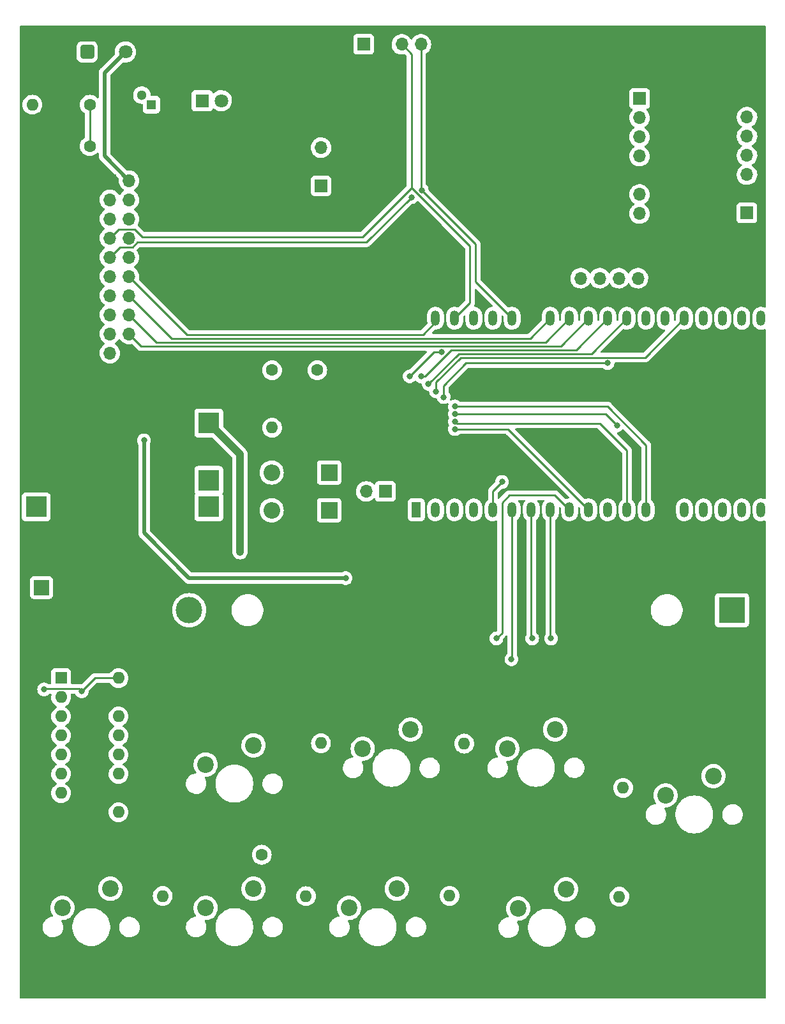
<source format=gbr>
%TF.GenerationSoftware,KiCad,Pcbnew,(6.0.4)*%
%TF.CreationDate,2023-05-02T15:22:56-04:00*%
%TF.ProjectId,Tomogatchi PCB,546f6d6f-6761-4746-9368-69205043422e,rev?*%
%TF.SameCoordinates,Original*%
%TF.FileFunction,Copper,L2,Bot*%
%TF.FilePolarity,Positive*%
%FSLAX46Y46*%
G04 Gerber Fmt 4.6, Leading zero omitted, Abs format (unit mm)*
G04 Created by KiCad (PCBNEW (6.0.4)) date 2023-05-02 15:22:56*
%MOMM*%
%LPD*%
G01*
G04 APERTURE LIST*
G04 Aperture macros list*
%AMRoundRect*
0 Rectangle with rounded corners*
0 $1 Rounding radius*
0 $2 $3 $4 $5 $6 $7 $8 $9 X,Y pos of 4 corners*
0 Add a 4 corners polygon primitive as box body*
4,1,4,$2,$3,$4,$5,$6,$7,$8,$9,$2,$3,0*
0 Add four circle primitives for the rounded corners*
1,1,$1+$1,$2,$3*
1,1,$1+$1,$4,$5*
1,1,$1+$1,$6,$7*
1,1,$1+$1,$8,$9*
0 Add four rect primitives between the rounded corners*
20,1,$1+$1,$2,$3,$4,$5,0*
20,1,$1+$1,$4,$5,$6,$7,0*
20,1,$1+$1,$6,$7,$8,$9,0*
20,1,$1+$1,$8,$9,$2,$3,0*%
G04 Aperture macros list end*
%TA.AperFunction,ComponentPad*%
%ADD10R,1.700000X1.700000*%
%TD*%
%TA.AperFunction,ComponentPad*%
%ADD11O,1.700000X1.700000*%
%TD*%
%TA.AperFunction,ComponentPad*%
%ADD12C,2.200000*%
%TD*%
%TA.AperFunction,ComponentPad*%
%ADD13R,1.600000X1.600000*%
%TD*%
%TA.AperFunction,ComponentPad*%
%ADD14O,1.600000X1.600000*%
%TD*%
%TA.AperFunction,ComponentPad*%
%ADD15C,1.600000*%
%TD*%
%TA.AperFunction,ComponentPad*%
%ADD16C,5.600000*%
%TD*%
%TA.AperFunction,ComponentPad*%
%ADD17R,2.000000X2.000000*%
%TD*%
%TA.AperFunction,ComponentPad*%
%ADD18C,2.000000*%
%TD*%
%TA.AperFunction,ComponentPad*%
%ADD19R,1.200000X2.000000*%
%TD*%
%TA.AperFunction,ComponentPad*%
%ADD20O,1.200000X2.000000*%
%TD*%
%TA.AperFunction,ComponentPad*%
%ADD21R,2.200000X2.200000*%
%TD*%
%TA.AperFunction,ComponentPad*%
%ADD22O,2.200000X2.200000*%
%TD*%
%TA.AperFunction,ComponentPad*%
%ADD23R,1.800000X1.800000*%
%TD*%
%TA.AperFunction,ComponentPad*%
%ADD24C,1.800000*%
%TD*%
%TA.AperFunction,ComponentPad*%
%ADD25R,2.800000X2.800000*%
%TD*%
%TA.AperFunction,ComponentPad*%
%ADD26RoundRect,0.250200X-0.649800X-0.649800X0.649800X-0.649800X0.649800X0.649800X-0.649800X0.649800X0*%
%TD*%
%TA.AperFunction,ComponentPad*%
%ADD27R,3.500000X3.500000*%
%TD*%
%TA.AperFunction,ComponentPad*%
%ADD28C,3.500000*%
%TD*%
%TA.AperFunction,ComponentPad*%
%ADD29R,1.300000X1.300000*%
%TD*%
%TA.AperFunction,ComponentPad*%
%ADD30C,1.300000*%
%TD*%
%TA.AperFunction,ViaPad*%
%ADD31C,0.800000*%
%TD*%
%TA.AperFunction,Conductor*%
%ADD32C,0.500000*%
%TD*%
%TA.AperFunction,Conductor*%
%ADD33C,0.250000*%
%TD*%
%TA.AperFunction,Conductor*%
%ADD34C,1.000000*%
%TD*%
G04 APERTURE END LIST*
D10*
%TO.P,Expansion/Debug Header,1*%
%TO.N,GND*%
X45475000Y-59075000D03*
D11*
%TO.P,Expansion/Debug Header,2*%
%TO.N,+3.3v*%
X48015000Y-59075000D03*
%TO.P,Expansion/Debug Header,3*%
%TO.N,+5v*%
X45475000Y-61615000D03*
%TO.P,Expansion/Debug Header,4*%
%TO.N,RESET_PIN*%
X48015000Y-61615000D03*
%TO.P,Expansion/Debug Header,5*%
%TO.N,DAC_2*%
X45475000Y-64155000D03*
%TO.P,Expansion/Debug Header,6*%
%TO.N,BOOT_PIN*%
X48015000Y-64155000D03*
%TO.P,Expansion/Debug Header,7*%
%TO.N,SCL*%
X45475000Y-66695000D03*
%TO.P,Expansion/Debug Header,8*%
%TO.N,TXD2*%
X48015000Y-66695000D03*
%TO.P,Expansion/Debug Header,9*%
%TO.N,SDA*%
X45475000Y-69235000D03*
%TO.P,Expansion/Debug Header,10*%
%TO.N,RXD2*%
X48015000Y-69235000D03*
%TO.P,Expansion/Debug Header,11*%
%TO.N,GPIO_14*%
X45475000Y-71775000D03*
%TO.P,Expansion/Debug Header,12*%
%TO.N,SPI_MOSI*%
X48015000Y-71775000D03*
%TO.P,Expansion/Debug Header,13*%
%TO.N,GPIO_13*%
X45475000Y-74315000D03*
%TO.P,Expansion/Debug Header,14*%
%TO.N,SPI_MISO*%
X48015000Y-74315000D03*
%TO.P,Expansion/Debug Header,15*%
%TO.N,GPIO_12*%
X45475000Y-76855000D03*
%TO.P,Expansion/Debug Header,16*%
%TO.N,SPI_SCK*%
X48015000Y-76855000D03*
%TO.P,Expansion/Debug Header,17*%
%TO.N,GPIO_04*%
X45475000Y-79395000D03*
%TO.P,Expansion/Debug Header,18*%
%TO.N,SPI_CS*%
X48015000Y-79395000D03*
%TO.P,Expansion/Debug Header,19*%
%TO.N,GPIO_02*%
X45475000Y-81935000D03*
%TO.P,Expansion/Debug Header,20*%
%TO.N,GND*%
X48015000Y-81935000D03*
%TD*%
D12*
%TO.P,B,1*%
%TO.N,H*%
X106000000Y-153000000D03*
%TO.P,B,2*%
%TO.N,+3.3v*%
X99650000Y-155540000D03*
%TD*%
%TO.P,START,1*%
%TO.N,B*%
X85376429Y-131817306D03*
%TO.P,START,2*%
%TO.N,+3.3v*%
X79026429Y-134357306D03*
%TD*%
D13*
%TO.P,74HC165N,1*%
%TO.N,ShiftLoad*%
X39000000Y-125000000D03*
D14*
%TO.P,74HC165N,2*%
%TO.N,ShiftClock*%
X39000000Y-127540000D03*
%TO.P,74HC165N,3*%
%TO.N,E*%
X39000000Y-130080000D03*
%TO.P,74HC165N,4*%
%TO.N,F*%
X39000000Y-132620000D03*
%TO.P,74HC165N,5*%
%TO.N,G*%
X39000000Y-135160000D03*
%TO.P,74HC165N,6*%
%TO.N,H*%
X39000000Y-137700000D03*
%TO.P,74HC165N,7*%
%TO.N,N/C*%
X39000000Y-140240000D03*
%TO.P,74HC165N,8*%
%TO.N,GND*%
X39000000Y-142780000D03*
%TO.P,74HC165N,9*%
%TO.N,ShiftData*%
X46620000Y-142780000D03*
%TO.P,74HC165N,10*%
%TO.N,GND*%
X46620000Y-140240000D03*
%TO.P,74HC165N,11*%
%TO.N,A*%
X46620000Y-137700000D03*
%TO.P,74HC165N,12*%
%TO.N,B*%
X46620000Y-135160000D03*
%TO.P,74HC165N,13*%
%TO.N,C*%
X46620000Y-132620000D03*
%TO.P,74HC165N,14*%
%TO.N,D*%
X46620000Y-130080000D03*
%TO.P,74HC165N,15*%
%TO.N,GND*%
X46620000Y-127540000D03*
%TO.P,74HC165N,16*%
%TO.N,+3.3v*%
X46620000Y-125000000D03*
%TD*%
D12*
%TO.P,LEFT,1*%
%TO.N,E*%
X45540000Y-152920000D03*
%TO.P,LEFT,2*%
%TO.N,+3.3v*%
X39190000Y-155460000D03*
%TD*%
D15*
%TO.P,100k,1*%
%TO.N,BatterySenese*%
X67000000Y-84190000D03*
D14*
%TO.P,100k,2*%
%TO.N,B+*%
X67000000Y-91810000D03*
%TD*%
D12*
%TO.P,A,1*%
%TO.N,D*%
X125540000Y-138000000D03*
%TO.P,A,2*%
%TO.N,+3.3v*%
X119190000Y-140540000D03*
%TD*%
D10*
%TO.P,BME280,1*%
%TO.N,+3.3v*%
X130000000Y-63350000D03*
D11*
%TO.P,BME280,2*%
%TO.N,GND*%
X130000000Y-60810000D03*
%TO.P,BME280,3*%
%TO.N,SCL*%
X130000000Y-58270000D03*
%TO.P,BME280,4*%
%TO.N,SDA*%
X130000000Y-55730000D03*
%TO.P,BME280,5*%
%TO.N,N/C*%
X130000000Y-53190000D03*
%TO.P,BME280,6*%
X130000000Y-50650000D03*
%TD*%
D16*
%TO.P,M3,1*%
%TO.N,GND*%
X37000000Y-42000000D03*
%TD*%
D17*
%TO.P,Beeper boy,1*%
%TO.N,BEEPER_SOUND*%
X36400000Y-113000000D03*
D18*
%TO.P,Beeper boy,2*%
%TO.N,GND*%
X44000000Y-113000000D03*
%TD*%
D19*
%TO.P,ESP32 Module,1*%
%TO.N,N/C*%
X86140000Y-102700000D03*
D20*
%TO.P,ESP32 Module,2*%
%TO.N,RESET_PIN*%
X88680000Y-102700000D03*
%TO.P,ESP32 Module,3*%
%TO.N,BatterySenese*%
X91220000Y-102700000D03*
%TO.P,ESP32 Module,4*%
%TO.N,IRRX_DATA*%
X93760000Y-102700000D03*
%TO.P,ESP32 Module,5*%
%TO.N,MIC_DATA*%
X96300000Y-102700000D03*
%TO.P,ESP32 Module,6*%
%TO.N,ShiftData*%
X98840000Y-102700000D03*
%TO.P,ESP32 Module,7*%
%TO.N,ShiftLoad*%
X101380000Y-102700000D03*
%TO.P,ESP32 Module,8*%
%TO.N,ShiftClock*%
X103920000Y-102700000D03*
%TO.P,ESP32 Module,9*%
%TO.N,BEEPER_SOUND*%
X106460000Y-102700000D03*
%TO.P,ESP32 Module,10*%
%TO.N,DAC_2*%
X109000000Y-102700000D03*
%TO.P,ESP32 Module,11*%
%TO.N,IRTX_DATA*%
X111540000Y-102700000D03*
%TO.P,ESP32 Module,12*%
%TO.N,GPIO_14*%
X114080000Y-102700000D03*
%TO.P,ESP32 Module,13*%
%TO.N,GPIO_12*%
X116620000Y-102700000D03*
%TO.P,ESP32 Module,14*%
%TO.N,GND*%
X119160000Y-102700000D03*
%TO.P,ESP32 Module,15*%
%TO.N,GPIO_13*%
X121700000Y-102700000D03*
%TO.P,ESP32 Module,16*%
%TO.N,N/C*%
X124240000Y-102700000D03*
%TO.P,ESP32 Module,17*%
X126780000Y-102700000D03*
%TO.P,ESP32 Module,18*%
X129320000Y-102700000D03*
%TO.P,ESP32 Module,19*%
%TO.N,+5v*%
X131860000Y-102700000D03*
%TO.P,ESP32 Module,20*%
%TO.N,N/C*%
X131857280Y-77303680D03*
%TO.P,ESP32 Module,21*%
X129317280Y-77303680D03*
%TO.P,ESP32 Module,22*%
X126780000Y-77300000D03*
%TO.P,ESP32 Module,23*%
X124240000Y-77300000D03*
%TO.P,ESP32 Module,24*%
%TO.N,GPIO_02*%
X121700000Y-77300000D03*
%TO.P,ESP32 Module,25*%
%TO.N,BOOT_PIN*%
X119160000Y-77300000D03*
%TO.P,ESP32 Module,26*%
%TO.N,GPIO_04*%
X116620000Y-77300000D03*
%TO.P,ESP32 Module,27*%
%TO.N,RXD2*%
X114080000Y-77300000D03*
%TO.P,ESP32 Module,28*%
%TO.N,TXD2*%
X111540000Y-77300000D03*
%TO.P,ESP32 Module,29*%
%TO.N,SPI_CS*%
X109000000Y-77300000D03*
%TO.P,ESP32 Module,30*%
%TO.N,SPI_SCK*%
X106460000Y-77300000D03*
%TO.P,ESP32 Module,31*%
%TO.N,SPI_MISO*%
X103920000Y-77300000D03*
%TO.P,ESP32 Module,32*%
%TO.N,GND*%
X101380000Y-77300000D03*
%TO.P,ESP32 Module,33*%
%TO.N,SDA*%
X98840000Y-77300000D03*
%TO.P,ESP32 Module,34*%
%TO.N,RX0*%
X96300000Y-77300000D03*
%TO.P,ESP32 Module,35*%
%TO.N,TX0*%
X93760000Y-77300000D03*
%TO.P,ESP32 Module,36*%
%TO.N,SCL*%
X91220000Y-77300000D03*
%TO.P,ESP32 Module,37*%
%TO.N,SPI_MOSI*%
X88680000Y-77300000D03*
%TO.P,ESP32 Module,38*%
%TO.N,GND*%
X86140000Y-77300000D03*
%TD*%
D12*
%TO.P,SELECT,1*%
%TO.N,C*%
X104539999Y-131811074D03*
%TO.P,SELECT,2*%
%TO.N,+3.3v*%
X98189999Y-134351074D03*
%TD*%
D10*
%TO.P,BMI160,1*%
%TO.N,N/C*%
X115750000Y-48200000D03*
D11*
%TO.P,BMI160,2*%
X115750000Y-50740000D03*
%TO.P,BMI160,3*%
%TO.N,SDA*%
X115750000Y-53280000D03*
%TO.P,BMI160,4*%
%TO.N,SCL*%
X115750000Y-55820000D03*
%TO.P,BMI160,5*%
%TO.N,GND*%
X115750000Y-58360000D03*
%TO.P,BMI160,6*%
%TO.N,+3.3v*%
X115750000Y-60900000D03*
%TO.P,BMI160,7*%
%TO.N,N/C*%
X115750000Y-63440000D03*
%TD*%
D16*
%TO.P,M3,1*%
%TO.N,GND*%
X128000000Y-163000000D03*
%TD*%
D12*
%TO.P,UP,1*%
%TO.N,A*%
X64540000Y-133920000D03*
%TO.P,UP,2*%
%TO.N,+3.3v*%
X58190000Y-136460000D03*
%TD*%
%TO.P,DOWN,1*%
%TO.N,F*%
X64540000Y-152920000D03*
%TO.P,DOWN,2*%
%TO.N,+3.3v*%
X58190000Y-155460000D03*
%TD*%
%TO.P,RIGHT,1*%
%TO.N,G*%
X83540000Y-152920000D03*
%TO.P,RIGHT,2*%
%TO.N,+3.3v*%
X77190000Y-155460000D03*
%TD*%
D15*
%TO.P,100k,1*%
%TO.N,BatterySenese*%
X73000000Y-84190000D03*
D14*
%TO.P,100k,2*%
%TO.N,GND*%
X73000000Y-91810000D03*
%TD*%
D10*
%TO.P,VDD,1*%
%TO.N,+3.3v*%
X79129191Y-41000000D03*
D11*
%TO.P,VDD,2*%
%TO.N,GND*%
X81669191Y-41000000D03*
%TO.P,VDD,3*%
%TO.N,SCL*%
X84209191Y-41000000D03*
%TO.P,VDD,4*%
%TO.N,SDA*%
X86749191Y-41000000D03*
%TD*%
D16*
%TO.P,M3,1*%
%TO.N,GND*%
X129000000Y-42000000D03*
%TD*%
D15*
%TO.P,10k,1*%
%TO.N,GND*%
X71494367Y-161521169D03*
D14*
%TO.P,10k,2*%
%TO.N,F*%
X71494367Y-153901169D03*
%TD*%
D15*
%TO.P,100k,1*%
%TO.N,IRBASE*%
X42810000Y-54500000D03*
D14*
%TO.P,100k,2*%
%TO.N,GND*%
X35190000Y-54500000D03*
%TD*%
D21*
%TO.P,N5817,1*%
%TO.N,+5vS*%
X74560000Y-97750000D03*
D22*
%TO.P,N5817,2*%
%TO.N,IN+*%
X66940000Y-97750000D03*
%TD*%
D23*
%TO.P,IR LED,1*%
%TO.N,IRCOLLECTOR*%
X57725000Y-48475000D03*
D24*
%TO.P,IR LED,2*%
%TO.N,+3.3v*%
X60265000Y-48475000D03*
%TD*%
D15*
%TO.P,10k,1*%
%TO.N,GND*%
X90541161Y-161490689D03*
D14*
%TO.P,10k,2*%
%TO.N,G*%
X90541161Y-153870689D03*
%TD*%
D15*
%TO.P,10k,1*%
%TO.N,GND*%
X113566396Y-147168297D03*
D14*
%TO.P,10k,2*%
%TO.N,D*%
X113566396Y-139548297D03*
%TD*%
D21*
%TO.P,N5817,1*%
%TO.N,+5vS*%
X74560000Y-102750000D03*
D22*
%TO.P,N5817,2*%
%TO.N,Out+*%
X66940000Y-102750000D03*
%TD*%
D15*
%TO.P,10k,1*%
%TO.N,GND*%
X52485843Y-161500237D03*
D14*
%TO.P,10k,2*%
%TO.N,E*%
X52485843Y-153880237D03*
%TD*%
D15*
%TO.P,10k,1*%
%TO.N,A*%
X65626165Y-148411560D03*
D14*
%TO.P,10k,2*%
%TO.N,GND*%
X58006165Y-148411560D03*
%TD*%
D25*
%TO.P,USB Battery Charger,2*%
%TO.N,GND*%
X35700000Y-88100000D03*
%TO.P,USB Battery Charger,3*%
%TO.N,Out+*%
X58600000Y-102300000D03*
%TO.P,USB Battery Charger,4*%
%TO.N,GND*%
X58600000Y-87800000D03*
%TO.P,USB Battery Charger,5*%
%TO.N,B+*%
X58600000Y-98800000D03*
%TO.P,USB Battery Charger,6*%
%TO.N,B-*%
X58600000Y-91200000D03*
%TO.P,USB Battery Charger,e*%
%TO.N,IN+*%
X35700000Y-102300000D03*
%TD*%
D26*
%TO.P,IR Receiver,1*%
%TO.N,IRRX_DATA*%
X42460000Y-42000000D03*
D24*
%TO.P,IR Receiver,2*%
%TO.N,GND*%
X45000000Y-42000000D03*
%TO.P,IR Receiver,3*%
%TO.N,+3.3v*%
X47540000Y-42000000D03*
%TD*%
D15*
%TO.P,10k,1*%
%TO.N,GND*%
X73483589Y-141250363D03*
D14*
%TO.P,10k,2*%
%TO.N,B*%
X73483589Y-133630363D03*
%TD*%
D15*
%TO.P,10k,1*%
%TO.N,IRBASE*%
X42810000Y-49000000D03*
D14*
%TO.P,10k,2*%
%TO.N,IRTX_DATA*%
X35190000Y-49000000D03*
%TD*%
D15*
%TO.P,10k,1*%
%TO.N,GND*%
X92480651Y-141300094D03*
D14*
%TO.P,10k,2*%
%TO.N,C*%
X92480651Y-133680094D03*
%TD*%
D10*
%TO.P,E220-900T22D,1*%
%TO.N,GND*%
X105385000Y-72000000D03*
D11*
%TO.P,E220-900T22D,2*%
%TO.N,+3.3v*%
X107925000Y-72000000D03*
%TO.P,E220-900T22D,3*%
%TO.N,N/C*%
X110465000Y-72000000D03*
%TO.P,E220-900T22D,4*%
%TO.N,RX0*%
X113005000Y-72000000D03*
%TO.P,E220-900T22D,5*%
%TO.N,TX0*%
X115545000Y-72000000D03*
%TO.P,E220-900T22D,6*%
%TO.N,GND*%
X118085000Y-72000000D03*
%TO.P,E220-900T22D,7*%
X120625000Y-72000000D03*
%TD*%
D15*
%TO.P,10k,1*%
%TO.N,GND*%
X113069091Y-161590150D03*
D14*
%TO.P,10k,2*%
%TO.N,H*%
X113069091Y-153970150D03*
%TD*%
D27*
%TO.P,18650 Holder,1*%
%TO.N,B-*%
X128000000Y-116000000D03*
D28*
%TO.P,18650 Holder,2*%
%TO.N,B+*%
X56000000Y-116000000D03*
%TD*%
D29*
%TO.P,LED Transistor,1*%
%TO.N,IRCOLLECTOR*%
X51000000Y-49000000D03*
D30*
%TO.P,LED Transistor,2*%
%TO.N,IRBASE*%
X49730000Y-47730000D03*
%TO.P,LED Transistor,3*%
%TO.N,GND*%
X48460000Y-49000000D03*
%TD*%
D10*
%TO.P,Microphone Module,1*%
%TO.N,MIC_DATA*%
X73500000Y-59775000D03*
D11*
%TO.P,Microphone Module,2*%
%TO.N,GND*%
X73500000Y-57235000D03*
%TO.P,Microphone Module,3*%
%TO.N,+3.3v*%
X73500000Y-54695000D03*
%TD*%
D10*
%TO.P,On/Off Switch,1*%
%TO.N,+5v*%
X82025000Y-100250000D03*
D11*
%TO.P,On/Off Switch,2*%
%TO.N,+5vS*%
X79485000Y-100250000D03*
%TD*%
D31*
%TO.N,+5v*%
X76750000Y-111750000D03*
X50000000Y-93500000D03*
%TO.N,+3.3v*%
X36750000Y-126500000D03*
X41750000Y-126750000D03*
%TO.N,B-*%
X62750000Y-108250000D03*
%TO.N,SDA*%
X86849353Y-60324755D03*
X85500000Y-61250000D03*
%TO.N,ShiftLoad*%
X101500000Y-119750000D03*
%TO.N,ShiftClock*%
X104000000Y-119750000D03*
%TO.N,ShiftData*%
X98750000Y-122500000D03*
%TO.N,BEEPER_SOUND*%
X96750000Y-119750000D03*
%TO.N,MIC_DATA*%
X97500000Y-99000000D03*
%TO.N,BOOT_PIN*%
X89500000Y-81750000D03*
X85250000Y-85000000D03*
%TO.N,TXD2*%
X86750000Y-85000000D03*
%TO.N,RXD2*%
X87750000Y-86000000D03*
%TO.N,DAC_2*%
X91250000Y-92000000D03*
%TO.N,GPIO_14*%
X91250000Y-91000000D03*
%TO.N,GPIO_13*%
X91262299Y-89987701D03*
X112750000Y-91500000D03*
%TO.N,GPIO_12*%
X91249854Y-88988276D03*
%TO.N,GPIO_04*%
X89750000Y-87750000D03*
X111500000Y-83250000D03*
%TO.N,GPIO_02*%
X88750000Y-87000000D03*
%TD*%
D32*
%TO.N,+5v*%
X76750000Y-111750000D02*
X56000000Y-111750000D01*
X50000000Y-105750000D02*
X50000000Y-93500000D01*
X56000000Y-111750000D02*
X50000000Y-105750000D01*
%TO.N,+3.3v*%
X47540000Y-42000000D02*
X44750000Y-44790000D01*
D33*
X41750000Y-126750000D02*
X41415489Y-126415489D01*
D32*
X44750000Y-44790000D02*
X44750000Y-55810000D01*
D33*
X46620000Y-125000000D02*
X43500000Y-125000000D01*
X41415489Y-126415489D02*
X36834511Y-126415489D01*
X43500000Y-125000000D02*
X41750000Y-126750000D01*
X36834511Y-126415489D02*
X36750000Y-126500000D01*
D32*
X44750000Y-55810000D02*
X48015000Y-59075000D01*
D34*
%TO.N,B-*%
X62750000Y-95350000D02*
X62750000Y-108250000D01*
X58600000Y-91200000D02*
X62750000Y-95350000D01*
D33*
%TO.N,SCL*%
X93250000Y-75270000D02*
X93250000Y-67750000D01*
X85500000Y-42290809D02*
X84209191Y-41000000D01*
X46649511Y-65520489D02*
X48760994Y-65520489D01*
X85500000Y-60000000D02*
X84209191Y-61290809D01*
X45475000Y-66695000D02*
X46649511Y-65520489D01*
X85500000Y-60000000D02*
X85500000Y-42290809D01*
X79000000Y-66500000D02*
X84209191Y-61290809D01*
X91220000Y-77300000D02*
X93250000Y-75270000D01*
X48760994Y-65520489D02*
X49740505Y-66500000D01*
X93250000Y-67750000D02*
X85500000Y-60000000D01*
X49740505Y-66500000D02*
X79000000Y-66500000D01*
%TO.N,SDA*%
X46840489Y-67869511D02*
X48501499Y-67869511D01*
X49121010Y-67250000D02*
X79500000Y-67250000D01*
X98840000Y-77300000D02*
X94000000Y-72460000D01*
X94000000Y-67475402D02*
X86849353Y-60324755D01*
X86749191Y-41000000D02*
X86749191Y-60224593D01*
X45475000Y-69235000D02*
X46840489Y-67869511D01*
X86749191Y-60224593D02*
X86849353Y-60324755D01*
X48501499Y-67869511D02*
X49121010Y-67250000D01*
X94000000Y-72460000D02*
X94000000Y-67475402D01*
X79500000Y-67250000D02*
X85500000Y-61250000D01*
%TO.N,ShiftLoad*%
X101380000Y-119630000D02*
X101380000Y-102700000D01*
X101500000Y-119750000D02*
X101380000Y-119630000D01*
%TO.N,ShiftClock*%
X103920000Y-119670000D02*
X103920000Y-102700000D01*
X104000000Y-119750000D02*
X103920000Y-119670000D01*
%TO.N,ShiftData*%
X98840000Y-122410000D02*
X98750000Y-122500000D01*
X98840000Y-102700000D02*
X98840000Y-122410000D01*
%TO.N,IRBASE*%
X42810000Y-54500000D02*
X42810000Y-49000000D01*
%TO.N,BEEPER_SOUND*%
X104510000Y-100750000D02*
X106460000Y-102700000D01*
X97500000Y-119000000D02*
X97500000Y-101750000D01*
X96750000Y-119750000D02*
X97500000Y-119000000D01*
X97500000Y-101750000D02*
X98500000Y-100750000D01*
X98500000Y-100750000D02*
X104510000Y-100750000D01*
%TO.N,MIC_DATA*%
X97500000Y-99000000D02*
X96300000Y-100200000D01*
X96300000Y-100200000D02*
X96300000Y-102700000D01*
%TO.N,BOOT_PIN*%
X88500000Y-81750000D02*
X85250000Y-85000000D01*
X89500000Y-81750000D02*
X88500000Y-81750000D01*
%TO.N,TXD2*%
X87274600Y-85000000D02*
X86750000Y-85000000D01*
X90774600Y-81500000D02*
X87274600Y-85000000D01*
X107340000Y-81500000D02*
X90774600Y-81500000D01*
X111540000Y-77300000D02*
X107340000Y-81500000D01*
%TO.N,RXD2*%
X109380000Y-82000000D02*
X91750000Y-82000000D01*
X91750000Y-82000000D02*
X87750000Y-86000000D01*
X114080000Y-77300000D02*
X109380000Y-82000000D01*
%TO.N,SPI_MOSI*%
X48015000Y-71775000D02*
X55740000Y-79500000D01*
X87000000Y-79500000D02*
X88680000Y-77820000D01*
X88680000Y-77820000D02*
X88680000Y-77300000D01*
X55740000Y-79500000D02*
X87000000Y-79500000D01*
%TO.N,SPI_MISO*%
X101220000Y-80000000D02*
X103920000Y-77300000D01*
X48015000Y-74315000D02*
X53700000Y-80000000D01*
X53700000Y-80000000D02*
X101220000Y-80000000D01*
%TO.N,SPI_SCK*%
X103260000Y-80500000D02*
X106460000Y-77300000D01*
X51660000Y-80500000D02*
X103260000Y-80500000D01*
X48015000Y-76855000D02*
X51660000Y-80500000D01*
%TO.N,SPI_CS*%
X49620000Y-81000000D02*
X105300000Y-81000000D01*
X48015000Y-79395000D02*
X49620000Y-81000000D01*
X105300000Y-81000000D02*
X109000000Y-77300000D01*
%TO.N,DAC_2*%
X98300000Y-92000000D02*
X91250000Y-92000000D01*
X109000000Y-102700000D02*
X98300000Y-92000000D01*
%TO.N,GPIO_14*%
X114080000Y-102700000D02*
X114080000Y-94830000D01*
X91500000Y-91250000D02*
X91250000Y-91000000D01*
X110500000Y-91250000D02*
X91500000Y-91250000D01*
X114080000Y-94830000D02*
X110500000Y-91250000D01*
%TO.N,GPIO_13*%
X111237701Y-89987701D02*
X91262299Y-89987701D01*
X112750000Y-91500000D02*
X111237701Y-89987701D01*
%TO.N,GPIO_12*%
X116620000Y-94120000D02*
X111488276Y-88988276D01*
X116620000Y-102700000D02*
X116620000Y-94120000D01*
X111488276Y-88988276D02*
X91249854Y-88988276D01*
%TO.N,GPIO_04*%
X89750000Y-86250000D02*
X89750000Y-87750000D01*
X111500000Y-83250000D02*
X92750000Y-83250000D01*
X92750000Y-83250000D02*
X89750000Y-86250000D01*
%TO.N,GPIO_02*%
X88750000Y-85750000D02*
X88750000Y-87000000D01*
X92000000Y-82500000D02*
X88750000Y-85750000D01*
X116500000Y-82500000D02*
X92000000Y-82500000D01*
X121700000Y-77300000D02*
X116500000Y-82500000D01*
%TD*%
%TA.AperFunction,Conductor*%
%TO.N,GND*%
G36*
X132433621Y-38528502D02*
G01*
X132480114Y-38582158D01*
X132491500Y-38634500D01*
X132491500Y-75773709D01*
X132471498Y-75841830D01*
X132417842Y-75888323D01*
X132347568Y-75898427D01*
X132321030Y-75890619D01*
X132320826Y-75891207D01*
X132160795Y-75835635D01*
X132121009Y-75821819D01*
X132115074Y-75820958D01*
X132115072Y-75820958D01*
X131917616Y-75792328D01*
X131917613Y-75792328D01*
X131911676Y-75791467D01*
X131700381Y-75801247D01*
X131570576Y-75832530D01*
X131500579Y-75849399D01*
X131500577Y-75849400D01*
X131494746Y-75850805D01*
X131489288Y-75853287D01*
X131489284Y-75853288D01*
X131390007Y-75898427D01*
X131302193Y-75938354D01*
X131129669Y-76060734D01*
X130983399Y-76213530D01*
X130868660Y-76391228D01*
X130789594Y-76587417D01*
X130749052Y-76795017D01*
X130748780Y-76800579D01*
X130748780Y-77756526D01*
X130763828Y-77914246D01*
X130823372Y-78117214D01*
X130826116Y-78122541D01*
X130826116Y-78122542D01*
X130898354Y-78262800D01*
X130920222Y-78305260D01*
X131050884Y-78471600D01*
X131055415Y-78475532D01*
X131055418Y-78475535D01*
X131192082Y-78594126D01*
X131210643Y-78610232D01*
X131215829Y-78613232D01*
X131215833Y-78613235D01*
X131310163Y-78667806D01*
X131393734Y-78716153D01*
X131593551Y-78785541D01*
X131599486Y-78786402D01*
X131599488Y-78786402D01*
X131796944Y-78815032D01*
X131796947Y-78815032D01*
X131802884Y-78815893D01*
X132014179Y-78806113D01*
X132145357Y-78774499D01*
X132213981Y-78757961D01*
X132213983Y-78757960D01*
X132219814Y-78756555D01*
X132225272Y-78754073D01*
X132225276Y-78754072D01*
X132313349Y-78714027D01*
X132383639Y-78704041D01*
X132448171Y-78733641D01*
X132486455Y-78793431D01*
X132491500Y-78828728D01*
X132491500Y-101168783D01*
X132471498Y-101236904D01*
X132417842Y-101283397D01*
X132347568Y-101293501D01*
X132323888Y-101286541D01*
X132323546Y-101287527D01*
X132305781Y-101281358D01*
X132123729Y-101218139D01*
X132117794Y-101217278D01*
X132117792Y-101217278D01*
X131920336Y-101188648D01*
X131920333Y-101188648D01*
X131914396Y-101187787D01*
X131703101Y-101197567D01*
X131575408Y-101228341D01*
X131503299Y-101245719D01*
X131503297Y-101245720D01*
X131497466Y-101247125D01*
X131492008Y-101249607D01*
X131492004Y-101249608D01*
X131400588Y-101291173D01*
X131304913Y-101334674D01*
X131201444Y-101408070D01*
X131147819Y-101446109D01*
X131132389Y-101457054D01*
X131075104Y-101516895D01*
X130993123Y-101602534D01*
X130986119Y-101609850D01*
X130871380Y-101787548D01*
X130792314Y-101983737D01*
X130751772Y-102191337D01*
X130751500Y-102196899D01*
X130751500Y-103152846D01*
X130766548Y-103310566D01*
X130826092Y-103513534D01*
X130922942Y-103701580D01*
X131053604Y-103867920D01*
X131058133Y-103871850D01*
X131058138Y-103871855D01*
X131153499Y-103954605D01*
X131213363Y-104006552D01*
X131218549Y-104009552D01*
X131218553Y-104009555D01*
X131311388Y-104063261D01*
X131396454Y-104112473D01*
X131596271Y-104181861D01*
X131602206Y-104182722D01*
X131602208Y-104182722D01*
X131799664Y-104211352D01*
X131799667Y-104211352D01*
X131805604Y-104212213D01*
X132016899Y-104202433D01*
X132148077Y-104170819D01*
X132216701Y-104154281D01*
X132216703Y-104154280D01*
X132222534Y-104152875D01*
X132227992Y-104150393D01*
X132227996Y-104150392D01*
X132313349Y-104111584D01*
X132383640Y-104101598D01*
X132448171Y-104131198D01*
X132486455Y-104190988D01*
X132491500Y-104226285D01*
X132491500Y-167365500D01*
X132471498Y-167433621D01*
X132417842Y-167480114D01*
X132365500Y-167491500D01*
X33634500Y-167491500D01*
X33566379Y-167471498D01*
X33519886Y-167417842D01*
X33508500Y-167365500D01*
X33508500Y-157935774D01*
X36558102Y-157935774D01*
X36566751Y-158166158D01*
X36614093Y-158391791D01*
X36616051Y-158396750D01*
X36616052Y-158396752D01*
X36693535Y-158592949D01*
X36698776Y-158606221D01*
X36701543Y-158610780D01*
X36701544Y-158610783D01*
X36763998Y-158713703D01*
X36818377Y-158803317D01*
X36821874Y-158807347D01*
X36908438Y-158907103D01*
X36969477Y-158977445D01*
X36973608Y-158980832D01*
X37143627Y-159120240D01*
X37143633Y-159120244D01*
X37147755Y-159123624D01*
X37152391Y-159126263D01*
X37152394Y-159126265D01*
X37318076Y-159220577D01*
X37348114Y-159237675D01*
X37564825Y-159316337D01*
X37570074Y-159317286D01*
X37570077Y-159317287D01*
X37787608Y-159356623D01*
X37787615Y-159356624D01*
X37791692Y-159357361D01*
X37809414Y-159358197D01*
X37814356Y-159358430D01*
X37814363Y-159358430D01*
X37815844Y-159358500D01*
X37977890Y-159358500D01*
X38044809Y-159352822D01*
X38144409Y-159344371D01*
X38144413Y-159344370D01*
X38149720Y-159343920D01*
X38154875Y-159342582D01*
X38154881Y-159342581D01*
X38367703Y-159287343D01*
X38367707Y-159287342D01*
X38372872Y-159286001D01*
X38377738Y-159283809D01*
X38377741Y-159283808D01*
X38578202Y-159193507D01*
X38583075Y-159191312D01*
X38774319Y-159062559D01*
X38941135Y-158903424D01*
X39078754Y-158718458D01*
X39097669Y-158681256D01*
X39161957Y-158554810D01*
X39183240Y-158512949D01*
X39196274Y-158470975D01*
X39250024Y-158297871D01*
X39251607Y-158292773D01*
X39259415Y-158233862D01*
X39269493Y-158157821D01*
X40491500Y-158157821D01*
X40531060Y-158470975D01*
X40609557Y-158776702D01*
X40611010Y-158780371D01*
X40611010Y-158780372D01*
X40721279Y-159058878D01*
X40725753Y-159070179D01*
X40727659Y-159073647D01*
X40727660Y-159073648D01*
X40862818Y-159319497D01*
X40877816Y-159346779D01*
X41063346Y-159602140D01*
X41279418Y-159832233D01*
X41522625Y-160033432D01*
X41789131Y-160202562D01*
X41792710Y-160204246D01*
X41792717Y-160204250D01*
X42071144Y-160335267D01*
X42071148Y-160335269D01*
X42074734Y-160336956D01*
X42374928Y-160434495D01*
X42684980Y-160493641D01*
X42921162Y-160508500D01*
X43078838Y-160508500D01*
X43315020Y-160493641D01*
X43625072Y-160434495D01*
X43925266Y-160336956D01*
X43928852Y-160335269D01*
X43928856Y-160335267D01*
X44207283Y-160204250D01*
X44207290Y-160204246D01*
X44210869Y-160202562D01*
X44477375Y-160033432D01*
X44720582Y-159832233D01*
X44936654Y-159602140D01*
X45122184Y-159346779D01*
X45137183Y-159319497D01*
X45272340Y-159073648D01*
X45272341Y-159073647D01*
X45274247Y-159070179D01*
X45278722Y-159058878D01*
X45388990Y-158780372D01*
X45388990Y-158780371D01*
X45390443Y-158776702D01*
X45468940Y-158470975D01*
X45508500Y-158157821D01*
X45508500Y-157935774D01*
X46718102Y-157935774D01*
X46726751Y-158166158D01*
X46774093Y-158391791D01*
X46776051Y-158396750D01*
X46776052Y-158396752D01*
X46853535Y-158592949D01*
X46858776Y-158606221D01*
X46861543Y-158610780D01*
X46861544Y-158610783D01*
X46923998Y-158713703D01*
X46978377Y-158803317D01*
X46981874Y-158807347D01*
X47068438Y-158907103D01*
X47129477Y-158977445D01*
X47133608Y-158980832D01*
X47303627Y-159120240D01*
X47303633Y-159120244D01*
X47307755Y-159123624D01*
X47312391Y-159126263D01*
X47312394Y-159126265D01*
X47478076Y-159220577D01*
X47508114Y-159237675D01*
X47724825Y-159316337D01*
X47730074Y-159317286D01*
X47730077Y-159317287D01*
X47947608Y-159356623D01*
X47947615Y-159356624D01*
X47951692Y-159357361D01*
X47969414Y-159358197D01*
X47974356Y-159358430D01*
X47974363Y-159358430D01*
X47975844Y-159358500D01*
X48137890Y-159358500D01*
X48204809Y-159352822D01*
X48304409Y-159344371D01*
X48304413Y-159344370D01*
X48309720Y-159343920D01*
X48314875Y-159342582D01*
X48314881Y-159342581D01*
X48527703Y-159287343D01*
X48527707Y-159287342D01*
X48532872Y-159286001D01*
X48537738Y-159283809D01*
X48537741Y-159283808D01*
X48738202Y-159193507D01*
X48743075Y-159191312D01*
X48934319Y-159062559D01*
X49101135Y-158903424D01*
X49238754Y-158718458D01*
X49257669Y-158681256D01*
X49321957Y-158554810D01*
X49343240Y-158512949D01*
X49356274Y-158470975D01*
X49410024Y-158297871D01*
X49411607Y-158292773D01*
X49419415Y-158233862D01*
X49441198Y-158069511D01*
X49441198Y-158069506D01*
X49441898Y-158064226D01*
X49437076Y-157935774D01*
X55558102Y-157935774D01*
X55566751Y-158166158D01*
X55614093Y-158391791D01*
X55616051Y-158396750D01*
X55616052Y-158396752D01*
X55693535Y-158592949D01*
X55698776Y-158606221D01*
X55701543Y-158610780D01*
X55701544Y-158610783D01*
X55763998Y-158713703D01*
X55818377Y-158803317D01*
X55821874Y-158807347D01*
X55908438Y-158907103D01*
X55969477Y-158977445D01*
X55973608Y-158980832D01*
X56143627Y-159120240D01*
X56143633Y-159120244D01*
X56147755Y-159123624D01*
X56152391Y-159126263D01*
X56152394Y-159126265D01*
X56318076Y-159220577D01*
X56348114Y-159237675D01*
X56564825Y-159316337D01*
X56570074Y-159317286D01*
X56570077Y-159317287D01*
X56787608Y-159356623D01*
X56787615Y-159356624D01*
X56791692Y-159357361D01*
X56809414Y-159358197D01*
X56814356Y-159358430D01*
X56814363Y-159358430D01*
X56815844Y-159358500D01*
X56977890Y-159358500D01*
X57044809Y-159352822D01*
X57144409Y-159344371D01*
X57144413Y-159344370D01*
X57149720Y-159343920D01*
X57154875Y-159342582D01*
X57154881Y-159342581D01*
X57367703Y-159287343D01*
X57367707Y-159287342D01*
X57372872Y-159286001D01*
X57377738Y-159283809D01*
X57377741Y-159283808D01*
X57578202Y-159193507D01*
X57583075Y-159191312D01*
X57774319Y-159062559D01*
X57941135Y-158903424D01*
X58078754Y-158718458D01*
X58097669Y-158681256D01*
X58161957Y-158554810D01*
X58183240Y-158512949D01*
X58196274Y-158470975D01*
X58250024Y-158297871D01*
X58251607Y-158292773D01*
X58259415Y-158233862D01*
X58269493Y-158157821D01*
X59491500Y-158157821D01*
X59531060Y-158470975D01*
X59609557Y-158776702D01*
X59611010Y-158780371D01*
X59611010Y-158780372D01*
X59721279Y-159058878D01*
X59725753Y-159070179D01*
X59727659Y-159073647D01*
X59727660Y-159073648D01*
X59862818Y-159319497D01*
X59877816Y-159346779D01*
X60063346Y-159602140D01*
X60279418Y-159832233D01*
X60522625Y-160033432D01*
X60789131Y-160202562D01*
X60792710Y-160204246D01*
X60792717Y-160204250D01*
X61071144Y-160335267D01*
X61071148Y-160335269D01*
X61074734Y-160336956D01*
X61374928Y-160434495D01*
X61684980Y-160493641D01*
X61921162Y-160508500D01*
X62078838Y-160508500D01*
X62315020Y-160493641D01*
X62625072Y-160434495D01*
X62925266Y-160336956D01*
X62928852Y-160335269D01*
X62928856Y-160335267D01*
X63207283Y-160204250D01*
X63207290Y-160204246D01*
X63210869Y-160202562D01*
X63477375Y-160033432D01*
X63720582Y-159832233D01*
X63936654Y-159602140D01*
X64122184Y-159346779D01*
X64137183Y-159319497D01*
X64272340Y-159073648D01*
X64272341Y-159073647D01*
X64274247Y-159070179D01*
X64278722Y-159058878D01*
X64388990Y-158780372D01*
X64388990Y-158780371D01*
X64390443Y-158776702D01*
X64468940Y-158470975D01*
X64508500Y-158157821D01*
X64508500Y-157935774D01*
X65718102Y-157935774D01*
X65726751Y-158166158D01*
X65774093Y-158391791D01*
X65776051Y-158396750D01*
X65776052Y-158396752D01*
X65853535Y-158592949D01*
X65858776Y-158606221D01*
X65861543Y-158610780D01*
X65861544Y-158610783D01*
X65923998Y-158713703D01*
X65978377Y-158803317D01*
X65981874Y-158807347D01*
X66068438Y-158907103D01*
X66129477Y-158977445D01*
X66133608Y-158980832D01*
X66303627Y-159120240D01*
X66303633Y-159120244D01*
X66307755Y-159123624D01*
X66312391Y-159126263D01*
X66312394Y-159126265D01*
X66478076Y-159220577D01*
X66508114Y-159237675D01*
X66724825Y-159316337D01*
X66730074Y-159317286D01*
X66730077Y-159317287D01*
X66947608Y-159356623D01*
X66947615Y-159356624D01*
X66951692Y-159357361D01*
X66969414Y-159358197D01*
X66974356Y-159358430D01*
X66974363Y-159358430D01*
X66975844Y-159358500D01*
X67137890Y-159358500D01*
X67204809Y-159352822D01*
X67304409Y-159344371D01*
X67304413Y-159344370D01*
X67309720Y-159343920D01*
X67314875Y-159342582D01*
X67314881Y-159342581D01*
X67527703Y-159287343D01*
X67527707Y-159287342D01*
X67532872Y-159286001D01*
X67537738Y-159283809D01*
X67537741Y-159283808D01*
X67738202Y-159193507D01*
X67743075Y-159191312D01*
X67934319Y-159062559D01*
X68101135Y-158903424D01*
X68238754Y-158718458D01*
X68257669Y-158681256D01*
X68321957Y-158554810D01*
X68343240Y-158512949D01*
X68356274Y-158470975D01*
X68410024Y-158297871D01*
X68411607Y-158292773D01*
X68419415Y-158233862D01*
X68441198Y-158069511D01*
X68441198Y-158069506D01*
X68441898Y-158064226D01*
X68437076Y-157935774D01*
X74558102Y-157935774D01*
X74566751Y-158166158D01*
X74614093Y-158391791D01*
X74616051Y-158396750D01*
X74616052Y-158396752D01*
X74693535Y-158592949D01*
X74698776Y-158606221D01*
X74701543Y-158610780D01*
X74701544Y-158610783D01*
X74763998Y-158713703D01*
X74818377Y-158803317D01*
X74821874Y-158807347D01*
X74908438Y-158907103D01*
X74969477Y-158977445D01*
X74973608Y-158980832D01*
X75143627Y-159120240D01*
X75143633Y-159120244D01*
X75147755Y-159123624D01*
X75152391Y-159126263D01*
X75152394Y-159126265D01*
X75318076Y-159220577D01*
X75348114Y-159237675D01*
X75564825Y-159316337D01*
X75570074Y-159317286D01*
X75570077Y-159317287D01*
X75787608Y-159356623D01*
X75787615Y-159356624D01*
X75791692Y-159357361D01*
X75809414Y-159358197D01*
X75814356Y-159358430D01*
X75814363Y-159358430D01*
X75815844Y-159358500D01*
X75977890Y-159358500D01*
X76044809Y-159352822D01*
X76144409Y-159344371D01*
X76144413Y-159344370D01*
X76149720Y-159343920D01*
X76154875Y-159342582D01*
X76154881Y-159342581D01*
X76367703Y-159287343D01*
X76367707Y-159287342D01*
X76372872Y-159286001D01*
X76377738Y-159283809D01*
X76377741Y-159283808D01*
X76578202Y-159193507D01*
X76583075Y-159191312D01*
X76774319Y-159062559D01*
X76941135Y-158903424D01*
X77078754Y-158718458D01*
X77097669Y-158681256D01*
X77161957Y-158554810D01*
X77183240Y-158512949D01*
X77196274Y-158470975D01*
X77250024Y-158297871D01*
X77251607Y-158292773D01*
X77259415Y-158233862D01*
X77269493Y-158157821D01*
X78491500Y-158157821D01*
X78531060Y-158470975D01*
X78609557Y-158776702D01*
X78611010Y-158780371D01*
X78611010Y-158780372D01*
X78721279Y-159058878D01*
X78725753Y-159070179D01*
X78727659Y-159073647D01*
X78727660Y-159073648D01*
X78862818Y-159319497D01*
X78877816Y-159346779D01*
X79063346Y-159602140D01*
X79279418Y-159832233D01*
X79522625Y-160033432D01*
X79789131Y-160202562D01*
X79792710Y-160204246D01*
X79792717Y-160204250D01*
X80071144Y-160335267D01*
X80071148Y-160335269D01*
X80074734Y-160336956D01*
X80374928Y-160434495D01*
X80684980Y-160493641D01*
X80921162Y-160508500D01*
X81078838Y-160508500D01*
X81315020Y-160493641D01*
X81625072Y-160434495D01*
X81925266Y-160336956D01*
X81928852Y-160335269D01*
X81928856Y-160335267D01*
X82207283Y-160204250D01*
X82207290Y-160204246D01*
X82210869Y-160202562D01*
X82477375Y-160033432D01*
X82720582Y-159832233D01*
X82936654Y-159602140D01*
X83122184Y-159346779D01*
X83137183Y-159319497D01*
X83272340Y-159073648D01*
X83272341Y-159073647D01*
X83274247Y-159070179D01*
X83278722Y-159058878D01*
X83388990Y-158780372D01*
X83388990Y-158780371D01*
X83390443Y-158776702D01*
X83468940Y-158470975D01*
X83508500Y-158157821D01*
X83508500Y-157935774D01*
X84718102Y-157935774D01*
X84726751Y-158166158D01*
X84774093Y-158391791D01*
X84776051Y-158396750D01*
X84776052Y-158396752D01*
X84853535Y-158592949D01*
X84858776Y-158606221D01*
X84861543Y-158610780D01*
X84861544Y-158610783D01*
X84923998Y-158713703D01*
X84978377Y-158803317D01*
X84981874Y-158807347D01*
X85068438Y-158907103D01*
X85129477Y-158977445D01*
X85133608Y-158980832D01*
X85303627Y-159120240D01*
X85303633Y-159120244D01*
X85307755Y-159123624D01*
X85312391Y-159126263D01*
X85312394Y-159126265D01*
X85478076Y-159220577D01*
X85508114Y-159237675D01*
X85724825Y-159316337D01*
X85730074Y-159317286D01*
X85730077Y-159317287D01*
X85947608Y-159356623D01*
X85947615Y-159356624D01*
X85951692Y-159357361D01*
X85969414Y-159358197D01*
X85974356Y-159358430D01*
X85974363Y-159358430D01*
X85975844Y-159358500D01*
X86137890Y-159358500D01*
X86204809Y-159352822D01*
X86304409Y-159344371D01*
X86304413Y-159344370D01*
X86309720Y-159343920D01*
X86314875Y-159342582D01*
X86314881Y-159342581D01*
X86527703Y-159287343D01*
X86527707Y-159287342D01*
X86532872Y-159286001D01*
X86537738Y-159283809D01*
X86537741Y-159283808D01*
X86738202Y-159193507D01*
X86743075Y-159191312D01*
X86934319Y-159062559D01*
X87101135Y-158903424D01*
X87238754Y-158718458D01*
X87257669Y-158681256D01*
X87321957Y-158554810D01*
X87343240Y-158512949D01*
X87356274Y-158470975D01*
X87410024Y-158297871D01*
X87411607Y-158292773D01*
X87419415Y-158233862D01*
X87441198Y-158069511D01*
X87441198Y-158069506D01*
X87441898Y-158064226D01*
X87440079Y-158015774D01*
X97018102Y-158015774D01*
X97026751Y-158246158D01*
X97074093Y-158471791D01*
X97076051Y-158476750D01*
X97076052Y-158476752D01*
X97125222Y-158601256D01*
X97158776Y-158686221D01*
X97161543Y-158690780D01*
X97161544Y-158690783D01*
X97178338Y-158718458D01*
X97278377Y-158883317D01*
X97281874Y-158887347D01*
X97368438Y-158987103D01*
X97429477Y-159057445D01*
X97445007Y-159070179D01*
X97603627Y-159200240D01*
X97603633Y-159200244D01*
X97607755Y-159203624D01*
X97612391Y-159206263D01*
X97612394Y-159206265D01*
X97721422Y-159268327D01*
X97808114Y-159317675D01*
X98024825Y-159396337D01*
X98030074Y-159397286D01*
X98030077Y-159397287D01*
X98247608Y-159436623D01*
X98247615Y-159436624D01*
X98251692Y-159437361D01*
X98269414Y-159438197D01*
X98274356Y-159438430D01*
X98274363Y-159438430D01*
X98275844Y-159438500D01*
X98437890Y-159438500D01*
X98504809Y-159432822D01*
X98604409Y-159424371D01*
X98604413Y-159424370D01*
X98609720Y-159423920D01*
X98614875Y-159422582D01*
X98614881Y-159422581D01*
X98827703Y-159367343D01*
X98827707Y-159367342D01*
X98832872Y-159366001D01*
X98837738Y-159363809D01*
X98837741Y-159363808D01*
X99038202Y-159273507D01*
X99043075Y-159271312D01*
X99234319Y-159142559D01*
X99251400Y-159126265D01*
X99397278Y-158987103D01*
X99401135Y-158983424D01*
X99538754Y-158798458D01*
X99547950Y-158780372D01*
X99598342Y-158681256D01*
X99643240Y-158592949D01*
X99656274Y-158550975D01*
X99710024Y-158377871D01*
X99711607Y-158372773D01*
X99722911Y-158287484D01*
X99729493Y-158237821D01*
X100951500Y-158237821D01*
X100991060Y-158550975D01*
X101069557Y-158856702D01*
X101071010Y-158860371D01*
X101071010Y-158860372D01*
X101181279Y-159138878D01*
X101185753Y-159150179D01*
X101187659Y-159153647D01*
X101187660Y-159153648D01*
X101321603Y-159397287D01*
X101337816Y-159426779D01*
X101523346Y-159682140D01*
X101739418Y-159912233D01*
X101982625Y-160113432D01*
X102249131Y-160282562D01*
X102252710Y-160284246D01*
X102252717Y-160284250D01*
X102531144Y-160415267D01*
X102531148Y-160415269D01*
X102534734Y-160416956D01*
X102834928Y-160514495D01*
X103144980Y-160573641D01*
X103381162Y-160588500D01*
X103538838Y-160588500D01*
X103775020Y-160573641D01*
X104085072Y-160514495D01*
X104385266Y-160416956D01*
X104388852Y-160415269D01*
X104388856Y-160415267D01*
X104667283Y-160284250D01*
X104667290Y-160284246D01*
X104670869Y-160282562D01*
X104937375Y-160113432D01*
X105180582Y-159912233D01*
X105396654Y-159682140D01*
X105582184Y-159426779D01*
X105598398Y-159397287D01*
X105732340Y-159153648D01*
X105732341Y-159153647D01*
X105734247Y-159150179D01*
X105738722Y-159138878D01*
X105848990Y-158860372D01*
X105848990Y-158860371D01*
X105850443Y-158856702D01*
X105928940Y-158550975D01*
X105968500Y-158237821D01*
X105968500Y-158015774D01*
X107178102Y-158015774D01*
X107186751Y-158246158D01*
X107234093Y-158471791D01*
X107236051Y-158476750D01*
X107236052Y-158476752D01*
X107285222Y-158601256D01*
X107318776Y-158686221D01*
X107321543Y-158690780D01*
X107321544Y-158690783D01*
X107338338Y-158718458D01*
X107438377Y-158883317D01*
X107441874Y-158887347D01*
X107528438Y-158987103D01*
X107589477Y-159057445D01*
X107605007Y-159070179D01*
X107763627Y-159200240D01*
X107763633Y-159200244D01*
X107767755Y-159203624D01*
X107772391Y-159206263D01*
X107772394Y-159206265D01*
X107881422Y-159268327D01*
X107968114Y-159317675D01*
X108184825Y-159396337D01*
X108190074Y-159397286D01*
X108190077Y-159397287D01*
X108407608Y-159436623D01*
X108407615Y-159436624D01*
X108411692Y-159437361D01*
X108429414Y-159438197D01*
X108434356Y-159438430D01*
X108434363Y-159438430D01*
X108435844Y-159438500D01*
X108597890Y-159438500D01*
X108664809Y-159432822D01*
X108764409Y-159424371D01*
X108764413Y-159424370D01*
X108769720Y-159423920D01*
X108774875Y-159422582D01*
X108774881Y-159422581D01*
X108987703Y-159367343D01*
X108987707Y-159367342D01*
X108992872Y-159366001D01*
X108997738Y-159363809D01*
X108997741Y-159363808D01*
X109198202Y-159273507D01*
X109203075Y-159271312D01*
X109394319Y-159142559D01*
X109411400Y-159126265D01*
X109557278Y-158987103D01*
X109561135Y-158983424D01*
X109698754Y-158798458D01*
X109707950Y-158780372D01*
X109758342Y-158681256D01*
X109803240Y-158592949D01*
X109816274Y-158550975D01*
X109870024Y-158377871D01*
X109871607Y-158372773D01*
X109882911Y-158287484D01*
X109901198Y-158149511D01*
X109901198Y-158149506D01*
X109901898Y-158144226D01*
X109893249Y-157913842D01*
X109845907Y-157688209D01*
X109843948Y-157683248D01*
X109763185Y-157478744D01*
X109763184Y-157478742D01*
X109761224Y-157473779D01*
X109709911Y-157389217D01*
X109647457Y-157286297D01*
X109641623Y-157276683D01*
X109595298Y-157223298D01*
X109494023Y-157106588D01*
X109494021Y-157106586D01*
X109490523Y-157102555D01*
X109430829Y-157053609D01*
X109316373Y-156959760D01*
X109316367Y-156959756D01*
X109312245Y-156956376D01*
X109307609Y-156953737D01*
X109307606Y-156953735D01*
X109121697Y-156847910D01*
X109111886Y-156842325D01*
X108895175Y-156763663D01*
X108889926Y-156762714D01*
X108889923Y-156762713D01*
X108672392Y-156723377D01*
X108672385Y-156723376D01*
X108668308Y-156722639D01*
X108650586Y-156721803D01*
X108645644Y-156721570D01*
X108645637Y-156721570D01*
X108644156Y-156721500D01*
X108482110Y-156721500D01*
X108415191Y-156727178D01*
X108315591Y-156735629D01*
X108315587Y-156735630D01*
X108310280Y-156736080D01*
X108305125Y-156737418D01*
X108305119Y-156737419D01*
X108092297Y-156792657D01*
X108092293Y-156792658D01*
X108087128Y-156793999D01*
X108082262Y-156796191D01*
X108082259Y-156796192D01*
X107973980Y-156844968D01*
X107876925Y-156888688D01*
X107685681Y-157017441D01*
X107681824Y-157021120D01*
X107681822Y-157021122D01*
X107627848Y-157072611D01*
X107518865Y-157176576D01*
X107381246Y-157361542D01*
X107378830Y-157366293D01*
X107378828Y-157366297D01*
X107329003Y-157464296D01*
X107276760Y-157567051D01*
X107275178Y-157572145D01*
X107275177Y-157572148D01*
X107213115Y-157772020D01*
X107208393Y-157787227D01*
X107207692Y-157792516D01*
X107192304Y-157908623D01*
X107178102Y-158015774D01*
X105968500Y-158015774D01*
X105968500Y-157922179D01*
X105928940Y-157609025D01*
X105850443Y-157303298D01*
X105812498Y-157207459D01*
X105735702Y-157013495D01*
X105735700Y-157013490D01*
X105734247Y-157009821D01*
X105716542Y-156977616D01*
X105584093Y-156736693D01*
X105584091Y-156736690D01*
X105582184Y-156733221D01*
X105396654Y-156477860D01*
X105203810Y-156272502D01*
X105183297Y-156250658D01*
X105183296Y-156250657D01*
X105180582Y-156247767D01*
X104937375Y-156046568D01*
X104670869Y-155877438D01*
X104667290Y-155875754D01*
X104667283Y-155875750D01*
X104388856Y-155744733D01*
X104388852Y-155744731D01*
X104385266Y-155743044D01*
X104275778Y-155707469D01*
X104235169Y-155694275D01*
X104085072Y-155645505D01*
X103775020Y-155586359D01*
X103538838Y-155571500D01*
X103381162Y-155571500D01*
X103144980Y-155586359D01*
X102834928Y-155645505D01*
X102684831Y-155694275D01*
X102644223Y-155707469D01*
X102534734Y-155743044D01*
X102531148Y-155744731D01*
X102531144Y-155744733D01*
X102252717Y-155875750D01*
X102252710Y-155875754D01*
X102249131Y-155877438D01*
X101982625Y-156046568D01*
X101739418Y-156247767D01*
X101736704Y-156250657D01*
X101736703Y-156250658D01*
X101716190Y-156272502D01*
X101523346Y-156477860D01*
X101337816Y-156733221D01*
X101335909Y-156736690D01*
X101335907Y-156736693D01*
X101203458Y-156977616D01*
X101185753Y-157009821D01*
X101184300Y-157013490D01*
X101184298Y-157013495D01*
X101107502Y-157207459D01*
X101069557Y-157303298D01*
X100991060Y-157609025D01*
X100951500Y-157922179D01*
X100951500Y-158237821D01*
X99729493Y-158237821D01*
X99741198Y-158149511D01*
X99741198Y-158149506D01*
X99741898Y-158144226D01*
X99733249Y-157913842D01*
X99685907Y-157688209D01*
X99683948Y-157683248D01*
X99603185Y-157478744D01*
X99603184Y-157478742D01*
X99601224Y-157473779D01*
X99522261Y-157343653D01*
X99504023Y-157275041D01*
X99525774Y-157207459D01*
X99580610Y-157162364D01*
X99639861Y-157152677D01*
X99645061Y-157153086D01*
X99645070Y-157153086D01*
X99650000Y-157153474D01*
X99902403Y-157133609D01*
X99907210Y-157132455D01*
X99907216Y-157132454D01*
X100071982Y-157092897D01*
X100148591Y-157074505D01*
X100198102Y-157053997D01*
X100377928Y-156979511D01*
X100377932Y-156979509D01*
X100382502Y-156977616D01*
X100598376Y-156845328D01*
X100790898Y-156680898D01*
X100955328Y-156488376D01*
X101087616Y-156272502D01*
X101098908Y-156245242D01*
X101182611Y-156043164D01*
X101182612Y-156043162D01*
X101184505Y-156038591D01*
X101223194Y-155877438D01*
X101242454Y-155797216D01*
X101242455Y-155797210D01*
X101243609Y-155792403D01*
X101263474Y-155540000D01*
X101243609Y-155287597D01*
X101237986Y-155264172D01*
X101199765Y-155104973D01*
X101184505Y-155041409D01*
X101171718Y-155010538D01*
X101089511Y-154812072D01*
X101089509Y-154812068D01*
X101087616Y-154807498D01*
X100955328Y-154591624D01*
X100790898Y-154399102D01*
X100598376Y-154234672D01*
X100382502Y-154102384D01*
X100377932Y-154100491D01*
X100377928Y-154100489D01*
X100153164Y-154007389D01*
X100153162Y-154007388D01*
X100148591Y-154005495D01*
X100063968Y-153985179D01*
X99907216Y-153947546D01*
X99907210Y-153947545D01*
X99902403Y-153946391D01*
X99650000Y-153926526D01*
X99397597Y-153946391D01*
X99392790Y-153947545D01*
X99392784Y-153947546D01*
X99236032Y-153985179D01*
X99151409Y-154005495D01*
X99146838Y-154007388D01*
X99146836Y-154007389D01*
X98922072Y-154100489D01*
X98922068Y-154100491D01*
X98917498Y-154102384D01*
X98701624Y-154234672D01*
X98509102Y-154399102D01*
X98344672Y-154591624D01*
X98212384Y-154807498D01*
X98210491Y-154812068D01*
X98210489Y-154812072D01*
X98128282Y-155010538D01*
X98115495Y-155041409D01*
X98100235Y-155104973D01*
X98062015Y-155264172D01*
X98056391Y-155287597D01*
X98036526Y-155540000D01*
X98056391Y-155792403D01*
X98057545Y-155797210D01*
X98057546Y-155797216D01*
X98076806Y-155877438D01*
X98115495Y-156038591D01*
X98117388Y-156043162D01*
X98117389Y-156043164D01*
X98201093Y-156245242D01*
X98212384Y-156272502D01*
X98344672Y-156488376D01*
X98347879Y-156492131D01*
X98347882Y-156492135D01*
X98369404Y-156517333D01*
X98398435Y-156582122D01*
X98387830Y-156652322D01*
X98340956Y-156705645D01*
X98284247Y-156724713D01*
X98239350Y-156728522D01*
X98155591Y-156735629D01*
X98155587Y-156735630D01*
X98150280Y-156736080D01*
X98145125Y-156737418D01*
X98145119Y-156737419D01*
X97932297Y-156792657D01*
X97932293Y-156792658D01*
X97927128Y-156793999D01*
X97922262Y-156796191D01*
X97922259Y-156796192D01*
X97813980Y-156844968D01*
X97716925Y-156888688D01*
X97525681Y-157017441D01*
X97521824Y-157021120D01*
X97521822Y-157021122D01*
X97467848Y-157072611D01*
X97358865Y-157176576D01*
X97221246Y-157361542D01*
X97218830Y-157366293D01*
X97218828Y-157366297D01*
X97169003Y-157464296D01*
X97116760Y-157567051D01*
X97115178Y-157572145D01*
X97115177Y-157572148D01*
X97053115Y-157772020D01*
X97048393Y-157787227D01*
X97047692Y-157792516D01*
X97032304Y-157908623D01*
X97018102Y-158015774D01*
X87440079Y-158015774D01*
X87433249Y-157833842D01*
X87385907Y-157608209D01*
X87336181Y-157482296D01*
X87303185Y-157398744D01*
X87303184Y-157398742D01*
X87301224Y-157393779D01*
X87284548Y-157366297D01*
X87184390Y-157201243D01*
X87181623Y-157196683D01*
X87127227Y-157133997D01*
X87034023Y-157026588D01*
X87034021Y-157026586D01*
X87030523Y-157022555D01*
X86946591Y-156953735D01*
X86856373Y-156879760D01*
X86856367Y-156879756D01*
X86852245Y-156876376D01*
X86847609Y-156873737D01*
X86847606Y-156873735D01*
X86661697Y-156767910D01*
X86651886Y-156762325D01*
X86435175Y-156683663D01*
X86429926Y-156682714D01*
X86429923Y-156682713D01*
X86212392Y-156643377D01*
X86212385Y-156643376D01*
X86208308Y-156642639D01*
X86190586Y-156641803D01*
X86185644Y-156641570D01*
X86185637Y-156641570D01*
X86184156Y-156641500D01*
X86022110Y-156641500D01*
X85955191Y-156647178D01*
X85855591Y-156655629D01*
X85855587Y-156655630D01*
X85850280Y-156656080D01*
X85845125Y-156657418D01*
X85845119Y-156657419D01*
X85632297Y-156712657D01*
X85632293Y-156712658D01*
X85627128Y-156713999D01*
X85622262Y-156716191D01*
X85622259Y-156716192D01*
X85518986Y-156762713D01*
X85416925Y-156808688D01*
X85225681Y-156937441D01*
X85221824Y-156941120D01*
X85221822Y-156941122D01*
X85186278Y-156975030D01*
X85058865Y-157096576D01*
X84921246Y-157281542D01*
X84918830Y-157286293D01*
X84918828Y-157286297D01*
X84908242Y-157307119D01*
X84816760Y-157487051D01*
X84815178Y-157492145D01*
X84815177Y-157492148D01*
X84755839Y-157683248D01*
X84748393Y-157707227D01*
X84747692Y-157712516D01*
X84719904Y-157922179D01*
X84718102Y-157935774D01*
X83508500Y-157935774D01*
X83508500Y-157842179D01*
X83468940Y-157529025D01*
X83390443Y-157223298D01*
X83373638Y-157180854D01*
X83275702Y-156933495D01*
X83275700Y-156933490D01*
X83274247Y-156929821D01*
X83256542Y-156897616D01*
X83124093Y-156656693D01*
X83124091Y-156656690D01*
X83122184Y-156653221D01*
X82936654Y-156397860D01*
X82743810Y-156192502D01*
X82723297Y-156170658D01*
X82723296Y-156170657D01*
X82720582Y-156167767D01*
X82477375Y-155966568D01*
X82210869Y-155797438D01*
X82207290Y-155795754D01*
X82207283Y-155795750D01*
X81928856Y-155664733D01*
X81928852Y-155664731D01*
X81925266Y-155663044D01*
X81625072Y-155565505D01*
X81315020Y-155506359D01*
X81078838Y-155491500D01*
X80921162Y-155491500D01*
X80684980Y-155506359D01*
X80374928Y-155565505D01*
X80074734Y-155663044D01*
X80071148Y-155664731D01*
X80071144Y-155664733D01*
X79792717Y-155795750D01*
X79792710Y-155795754D01*
X79789131Y-155797438D01*
X79522625Y-155966568D01*
X79279418Y-156167767D01*
X79276704Y-156170657D01*
X79276703Y-156170658D01*
X79256190Y-156192502D01*
X79063346Y-156397860D01*
X78877816Y-156653221D01*
X78875909Y-156656690D01*
X78875907Y-156656693D01*
X78743458Y-156897616D01*
X78725753Y-156929821D01*
X78724300Y-156933490D01*
X78724298Y-156933495D01*
X78626362Y-157180854D01*
X78609557Y-157223298D01*
X78531060Y-157529025D01*
X78491500Y-157842179D01*
X78491500Y-158157821D01*
X77269493Y-158157821D01*
X77281198Y-158069511D01*
X77281198Y-158069506D01*
X77281898Y-158064226D01*
X77273249Y-157833842D01*
X77225907Y-157608209D01*
X77176181Y-157482296D01*
X77143185Y-157398744D01*
X77143184Y-157398742D01*
X77141224Y-157393779D01*
X77124548Y-157366297D01*
X77088637Y-157307119D01*
X77062261Y-157263653D01*
X77044023Y-157195041D01*
X77065774Y-157127459D01*
X77120610Y-157082364D01*
X77179861Y-157072677D01*
X77185061Y-157073086D01*
X77185070Y-157073086D01*
X77190000Y-157073474D01*
X77442403Y-157053609D01*
X77447210Y-157052455D01*
X77447216Y-157052454D01*
X77609491Y-157013495D01*
X77688591Y-156994505D01*
X77735608Y-156975030D01*
X77917928Y-156899511D01*
X77917932Y-156899509D01*
X77922502Y-156897616D01*
X78138376Y-156765328D01*
X78330898Y-156600898D01*
X78495328Y-156408376D01*
X78627616Y-156192502D01*
X78638908Y-156165242D01*
X78722611Y-155963164D01*
X78722612Y-155963162D01*
X78724505Y-155958591D01*
X78763194Y-155797438D01*
X78782454Y-155717216D01*
X78782455Y-155717210D01*
X78783609Y-155712403D01*
X78803474Y-155460000D01*
X78783609Y-155207597D01*
X78780282Y-155193735D01*
X78738592Y-155020086D01*
X78724505Y-154961409D01*
X78700506Y-154903470D01*
X78629511Y-154732072D01*
X78629509Y-154732068D01*
X78627616Y-154727498D01*
X78495328Y-154511624D01*
X78335862Y-154324914D01*
X78334106Y-154322858D01*
X78330898Y-154319102D01*
X78138376Y-154154672D01*
X77922502Y-154022384D01*
X77917932Y-154020491D01*
X77917928Y-154020489D01*
X77693164Y-153927389D01*
X77693162Y-153927388D01*
X77688591Y-153925495D01*
X77564460Y-153895694D01*
X77447216Y-153867546D01*
X77447210Y-153867545D01*
X77442403Y-153866391D01*
X77190000Y-153846526D01*
X76937597Y-153866391D01*
X76932790Y-153867545D01*
X76932784Y-153867546D01*
X76815540Y-153895694D01*
X76691409Y-153925495D01*
X76686838Y-153927388D01*
X76686836Y-153927389D01*
X76462072Y-154020489D01*
X76462068Y-154020491D01*
X76457498Y-154022384D01*
X76241624Y-154154672D01*
X76049102Y-154319102D01*
X76045894Y-154322858D01*
X76044138Y-154324914D01*
X75884672Y-154511624D01*
X75752384Y-154727498D01*
X75750491Y-154732068D01*
X75750489Y-154732072D01*
X75679494Y-154903470D01*
X75655495Y-154961409D01*
X75641408Y-155020086D01*
X75599719Y-155193735D01*
X75596391Y-155207597D01*
X75576526Y-155460000D01*
X75596391Y-155712403D01*
X75597545Y-155717210D01*
X75597546Y-155717216D01*
X75616806Y-155797438D01*
X75655495Y-155958591D01*
X75657388Y-155963162D01*
X75657389Y-155963164D01*
X75741093Y-156165242D01*
X75752384Y-156192502D01*
X75884672Y-156408376D01*
X75887879Y-156412131D01*
X75887882Y-156412135D01*
X75909404Y-156437333D01*
X75938435Y-156502122D01*
X75927830Y-156572322D01*
X75880956Y-156625645D01*
X75824247Y-156644713D01*
X75779350Y-156648522D01*
X75695591Y-156655629D01*
X75695587Y-156655630D01*
X75690280Y-156656080D01*
X75685125Y-156657418D01*
X75685119Y-156657419D01*
X75472297Y-156712657D01*
X75472293Y-156712658D01*
X75467128Y-156713999D01*
X75462262Y-156716191D01*
X75462259Y-156716192D01*
X75358986Y-156762713D01*
X75256925Y-156808688D01*
X75065681Y-156937441D01*
X75061824Y-156941120D01*
X75061822Y-156941122D01*
X75026278Y-156975030D01*
X74898865Y-157096576D01*
X74761246Y-157281542D01*
X74758830Y-157286293D01*
X74758828Y-157286297D01*
X74748242Y-157307119D01*
X74656760Y-157487051D01*
X74655178Y-157492145D01*
X74655177Y-157492148D01*
X74595839Y-157683248D01*
X74588393Y-157707227D01*
X74587692Y-157712516D01*
X74559904Y-157922179D01*
X74558102Y-157935774D01*
X68437076Y-157935774D01*
X68433249Y-157833842D01*
X68385907Y-157608209D01*
X68336181Y-157482296D01*
X68303185Y-157398744D01*
X68303184Y-157398742D01*
X68301224Y-157393779D01*
X68284548Y-157366297D01*
X68184390Y-157201243D01*
X68181623Y-157196683D01*
X68127227Y-157133997D01*
X68034023Y-157026588D01*
X68034021Y-157026586D01*
X68030523Y-157022555D01*
X67946591Y-156953735D01*
X67856373Y-156879760D01*
X67856367Y-156879756D01*
X67852245Y-156876376D01*
X67847609Y-156873737D01*
X67847606Y-156873735D01*
X67661697Y-156767910D01*
X67651886Y-156762325D01*
X67435175Y-156683663D01*
X67429926Y-156682714D01*
X67429923Y-156682713D01*
X67212392Y-156643377D01*
X67212385Y-156643376D01*
X67208308Y-156642639D01*
X67190586Y-156641803D01*
X67185644Y-156641570D01*
X67185637Y-156641570D01*
X67184156Y-156641500D01*
X67022110Y-156641500D01*
X66955191Y-156647178D01*
X66855591Y-156655629D01*
X66855587Y-156655630D01*
X66850280Y-156656080D01*
X66845125Y-156657418D01*
X66845119Y-156657419D01*
X66632297Y-156712657D01*
X66632293Y-156712658D01*
X66627128Y-156713999D01*
X66622262Y-156716191D01*
X66622259Y-156716192D01*
X66518986Y-156762713D01*
X66416925Y-156808688D01*
X66225681Y-156937441D01*
X66221824Y-156941120D01*
X66221822Y-156941122D01*
X66186278Y-156975030D01*
X66058865Y-157096576D01*
X65921246Y-157281542D01*
X65918830Y-157286293D01*
X65918828Y-157286297D01*
X65908242Y-157307119D01*
X65816760Y-157487051D01*
X65815178Y-157492145D01*
X65815177Y-157492148D01*
X65755839Y-157683248D01*
X65748393Y-157707227D01*
X65747692Y-157712516D01*
X65719904Y-157922179D01*
X65718102Y-157935774D01*
X64508500Y-157935774D01*
X64508500Y-157842179D01*
X64468940Y-157529025D01*
X64390443Y-157223298D01*
X64373638Y-157180854D01*
X64275702Y-156933495D01*
X64275700Y-156933490D01*
X64274247Y-156929821D01*
X64256542Y-156897616D01*
X64124093Y-156656693D01*
X64124091Y-156656690D01*
X64122184Y-156653221D01*
X63936654Y-156397860D01*
X63743810Y-156192502D01*
X63723297Y-156170658D01*
X63723296Y-156170657D01*
X63720582Y-156167767D01*
X63477375Y-155966568D01*
X63210869Y-155797438D01*
X63207290Y-155795754D01*
X63207283Y-155795750D01*
X62928856Y-155664733D01*
X62928852Y-155664731D01*
X62925266Y-155663044D01*
X62625072Y-155565505D01*
X62315020Y-155506359D01*
X62078838Y-155491500D01*
X61921162Y-155491500D01*
X61684980Y-155506359D01*
X61374928Y-155565505D01*
X61074734Y-155663044D01*
X61071148Y-155664731D01*
X61071144Y-155664733D01*
X60792717Y-155795750D01*
X60792710Y-155795754D01*
X60789131Y-155797438D01*
X60522625Y-155966568D01*
X60279418Y-156167767D01*
X60276704Y-156170657D01*
X60276703Y-156170658D01*
X60256190Y-156192502D01*
X60063346Y-156397860D01*
X59877816Y-156653221D01*
X59875909Y-156656690D01*
X59875907Y-156656693D01*
X59743458Y-156897616D01*
X59725753Y-156929821D01*
X59724300Y-156933490D01*
X59724298Y-156933495D01*
X59626362Y-157180854D01*
X59609557Y-157223298D01*
X59531060Y-157529025D01*
X59491500Y-157842179D01*
X59491500Y-158157821D01*
X58269493Y-158157821D01*
X58281198Y-158069511D01*
X58281198Y-158069506D01*
X58281898Y-158064226D01*
X58273249Y-157833842D01*
X58225907Y-157608209D01*
X58176181Y-157482296D01*
X58143185Y-157398744D01*
X58143184Y-157398742D01*
X58141224Y-157393779D01*
X58124548Y-157366297D01*
X58088637Y-157307119D01*
X58062261Y-157263653D01*
X58044023Y-157195041D01*
X58065774Y-157127459D01*
X58120610Y-157082364D01*
X58179861Y-157072677D01*
X58185061Y-157073086D01*
X58185070Y-157073086D01*
X58190000Y-157073474D01*
X58442403Y-157053609D01*
X58447210Y-157052455D01*
X58447216Y-157052454D01*
X58609491Y-157013495D01*
X58688591Y-156994505D01*
X58735608Y-156975030D01*
X58917928Y-156899511D01*
X58917932Y-156899509D01*
X58922502Y-156897616D01*
X59138376Y-156765328D01*
X59330898Y-156600898D01*
X59495328Y-156408376D01*
X59627616Y-156192502D01*
X59638908Y-156165242D01*
X59722611Y-155963164D01*
X59722612Y-155963162D01*
X59724505Y-155958591D01*
X59763194Y-155797438D01*
X59782454Y-155717216D01*
X59782455Y-155717210D01*
X59783609Y-155712403D01*
X59803474Y-155460000D01*
X59783609Y-155207597D01*
X59780282Y-155193735D01*
X59738592Y-155020086D01*
X59724505Y-154961409D01*
X59700506Y-154903470D01*
X59629511Y-154732072D01*
X59629509Y-154732068D01*
X59627616Y-154727498D01*
X59495328Y-154511624D01*
X59335862Y-154324914D01*
X59334106Y-154322858D01*
X59330898Y-154319102D01*
X59138376Y-154154672D01*
X58922502Y-154022384D01*
X58917932Y-154020491D01*
X58917928Y-154020489D01*
X58693164Y-153927389D01*
X58693162Y-153927388D01*
X58688591Y-153925495D01*
X58564460Y-153895694D01*
X58447216Y-153867546D01*
X58447210Y-153867545D01*
X58442403Y-153866391D01*
X58190000Y-153846526D01*
X57937597Y-153866391D01*
X57932790Y-153867545D01*
X57932784Y-153867546D01*
X57815540Y-153895694D01*
X57691409Y-153925495D01*
X57686838Y-153927388D01*
X57686836Y-153927389D01*
X57462072Y-154020489D01*
X57462068Y-154020491D01*
X57457498Y-154022384D01*
X57241624Y-154154672D01*
X57049102Y-154319102D01*
X57045894Y-154322858D01*
X57044138Y-154324914D01*
X56884672Y-154511624D01*
X56752384Y-154727498D01*
X56750491Y-154732068D01*
X56750489Y-154732072D01*
X56679494Y-154903470D01*
X56655495Y-154961409D01*
X56641408Y-155020086D01*
X56599719Y-155193735D01*
X56596391Y-155207597D01*
X56576526Y-155460000D01*
X56596391Y-155712403D01*
X56597545Y-155717210D01*
X56597546Y-155717216D01*
X56616806Y-155797438D01*
X56655495Y-155958591D01*
X56657388Y-155963162D01*
X56657389Y-155963164D01*
X56741093Y-156165242D01*
X56752384Y-156192502D01*
X56884672Y-156408376D01*
X56887879Y-156412131D01*
X56887882Y-156412135D01*
X56909404Y-156437333D01*
X56938435Y-156502122D01*
X56927830Y-156572322D01*
X56880956Y-156625645D01*
X56824247Y-156644713D01*
X56779350Y-156648522D01*
X56695591Y-156655629D01*
X56695587Y-156655630D01*
X56690280Y-156656080D01*
X56685125Y-156657418D01*
X56685119Y-156657419D01*
X56472297Y-156712657D01*
X56472293Y-156712658D01*
X56467128Y-156713999D01*
X56462262Y-156716191D01*
X56462259Y-156716192D01*
X56358986Y-156762713D01*
X56256925Y-156808688D01*
X56065681Y-156937441D01*
X56061824Y-156941120D01*
X56061822Y-156941122D01*
X56026278Y-156975030D01*
X55898865Y-157096576D01*
X55761246Y-157281542D01*
X55758830Y-157286293D01*
X55758828Y-157286297D01*
X55748242Y-157307119D01*
X55656760Y-157487051D01*
X55655178Y-157492145D01*
X55655177Y-157492148D01*
X55595839Y-157683248D01*
X55588393Y-157707227D01*
X55587692Y-157712516D01*
X55559904Y-157922179D01*
X55558102Y-157935774D01*
X49437076Y-157935774D01*
X49433249Y-157833842D01*
X49385907Y-157608209D01*
X49336181Y-157482296D01*
X49303185Y-157398744D01*
X49303184Y-157398742D01*
X49301224Y-157393779D01*
X49284548Y-157366297D01*
X49184390Y-157201243D01*
X49181623Y-157196683D01*
X49127227Y-157133997D01*
X49034023Y-157026588D01*
X49034021Y-157026586D01*
X49030523Y-157022555D01*
X48946591Y-156953735D01*
X48856373Y-156879760D01*
X48856367Y-156879756D01*
X48852245Y-156876376D01*
X48847609Y-156873737D01*
X48847606Y-156873735D01*
X48661697Y-156767910D01*
X48651886Y-156762325D01*
X48435175Y-156683663D01*
X48429926Y-156682714D01*
X48429923Y-156682713D01*
X48212392Y-156643377D01*
X48212385Y-156643376D01*
X48208308Y-156642639D01*
X48190586Y-156641803D01*
X48185644Y-156641570D01*
X48185637Y-156641570D01*
X48184156Y-156641500D01*
X48022110Y-156641500D01*
X47955191Y-156647178D01*
X47855591Y-156655629D01*
X47855587Y-156655630D01*
X47850280Y-156656080D01*
X47845125Y-156657418D01*
X47845119Y-156657419D01*
X47632297Y-156712657D01*
X47632293Y-156712658D01*
X47627128Y-156713999D01*
X47622262Y-156716191D01*
X47622259Y-156716192D01*
X47518986Y-156762713D01*
X47416925Y-156808688D01*
X47225681Y-156937441D01*
X47221824Y-156941120D01*
X47221822Y-156941122D01*
X47186278Y-156975030D01*
X47058865Y-157096576D01*
X46921246Y-157281542D01*
X46918830Y-157286293D01*
X46918828Y-157286297D01*
X46908242Y-157307119D01*
X46816760Y-157487051D01*
X46815178Y-157492145D01*
X46815177Y-157492148D01*
X46755839Y-157683248D01*
X46748393Y-157707227D01*
X46747692Y-157712516D01*
X46719904Y-157922179D01*
X46718102Y-157935774D01*
X45508500Y-157935774D01*
X45508500Y-157842179D01*
X45468940Y-157529025D01*
X45390443Y-157223298D01*
X45373638Y-157180854D01*
X45275702Y-156933495D01*
X45275700Y-156933490D01*
X45274247Y-156929821D01*
X45256542Y-156897616D01*
X45124093Y-156656693D01*
X45124091Y-156656690D01*
X45122184Y-156653221D01*
X44936654Y-156397860D01*
X44743810Y-156192502D01*
X44723297Y-156170658D01*
X44723296Y-156170657D01*
X44720582Y-156167767D01*
X44477375Y-155966568D01*
X44210869Y-155797438D01*
X44207290Y-155795754D01*
X44207283Y-155795750D01*
X43928856Y-155664733D01*
X43928852Y-155664731D01*
X43925266Y-155663044D01*
X43625072Y-155565505D01*
X43315020Y-155506359D01*
X43078838Y-155491500D01*
X42921162Y-155491500D01*
X42684980Y-155506359D01*
X42374928Y-155565505D01*
X42074734Y-155663044D01*
X42071148Y-155664731D01*
X42071144Y-155664733D01*
X41792717Y-155795750D01*
X41792710Y-155795754D01*
X41789131Y-155797438D01*
X41522625Y-155966568D01*
X41279418Y-156167767D01*
X41276704Y-156170657D01*
X41276703Y-156170658D01*
X41256190Y-156192502D01*
X41063346Y-156397860D01*
X40877816Y-156653221D01*
X40875909Y-156656690D01*
X40875907Y-156656693D01*
X40743458Y-156897616D01*
X40725753Y-156929821D01*
X40724300Y-156933490D01*
X40724298Y-156933495D01*
X40626362Y-157180854D01*
X40609557Y-157223298D01*
X40531060Y-157529025D01*
X40491500Y-157842179D01*
X40491500Y-158157821D01*
X39269493Y-158157821D01*
X39281198Y-158069511D01*
X39281198Y-158069506D01*
X39281898Y-158064226D01*
X39273249Y-157833842D01*
X39225907Y-157608209D01*
X39176181Y-157482296D01*
X39143185Y-157398744D01*
X39143184Y-157398742D01*
X39141224Y-157393779D01*
X39124548Y-157366297D01*
X39088637Y-157307119D01*
X39062261Y-157263653D01*
X39044023Y-157195041D01*
X39065774Y-157127459D01*
X39120610Y-157082364D01*
X39179861Y-157072677D01*
X39185061Y-157073086D01*
X39185070Y-157073086D01*
X39190000Y-157073474D01*
X39442403Y-157053609D01*
X39447210Y-157052455D01*
X39447216Y-157052454D01*
X39609491Y-157013495D01*
X39688591Y-156994505D01*
X39735608Y-156975030D01*
X39917928Y-156899511D01*
X39917932Y-156899509D01*
X39922502Y-156897616D01*
X40138376Y-156765328D01*
X40330898Y-156600898D01*
X40495328Y-156408376D01*
X40627616Y-156192502D01*
X40638908Y-156165242D01*
X40722611Y-155963164D01*
X40722612Y-155963162D01*
X40724505Y-155958591D01*
X40763194Y-155797438D01*
X40782454Y-155717216D01*
X40782455Y-155717210D01*
X40783609Y-155712403D01*
X40803474Y-155460000D01*
X40783609Y-155207597D01*
X40780282Y-155193735D01*
X40738592Y-155020086D01*
X40724505Y-154961409D01*
X40700506Y-154903470D01*
X40629511Y-154732072D01*
X40629509Y-154732068D01*
X40627616Y-154727498D01*
X40495328Y-154511624D01*
X40335862Y-154324914D01*
X40334106Y-154322858D01*
X40330898Y-154319102D01*
X40138376Y-154154672D01*
X39922502Y-154022384D01*
X39917932Y-154020491D01*
X39917928Y-154020489D01*
X39693164Y-153927389D01*
X39693162Y-153927388D01*
X39688591Y-153925495D01*
X39564460Y-153895694D01*
X39447216Y-153867546D01*
X39447210Y-153867545D01*
X39442403Y-153866391D01*
X39190000Y-153846526D01*
X38937597Y-153866391D01*
X38932790Y-153867545D01*
X38932784Y-153867546D01*
X38815540Y-153895694D01*
X38691409Y-153925495D01*
X38686838Y-153927388D01*
X38686836Y-153927389D01*
X38462072Y-154020489D01*
X38462068Y-154020491D01*
X38457498Y-154022384D01*
X38241624Y-154154672D01*
X38049102Y-154319102D01*
X38045894Y-154322858D01*
X38044138Y-154324914D01*
X37884672Y-154511624D01*
X37752384Y-154727498D01*
X37750491Y-154732068D01*
X37750489Y-154732072D01*
X37679494Y-154903470D01*
X37655495Y-154961409D01*
X37641408Y-155020086D01*
X37599719Y-155193735D01*
X37596391Y-155207597D01*
X37576526Y-155460000D01*
X37596391Y-155712403D01*
X37597545Y-155717210D01*
X37597546Y-155717216D01*
X37616806Y-155797438D01*
X37655495Y-155958591D01*
X37657388Y-155963162D01*
X37657389Y-155963164D01*
X37741093Y-156165242D01*
X37752384Y-156192502D01*
X37884672Y-156408376D01*
X37887879Y-156412131D01*
X37887882Y-156412135D01*
X37909404Y-156437333D01*
X37938435Y-156502122D01*
X37927830Y-156572322D01*
X37880956Y-156625645D01*
X37824247Y-156644713D01*
X37779350Y-156648522D01*
X37695591Y-156655629D01*
X37695587Y-156655630D01*
X37690280Y-156656080D01*
X37685125Y-156657418D01*
X37685119Y-156657419D01*
X37472297Y-156712657D01*
X37472293Y-156712658D01*
X37467128Y-156713999D01*
X37462262Y-156716191D01*
X37462259Y-156716192D01*
X37358986Y-156762713D01*
X37256925Y-156808688D01*
X37065681Y-156937441D01*
X37061824Y-156941120D01*
X37061822Y-156941122D01*
X37026278Y-156975030D01*
X36898865Y-157096576D01*
X36761246Y-157281542D01*
X36758830Y-157286293D01*
X36758828Y-157286297D01*
X36748242Y-157307119D01*
X36656760Y-157487051D01*
X36655178Y-157492145D01*
X36655177Y-157492148D01*
X36595839Y-157683248D01*
X36588393Y-157707227D01*
X36587692Y-157712516D01*
X36559904Y-157922179D01*
X36558102Y-157935774D01*
X33508500Y-157935774D01*
X33508500Y-152920000D01*
X43926526Y-152920000D01*
X43946391Y-153172403D01*
X43947545Y-153177210D01*
X43947546Y-153177216D01*
X43979159Y-153308893D01*
X44005495Y-153418591D01*
X44007388Y-153423162D01*
X44007389Y-153423164D01*
X44100037Y-153646835D01*
X44102384Y-153652502D01*
X44234672Y-153868376D01*
X44399102Y-154060898D01*
X44591624Y-154225328D01*
X44807498Y-154357616D01*
X44812068Y-154359509D01*
X44812072Y-154359511D01*
X44994392Y-154435030D01*
X45041409Y-154454505D01*
X45126032Y-154474821D01*
X45282784Y-154512454D01*
X45282790Y-154512455D01*
X45287597Y-154513609D01*
X45540000Y-154533474D01*
X45792403Y-154513609D01*
X45797210Y-154512455D01*
X45797216Y-154512454D01*
X45953968Y-154474821D01*
X46038591Y-154454505D01*
X46085608Y-154435030D01*
X46267928Y-154359511D01*
X46267932Y-154359509D01*
X46272502Y-154357616D01*
X46488376Y-154225328D01*
X46680898Y-154060898D01*
X46835198Y-153880237D01*
X51172345Y-153880237D01*
X51192300Y-154108324D01*
X51193724Y-154113637D01*
X51193724Y-154113639D01*
X51249785Y-154322858D01*
X51251559Y-154329480D01*
X51253882Y-154334461D01*
X51253882Y-154334462D01*
X51345994Y-154531999D01*
X51345997Y-154532004D01*
X51348320Y-154536986D01*
X51421745Y-154641848D01*
X51469801Y-154710478D01*
X51479645Y-154724537D01*
X51641543Y-154886435D01*
X51646051Y-154889592D01*
X51646054Y-154889594D01*
X51665871Y-154903470D01*
X51829094Y-155017760D01*
X51834076Y-155020083D01*
X51834081Y-155020086D01*
X52021914Y-155107673D01*
X52036600Y-155114521D01*
X52041908Y-155115943D01*
X52041910Y-155115944D01*
X52252441Y-155172356D01*
X52252443Y-155172356D01*
X52257756Y-155173780D01*
X52485843Y-155193735D01*
X52713930Y-155173780D01*
X52719243Y-155172356D01*
X52719245Y-155172356D01*
X52929776Y-155115944D01*
X52929778Y-155115943D01*
X52935086Y-155114521D01*
X52949772Y-155107673D01*
X53137605Y-155020086D01*
X53137610Y-155020083D01*
X53142592Y-155017760D01*
X53305815Y-154903470D01*
X53325632Y-154889594D01*
X53325635Y-154889592D01*
X53330143Y-154886435D01*
X53492041Y-154724537D01*
X53501886Y-154710478D01*
X53549941Y-154641848D01*
X53623366Y-154536986D01*
X53625689Y-154532004D01*
X53625692Y-154531999D01*
X53717804Y-154334462D01*
X53717804Y-154334461D01*
X53720127Y-154329480D01*
X53721902Y-154322858D01*
X53777962Y-154113639D01*
X53777962Y-154113637D01*
X53779386Y-154108324D01*
X53799341Y-153880237D01*
X53779386Y-153652150D01*
X53776828Y-153642602D01*
X53721550Y-153436304D01*
X53721549Y-153436302D01*
X53720127Y-153430994D01*
X53715675Y-153421446D01*
X53625692Y-153228475D01*
X53625689Y-153228470D01*
X53623366Y-153223488D01*
X53549941Y-153118626D01*
X53495200Y-153040448D01*
X53495198Y-153040445D01*
X53492041Y-153035937D01*
X53376104Y-152920000D01*
X62926526Y-152920000D01*
X62946391Y-153172403D01*
X62947545Y-153177210D01*
X62947546Y-153177216D01*
X62979159Y-153308893D01*
X63005495Y-153418591D01*
X63007388Y-153423162D01*
X63007389Y-153423164D01*
X63100037Y-153646835D01*
X63102384Y-153652502D01*
X63234672Y-153868376D01*
X63399102Y-154060898D01*
X63591624Y-154225328D01*
X63807498Y-154357616D01*
X63812068Y-154359509D01*
X63812072Y-154359511D01*
X63994392Y-154435030D01*
X64041409Y-154454505D01*
X64126032Y-154474821D01*
X64282784Y-154512454D01*
X64282790Y-154512455D01*
X64287597Y-154513609D01*
X64540000Y-154533474D01*
X64792403Y-154513609D01*
X64797210Y-154512455D01*
X64797216Y-154512454D01*
X64953968Y-154474821D01*
X65038591Y-154454505D01*
X65085608Y-154435030D01*
X65267928Y-154359511D01*
X65267932Y-154359509D01*
X65272502Y-154357616D01*
X65488376Y-154225328D01*
X65680898Y-154060898D01*
X65817320Y-153901169D01*
X70180869Y-153901169D01*
X70200824Y-154129256D01*
X70202248Y-154134569D01*
X70202248Y-154134571D01*
X70248695Y-154307910D01*
X70260083Y-154350412D01*
X70262406Y-154355393D01*
X70262406Y-154355394D01*
X70354518Y-154552931D01*
X70354521Y-154552936D01*
X70356844Y-154557918D01*
X70381835Y-154593609D01*
X70475586Y-154727498D01*
X70488169Y-154745469D01*
X70650067Y-154907367D01*
X70654575Y-154910524D01*
X70654578Y-154910526D01*
X70720716Y-154956836D01*
X70837618Y-155038692D01*
X70842600Y-155041015D01*
X70842605Y-155041018D01*
X71040142Y-155133130D01*
X71045124Y-155135453D01*
X71050432Y-155136875D01*
X71050434Y-155136876D01*
X71260965Y-155193288D01*
X71260967Y-155193288D01*
X71266280Y-155194712D01*
X71494367Y-155214667D01*
X71722454Y-155194712D01*
X71727767Y-155193288D01*
X71727769Y-155193288D01*
X71938300Y-155136876D01*
X71938302Y-155136875D01*
X71943610Y-155135453D01*
X71948592Y-155133130D01*
X72146129Y-155041018D01*
X72146134Y-155041015D01*
X72151116Y-155038692D01*
X72268018Y-154956836D01*
X72334156Y-154910526D01*
X72334159Y-154910524D01*
X72338667Y-154907367D01*
X72500565Y-154745469D01*
X72513149Y-154727498D01*
X72606899Y-154593609D01*
X72631890Y-154557918D01*
X72634213Y-154552936D01*
X72634216Y-154552931D01*
X72726328Y-154355394D01*
X72726328Y-154355393D01*
X72728651Y-154350412D01*
X72740040Y-154307910D01*
X72786486Y-154134571D01*
X72786486Y-154134569D01*
X72787910Y-154129256D01*
X72807865Y-153901169D01*
X72787910Y-153673082D01*
X72778319Y-153637287D01*
X72730074Y-153457236D01*
X72730073Y-153457234D01*
X72728651Y-153451926D01*
X72726328Y-153446944D01*
X72634216Y-153249407D01*
X72634213Y-153249402D01*
X72631890Y-153244420D01*
X72548866Y-153125850D01*
X72503724Y-153061380D01*
X72503722Y-153061377D01*
X72500565Y-153056869D01*
X72363696Y-152920000D01*
X81926526Y-152920000D01*
X81946391Y-153172403D01*
X81947545Y-153177210D01*
X81947546Y-153177216D01*
X81979159Y-153308893D01*
X82005495Y-153418591D01*
X82007388Y-153423162D01*
X82007389Y-153423164D01*
X82100037Y-153646835D01*
X82102384Y-153652502D01*
X82234672Y-153868376D01*
X82399102Y-154060898D01*
X82591624Y-154225328D01*
X82807498Y-154357616D01*
X82812068Y-154359509D01*
X82812072Y-154359511D01*
X82994392Y-154435030D01*
X83041409Y-154454505D01*
X83126032Y-154474821D01*
X83282784Y-154512454D01*
X83282790Y-154512455D01*
X83287597Y-154513609D01*
X83540000Y-154533474D01*
X83792403Y-154513609D01*
X83797210Y-154512455D01*
X83797216Y-154512454D01*
X83953968Y-154474821D01*
X84038591Y-154454505D01*
X84085608Y-154435030D01*
X84267928Y-154359511D01*
X84267932Y-154359509D01*
X84272502Y-154357616D01*
X84488376Y-154225328D01*
X84680898Y-154060898D01*
X84843353Y-153870689D01*
X89227663Y-153870689D01*
X89247618Y-154098776D01*
X89249042Y-154104089D01*
X89249042Y-154104091D01*
X89283340Y-154232090D01*
X89306877Y-154319932D01*
X89309200Y-154324913D01*
X89309200Y-154324914D01*
X89401312Y-154522451D01*
X89401315Y-154522456D01*
X89403638Y-154527438D01*
X89534963Y-154714989D01*
X89696861Y-154876887D01*
X89701369Y-154880044D01*
X89701372Y-154880046D01*
X89715008Y-154889594D01*
X89884412Y-155008212D01*
X89889394Y-155010535D01*
X89889399Y-155010538D01*
X90086936Y-155102650D01*
X90091918Y-155104973D01*
X90097226Y-155106395D01*
X90097228Y-155106396D01*
X90307759Y-155162808D01*
X90307761Y-155162808D01*
X90313074Y-155164232D01*
X90541161Y-155184187D01*
X90769248Y-155164232D01*
X90774561Y-155162808D01*
X90774563Y-155162808D01*
X90985094Y-155106396D01*
X90985096Y-155106395D01*
X90990404Y-155104973D01*
X90995386Y-155102650D01*
X91192923Y-155010538D01*
X91192928Y-155010535D01*
X91197910Y-155008212D01*
X91367314Y-154889594D01*
X91380950Y-154880046D01*
X91380953Y-154880044D01*
X91385461Y-154876887D01*
X91547359Y-154714989D01*
X91678684Y-154527438D01*
X91681007Y-154522456D01*
X91681010Y-154522451D01*
X91773122Y-154324914D01*
X91773122Y-154324913D01*
X91775445Y-154319932D01*
X91798983Y-154232090D01*
X91833280Y-154104091D01*
X91833280Y-154104089D01*
X91834704Y-154098776D01*
X91854659Y-153870689D01*
X91834704Y-153642602D01*
X91800761Y-153515925D01*
X91776868Y-153426756D01*
X91776867Y-153426754D01*
X91775445Y-153421446D01*
X91698864Y-153257216D01*
X91681010Y-153218927D01*
X91681007Y-153218922D01*
X91678684Y-153213940D01*
X91571860Y-153061380D01*
X91550518Y-153030900D01*
X91550516Y-153030897D01*
X91547359Y-153026389D01*
X91520970Y-153000000D01*
X104386526Y-153000000D01*
X104406391Y-153252403D01*
X104465495Y-153498591D01*
X104467388Y-153503162D01*
X104467389Y-153503164D01*
X104526900Y-153646835D01*
X104562384Y-153732502D01*
X104694672Y-153948376D01*
X104859102Y-154140898D01*
X105051624Y-154305328D01*
X105267498Y-154437616D01*
X105272068Y-154439509D01*
X105272072Y-154439511D01*
X105496836Y-154532611D01*
X105501409Y-154534505D01*
X105586032Y-154554821D01*
X105742784Y-154592454D01*
X105742790Y-154592455D01*
X105747597Y-154593609D01*
X106000000Y-154613474D01*
X106252403Y-154593609D01*
X106257210Y-154592455D01*
X106257216Y-154592454D01*
X106413968Y-154554821D01*
X106498591Y-154534505D01*
X106503164Y-154532611D01*
X106727928Y-154439511D01*
X106727932Y-154439509D01*
X106732502Y-154437616D01*
X106948376Y-154305328D01*
X107140898Y-154140898D01*
X107286731Y-153970150D01*
X111755593Y-153970150D01*
X111775548Y-154198237D01*
X111776972Y-154203550D01*
X111776972Y-154203552D01*
X111818762Y-154359511D01*
X111834807Y-154419393D01*
X111837130Y-154424374D01*
X111837130Y-154424375D01*
X111929242Y-154621912D01*
X111929245Y-154621917D01*
X111931568Y-154626899D01*
X111999935Y-154724537D01*
X112017321Y-154749366D01*
X112062893Y-154814450D01*
X112224791Y-154976348D01*
X112229299Y-154979505D01*
X112229302Y-154979507D01*
X112283933Y-155017760D01*
X112412342Y-155107673D01*
X112417324Y-155109996D01*
X112417329Y-155109999D01*
X112598999Y-155194712D01*
X112619848Y-155204434D01*
X112625156Y-155205856D01*
X112625158Y-155205857D01*
X112835689Y-155262269D01*
X112835691Y-155262269D01*
X112841004Y-155263693D01*
X113069091Y-155283648D01*
X113297178Y-155263693D01*
X113302491Y-155262269D01*
X113302493Y-155262269D01*
X113513024Y-155205857D01*
X113513026Y-155205856D01*
X113518334Y-155204434D01*
X113539183Y-155194712D01*
X113720853Y-155109999D01*
X113720858Y-155109996D01*
X113725840Y-155107673D01*
X113854249Y-155017760D01*
X113908880Y-154979507D01*
X113908883Y-154979505D01*
X113913391Y-154976348D01*
X114075289Y-154814450D01*
X114120862Y-154749366D01*
X114138247Y-154724537D01*
X114206614Y-154626899D01*
X114208937Y-154621917D01*
X114208940Y-154621912D01*
X114301052Y-154424375D01*
X114301052Y-154424374D01*
X114303375Y-154419393D01*
X114319421Y-154359511D01*
X114361210Y-154203552D01*
X114361210Y-154203550D01*
X114362634Y-154198237D01*
X114382589Y-153970150D01*
X114362634Y-153742063D01*
X114345619Y-153678562D01*
X114304798Y-153526217D01*
X114304797Y-153526215D01*
X114303375Y-153520907D01*
X114301052Y-153515925D01*
X114208940Y-153318388D01*
X114208937Y-153318383D01*
X114206614Y-153313401D01*
X114075289Y-153125850D01*
X113913391Y-152963952D01*
X113908883Y-152960795D01*
X113908880Y-152960793D01*
X113784982Y-152874039D01*
X113725840Y-152832627D01*
X113720858Y-152830304D01*
X113720853Y-152830301D01*
X113523316Y-152738189D01*
X113523315Y-152738189D01*
X113518334Y-152735866D01*
X113513026Y-152734444D01*
X113513024Y-152734443D01*
X113302493Y-152678031D01*
X113302491Y-152678031D01*
X113297178Y-152676607D01*
X113069091Y-152656652D01*
X112841004Y-152676607D01*
X112835691Y-152678031D01*
X112835689Y-152678031D01*
X112625158Y-152734443D01*
X112625156Y-152734444D01*
X112619848Y-152735866D01*
X112614867Y-152738189D01*
X112614866Y-152738189D01*
X112417329Y-152830301D01*
X112417324Y-152830304D01*
X112412342Y-152832627D01*
X112353200Y-152874039D01*
X112229302Y-152960793D01*
X112229299Y-152960795D01*
X112224791Y-152963952D01*
X112062893Y-153125850D01*
X111931568Y-153313401D01*
X111929245Y-153318383D01*
X111929242Y-153318388D01*
X111837130Y-153515925D01*
X111834807Y-153520907D01*
X111833385Y-153526215D01*
X111833384Y-153526217D01*
X111792563Y-153678562D01*
X111775548Y-153742063D01*
X111755593Y-153970150D01*
X107286731Y-153970150D01*
X107305328Y-153948376D01*
X107437616Y-153732502D01*
X107473101Y-153646835D01*
X107532611Y-153503164D01*
X107532612Y-153503162D01*
X107534505Y-153498591D01*
X107593609Y-153252403D01*
X107613474Y-153000000D01*
X107593609Y-152747597D01*
X107591879Y-152740388D01*
X107535660Y-152506221D01*
X107534505Y-152501409D01*
X107437616Y-152267498D01*
X107305328Y-152051624D01*
X107140898Y-151859102D01*
X106948376Y-151694672D01*
X106732502Y-151562384D01*
X106727932Y-151560491D01*
X106727928Y-151560489D01*
X106503164Y-151467389D01*
X106503162Y-151467388D01*
X106498591Y-151465495D01*
X106413968Y-151445179D01*
X106257216Y-151407546D01*
X106257210Y-151407545D01*
X106252403Y-151406391D01*
X106000000Y-151386526D01*
X105747597Y-151406391D01*
X105742790Y-151407545D01*
X105742784Y-151407546D01*
X105586032Y-151445179D01*
X105501409Y-151465495D01*
X105496838Y-151467388D01*
X105496836Y-151467389D01*
X105272072Y-151560489D01*
X105272068Y-151560491D01*
X105267498Y-151562384D01*
X105051624Y-151694672D01*
X104859102Y-151859102D01*
X104694672Y-152051624D01*
X104562384Y-152267498D01*
X104465495Y-152501409D01*
X104464340Y-152506221D01*
X104408122Y-152740388D01*
X104406391Y-152747597D01*
X104386526Y-153000000D01*
X91520970Y-153000000D01*
X91385461Y-152864491D01*
X91380953Y-152861334D01*
X91380950Y-152861332D01*
X91245948Y-152766803D01*
X91197910Y-152733166D01*
X91192928Y-152730843D01*
X91192923Y-152730840D01*
X90995386Y-152638728D01*
X90995385Y-152638728D01*
X90990404Y-152636405D01*
X90985096Y-152634983D01*
X90985094Y-152634982D01*
X90774563Y-152578570D01*
X90774561Y-152578570D01*
X90769248Y-152577146D01*
X90541161Y-152557191D01*
X90313074Y-152577146D01*
X90307761Y-152578570D01*
X90307759Y-152578570D01*
X90097228Y-152634982D01*
X90097226Y-152634983D01*
X90091918Y-152636405D01*
X90086937Y-152638728D01*
X90086936Y-152638728D01*
X89889399Y-152730840D01*
X89889394Y-152730843D01*
X89884412Y-152733166D01*
X89836374Y-152766803D01*
X89701372Y-152861332D01*
X89701369Y-152861334D01*
X89696861Y-152864491D01*
X89534963Y-153026389D01*
X89531806Y-153030897D01*
X89531804Y-153030900D01*
X89510462Y-153061380D01*
X89403638Y-153213940D01*
X89401315Y-153218922D01*
X89401312Y-153218927D01*
X89383458Y-153257216D01*
X89306877Y-153421446D01*
X89305455Y-153426754D01*
X89305454Y-153426756D01*
X89281561Y-153515925D01*
X89247618Y-153642602D01*
X89227663Y-153870689D01*
X84843353Y-153870689D01*
X84845328Y-153868376D01*
X84977616Y-153652502D01*
X84979964Y-153646835D01*
X85072611Y-153423164D01*
X85072612Y-153423162D01*
X85074505Y-153418591D01*
X85100841Y-153308893D01*
X85132454Y-153177216D01*
X85132455Y-153177210D01*
X85133609Y-153172403D01*
X85153474Y-152920000D01*
X85133609Y-152667597D01*
X85131097Y-152657131D01*
X85075660Y-152426221D01*
X85074505Y-152421409D01*
X84977616Y-152187498D01*
X84845328Y-151971624D01*
X84680898Y-151779102D01*
X84488376Y-151614672D01*
X84272502Y-151482384D01*
X84267932Y-151480491D01*
X84267928Y-151480489D01*
X84043164Y-151387389D01*
X84043162Y-151387388D01*
X84038591Y-151385495D01*
X83953968Y-151365179D01*
X83797216Y-151327546D01*
X83797210Y-151327545D01*
X83792403Y-151326391D01*
X83540000Y-151306526D01*
X83287597Y-151326391D01*
X83282790Y-151327545D01*
X83282784Y-151327546D01*
X83126032Y-151365179D01*
X83041409Y-151385495D01*
X83036838Y-151387388D01*
X83036836Y-151387389D01*
X82812072Y-151480489D01*
X82812068Y-151480491D01*
X82807498Y-151482384D01*
X82591624Y-151614672D01*
X82399102Y-151779102D01*
X82234672Y-151971624D01*
X82102384Y-152187498D01*
X82005495Y-152421409D01*
X82004340Y-152426221D01*
X81948904Y-152657131D01*
X81946391Y-152667597D01*
X81926526Y-152920000D01*
X72363696Y-152920000D01*
X72338667Y-152894971D01*
X72334159Y-152891814D01*
X72334156Y-152891812D01*
X72246309Y-152830301D01*
X72151116Y-152763646D01*
X72146134Y-152761323D01*
X72146129Y-152761320D01*
X71948592Y-152669208D01*
X71948591Y-152669208D01*
X71943610Y-152666885D01*
X71938302Y-152665463D01*
X71938300Y-152665462D01*
X71727769Y-152609050D01*
X71727767Y-152609050D01*
X71722454Y-152607626D01*
X71494367Y-152587671D01*
X71266280Y-152607626D01*
X71260967Y-152609050D01*
X71260965Y-152609050D01*
X71050434Y-152665462D01*
X71050432Y-152665463D01*
X71045124Y-152666885D01*
X71040143Y-152669208D01*
X71040142Y-152669208D01*
X70842605Y-152761320D01*
X70842600Y-152761323D01*
X70837618Y-152763646D01*
X70742425Y-152830301D01*
X70654578Y-152891812D01*
X70654575Y-152891814D01*
X70650067Y-152894971D01*
X70488169Y-153056869D01*
X70485012Y-153061377D01*
X70485010Y-153061380D01*
X70439868Y-153125850D01*
X70356844Y-153244420D01*
X70354521Y-153249402D01*
X70354518Y-153249407D01*
X70262406Y-153446944D01*
X70260083Y-153451926D01*
X70258661Y-153457234D01*
X70258660Y-153457236D01*
X70210415Y-153637287D01*
X70200824Y-153673082D01*
X70180869Y-153901169D01*
X65817320Y-153901169D01*
X65845328Y-153868376D01*
X65977616Y-153652502D01*
X65979964Y-153646835D01*
X66072611Y-153423164D01*
X66072612Y-153423162D01*
X66074505Y-153418591D01*
X66100841Y-153308893D01*
X66132454Y-153177216D01*
X66132455Y-153177210D01*
X66133609Y-153172403D01*
X66153474Y-152920000D01*
X66133609Y-152667597D01*
X66131097Y-152657131D01*
X66075660Y-152426221D01*
X66074505Y-152421409D01*
X65977616Y-152187498D01*
X65845328Y-151971624D01*
X65680898Y-151779102D01*
X65488376Y-151614672D01*
X65272502Y-151482384D01*
X65267932Y-151480491D01*
X65267928Y-151480489D01*
X65043164Y-151387389D01*
X65043162Y-151387388D01*
X65038591Y-151385495D01*
X64953968Y-151365179D01*
X64797216Y-151327546D01*
X64797210Y-151327545D01*
X64792403Y-151326391D01*
X64540000Y-151306526D01*
X64287597Y-151326391D01*
X64282790Y-151327545D01*
X64282784Y-151327546D01*
X64126032Y-151365179D01*
X64041409Y-151385495D01*
X64036838Y-151387388D01*
X64036836Y-151387389D01*
X63812072Y-151480489D01*
X63812068Y-151480491D01*
X63807498Y-151482384D01*
X63591624Y-151614672D01*
X63399102Y-151779102D01*
X63234672Y-151971624D01*
X63102384Y-152187498D01*
X63005495Y-152421409D01*
X63004340Y-152426221D01*
X62948904Y-152657131D01*
X62946391Y-152667597D01*
X62926526Y-152920000D01*
X53376104Y-152920000D01*
X53330143Y-152874039D01*
X53325635Y-152870882D01*
X53325632Y-152870880D01*
X53247454Y-152816139D01*
X53142592Y-152742714D01*
X53137610Y-152740391D01*
X53137605Y-152740388D01*
X52940068Y-152648276D01*
X52940067Y-152648276D01*
X52935086Y-152645953D01*
X52929778Y-152644531D01*
X52929776Y-152644530D01*
X52719245Y-152588118D01*
X52719243Y-152588118D01*
X52713930Y-152586694D01*
X52485843Y-152566739D01*
X52257756Y-152586694D01*
X52252443Y-152588118D01*
X52252441Y-152588118D01*
X52041910Y-152644530D01*
X52041908Y-152644531D01*
X52036600Y-152645953D01*
X52031619Y-152648276D01*
X52031618Y-152648276D01*
X51834081Y-152740388D01*
X51834076Y-152740391D01*
X51829094Y-152742714D01*
X51724232Y-152816139D01*
X51646054Y-152870880D01*
X51646051Y-152870882D01*
X51641543Y-152874039D01*
X51479645Y-153035937D01*
X51476488Y-153040445D01*
X51476486Y-153040448D01*
X51421745Y-153118626D01*
X51348320Y-153223488D01*
X51345997Y-153228470D01*
X51345994Y-153228475D01*
X51256011Y-153421446D01*
X51251559Y-153430994D01*
X51250137Y-153436302D01*
X51250136Y-153436304D01*
X51194858Y-153642602D01*
X51192300Y-153652150D01*
X51172345Y-153880237D01*
X46835198Y-153880237D01*
X46845328Y-153868376D01*
X46977616Y-153652502D01*
X46979964Y-153646835D01*
X47072611Y-153423164D01*
X47072612Y-153423162D01*
X47074505Y-153418591D01*
X47100841Y-153308893D01*
X47132454Y-153177216D01*
X47132455Y-153177210D01*
X47133609Y-153172403D01*
X47153474Y-152920000D01*
X47133609Y-152667597D01*
X47131097Y-152657131D01*
X47075660Y-152426221D01*
X47074505Y-152421409D01*
X46977616Y-152187498D01*
X46845328Y-151971624D01*
X46680898Y-151779102D01*
X46488376Y-151614672D01*
X46272502Y-151482384D01*
X46267932Y-151480491D01*
X46267928Y-151480489D01*
X46043164Y-151387389D01*
X46043162Y-151387388D01*
X46038591Y-151385495D01*
X45953968Y-151365179D01*
X45797216Y-151327546D01*
X45797210Y-151327545D01*
X45792403Y-151326391D01*
X45540000Y-151306526D01*
X45287597Y-151326391D01*
X45282790Y-151327545D01*
X45282784Y-151327546D01*
X45126032Y-151365179D01*
X45041409Y-151385495D01*
X45036838Y-151387388D01*
X45036836Y-151387389D01*
X44812072Y-151480489D01*
X44812068Y-151480491D01*
X44807498Y-151482384D01*
X44591624Y-151614672D01*
X44399102Y-151779102D01*
X44234672Y-151971624D01*
X44102384Y-152187498D01*
X44005495Y-152421409D01*
X44004340Y-152426221D01*
X43948904Y-152657131D01*
X43946391Y-152667597D01*
X43926526Y-152920000D01*
X33508500Y-152920000D01*
X33508500Y-148411560D01*
X64312667Y-148411560D01*
X64332622Y-148639647D01*
X64391881Y-148860803D01*
X64394204Y-148865784D01*
X64394204Y-148865785D01*
X64486316Y-149063322D01*
X64486319Y-149063327D01*
X64488642Y-149068309D01*
X64619967Y-149255860D01*
X64781865Y-149417758D01*
X64786373Y-149420915D01*
X64786376Y-149420917D01*
X64864554Y-149475658D01*
X64969416Y-149549083D01*
X64974398Y-149551406D01*
X64974403Y-149551409D01*
X65171940Y-149643521D01*
X65176922Y-149645844D01*
X65182230Y-149647266D01*
X65182232Y-149647267D01*
X65392763Y-149703679D01*
X65392765Y-149703679D01*
X65398078Y-149705103D01*
X65626165Y-149725058D01*
X65854252Y-149705103D01*
X65859565Y-149703679D01*
X65859567Y-149703679D01*
X66070098Y-149647267D01*
X66070100Y-149647266D01*
X66075408Y-149645844D01*
X66080390Y-149643521D01*
X66277927Y-149551409D01*
X66277932Y-149551406D01*
X66282914Y-149549083D01*
X66387776Y-149475658D01*
X66465954Y-149420917D01*
X66465957Y-149420915D01*
X66470465Y-149417758D01*
X66632363Y-149255860D01*
X66763688Y-149068309D01*
X66766011Y-149063327D01*
X66766014Y-149063322D01*
X66858126Y-148865785D01*
X66858126Y-148865784D01*
X66860449Y-148860803D01*
X66919708Y-148639647D01*
X66939663Y-148411560D01*
X66919708Y-148183473D01*
X66860449Y-147962317D01*
X66858126Y-147957335D01*
X66766014Y-147759798D01*
X66766011Y-147759793D01*
X66763688Y-147754811D01*
X66632363Y-147567260D01*
X66470465Y-147405362D01*
X66465957Y-147402205D01*
X66465954Y-147402203D01*
X66387776Y-147347462D01*
X66282914Y-147274037D01*
X66277932Y-147271714D01*
X66277927Y-147271711D01*
X66080390Y-147179599D01*
X66080389Y-147179599D01*
X66075408Y-147177276D01*
X66070100Y-147175854D01*
X66070098Y-147175853D01*
X65859567Y-147119441D01*
X65859565Y-147119441D01*
X65854252Y-147118017D01*
X65626165Y-147098062D01*
X65398078Y-147118017D01*
X65392765Y-147119441D01*
X65392763Y-147119441D01*
X65182232Y-147175853D01*
X65182230Y-147175854D01*
X65176922Y-147177276D01*
X65171941Y-147179599D01*
X65171940Y-147179599D01*
X64974403Y-147271711D01*
X64974398Y-147271714D01*
X64969416Y-147274037D01*
X64864554Y-147347462D01*
X64786376Y-147402203D01*
X64786373Y-147402205D01*
X64781865Y-147405362D01*
X64619967Y-147567260D01*
X64488642Y-147754811D01*
X64486319Y-147759793D01*
X64486316Y-147759798D01*
X64394204Y-147957335D01*
X64391881Y-147962317D01*
X64332622Y-148183473D01*
X64312667Y-148411560D01*
X33508500Y-148411560D01*
X33508500Y-142780000D01*
X45306502Y-142780000D01*
X45326457Y-143008087D01*
X45327881Y-143013400D01*
X45327881Y-143013402D01*
X45362936Y-143144226D01*
X45385716Y-143229243D01*
X45388039Y-143234224D01*
X45388039Y-143234225D01*
X45480151Y-143431762D01*
X45480154Y-143431767D01*
X45482477Y-143436749D01*
X45555902Y-143541611D01*
X45591850Y-143592949D01*
X45613802Y-143624300D01*
X45775700Y-143786198D01*
X45780208Y-143789355D01*
X45780211Y-143789357D01*
X45786418Y-143793703D01*
X45963251Y-143917523D01*
X45968233Y-143919846D01*
X45968238Y-143919849D01*
X46165775Y-144011961D01*
X46170757Y-144014284D01*
X46176065Y-144015706D01*
X46176067Y-144015707D01*
X46386598Y-144072119D01*
X46386600Y-144072119D01*
X46391913Y-144073543D01*
X46620000Y-144093498D01*
X46848087Y-144073543D01*
X46853400Y-144072119D01*
X46853402Y-144072119D01*
X47063933Y-144015707D01*
X47063935Y-144015706D01*
X47069243Y-144014284D01*
X47074225Y-144011961D01*
X47271762Y-143919849D01*
X47271767Y-143919846D01*
X47276749Y-143917523D01*
X47453582Y-143793703D01*
X47459789Y-143789357D01*
X47459792Y-143789355D01*
X47464300Y-143786198D01*
X47626198Y-143624300D01*
X47648151Y-143592949D01*
X47684098Y-143541611D01*
X47757523Y-143436749D01*
X47759846Y-143431767D01*
X47759849Y-143431762D01*
X47851961Y-143234225D01*
X47851961Y-143234224D01*
X47854284Y-143229243D01*
X47877065Y-143144226D01*
X47911483Y-143015774D01*
X116558102Y-143015774D01*
X116566751Y-143246158D01*
X116614093Y-143471791D01*
X116616051Y-143476750D01*
X116616052Y-143476752D01*
X116672541Y-143619789D01*
X116698776Y-143686221D01*
X116701543Y-143690780D01*
X116701544Y-143690783D01*
X116763998Y-143793703D01*
X116818377Y-143883317D01*
X116821874Y-143887347D01*
X116933259Y-144015707D01*
X116969477Y-144057445D01*
X116973608Y-144060832D01*
X117143627Y-144200240D01*
X117143633Y-144200244D01*
X117147755Y-144203624D01*
X117152391Y-144206263D01*
X117152394Y-144206265D01*
X117261422Y-144268327D01*
X117348114Y-144317675D01*
X117564825Y-144396337D01*
X117570074Y-144397286D01*
X117570077Y-144397287D01*
X117787608Y-144436623D01*
X117787615Y-144436624D01*
X117791692Y-144437361D01*
X117809414Y-144438197D01*
X117814356Y-144438430D01*
X117814363Y-144438430D01*
X117815844Y-144438500D01*
X117977890Y-144438500D01*
X118044809Y-144432822D01*
X118144409Y-144424371D01*
X118144413Y-144424370D01*
X118149720Y-144423920D01*
X118154875Y-144422582D01*
X118154881Y-144422581D01*
X118367703Y-144367343D01*
X118367707Y-144367342D01*
X118372872Y-144366001D01*
X118377738Y-144363809D01*
X118377741Y-144363808D01*
X118578202Y-144273507D01*
X118583075Y-144271312D01*
X118774319Y-144142559D01*
X118941135Y-143983424D01*
X119078754Y-143798458D01*
X119083382Y-143789357D01*
X119180822Y-143597704D01*
X119183240Y-143592949D01*
X119196274Y-143550975D01*
X119250024Y-143377871D01*
X119251607Y-143372773D01*
X119252308Y-143367484D01*
X119269493Y-143237821D01*
X120491500Y-143237821D01*
X120531060Y-143550975D01*
X120609557Y-143856702D01*
X120611010Y-143860371D01*
X120611010Y-143860372D01*
X120721279Y-144138878D01*
X120725753Y-144150179D01*
X120727659Y-144153647D01*
X120727660Y-144153648D01*
X120861603Y-144397287D01*
X120877816Y-144426779D01*
X121063346Y-144682140D01*
X121279418Y-144912233D01*
X121522625Y-145113432D01*
X121789131Y-145282562D01*
X121792710Y-145284246D01*
X121792717Y-145284250D01*
X122071144Y-145415267D01*
X122071148Y-145415269D01*
X122074734Y-145416956D01*
X122374928Y-145514495D01*
X122684980Y-145573641D01*
X122921162Y-145588500D01*
X123078838Y-145588500D01*
X123315020Y-145573641D01*
X123625072Y-145514495D01*
X123925266Y-145416956D01*
X123928852Y-145415269D01*
X123928856Y-145415267D01*
X124207283Y-145284250D01*
X124207290Y-145284246D01*
X124210869Y-145282562D01*
X124477375Y-145113432D01*
X124720582Y-144912233D01*
X124936654Y-144682140D01*
X125122184Y-144426779D01*
X125138398Y-144397287D01*
X125272340Y-144153648D01*
X125272341Y-144153647D01*
X125274247Y-144150179D01*
X125278722Y-144138878D01*
X125388990Y-143860372D01*
X125388990Y-143860371D01*
X125390443Y-143856702D01*
X125468940Y-143550975D01*
X125508500Y-143237821D01*
X125508500Y-143015774D01*
X126718102Y-143015774D01*
X126726751Y-143246158D01*
X126774093Y-143471791D01*
X126776051Y-143476750D01*
X126776052Y-143476752D01*
X126832541Y-143619789D01*
X126858776Y-143686221D01*
X126861543Y-143690780D01*
X126861544Y-143690783D01*
X126923998Y-143793703D01*
X126978377Y-143883317D01*
X126981874Y-143887347D01*
X127093259Y-144015707D01*
X127129477Y-144057445D01*
X127133608Y-144060832D01*
X127303627Y-144200240D01*
X127303633Y-144200244D01*
X127307755Y-144203624D01*
X127312391Y-144206263D01*
X127312394Y-144206265D01*
X127421422Y-144268327D01*
X127508114Y-144317675D01*
X127724825Y-144396337D01*
X127730074Y-144397286D01*
X127730077Y-144397287D01*
X127947608Y-144436623D01*
X127947615Y-144436624D01*
X127951692Y-144437361D01*
X127969414Y-144438197D01*
X127974356Y-144438430D01*
X127974363Y-144438430D01*
X127975844Y-144438500D01*
X128137890Y-144438500D01*
X128204809Y-144432822D01*
X128304409Y-144424371D01*
X128304413Y-144424370D01*
X128309720Y-144423920D01*
X128314875Y-144422582D01*
X128314881Y-144422581D01*
X128527703Y-144367343D01*
X128527707Y-144367342D01*
X128532872Y-144366001D01*
X128537738Y-144363809D01*
X128537741Y-144363808D01*
X128738202Y-144273507D01*
X128743075Y-144271312D01*
X128934319Y-144142559D01*
X129101135Y-143983424D01*
X129238754Y-143798458D01*
X129243382Y-143789357D01*
X129340822Y-143597704D01*
X129343240Y-143592949D01*
X129356274Y-143550975D01*
X129410024Y-143377871D01*
X129411607Y-143372773D01*
X129412308Y-143367484D01*
X129441198Y-143149511D01*
X129441198Y-143149506D01*
X129441898Y-143144226D01*
X129433249Y-142913842D01*
X129385907Y-142688209D01*
X129301224Y-142473779D01*
X129181623Y-142276683D01*
X129094755Y-142176576D01*
X129034023Y-142106588D01*
X129034021Y-142106586D01*
X129030523Y-142102555D01*
X128988970Y-142068484D01*
X128856373Y-141959760D01*
X128856367Y-141959756D01*
X128852245Y-141956376D01*
X128847609Y-141953737D01*
X128847606Y-141953735D01*
X128661697Y-141847910D01*
X128651886Y-141842325D01*
X128435175Y-141763663D01*
X128429926Y-141762714D01*
X128429923Y-141762713D01*
X128212392Y-141723377D01*
X128212385Y-141723376D01*
X128208308Y-141722639D01*
X128190586Y-141721803D01*
X128185644Y-141721570D01*
X128185637Y-141721570D01*
X128184156Y-141721500D01*
X128022110Y-141721500D01*
X127955191Y-141727178D01*
X127855591Y-141735629D01*
X127855587Y-141735630D01*
X127850280Y-141736080D01*
X127845125Y-141737418D01*
X127845119Y-141737419D01*
X127632297Y-141792657D01*
X127632293Y-141792658D01*
X127627128Y-141793999D01*
X127622262Y-141796191D01*
X127622259Y-141796192D01*
X127513980Y-141844968D01*
X127416925Y-141888688D01*
X127225681Y-142017441D01*
X127058865Y-142176576D01*
X126921246Y-142361542D01*
X126816760Y-142567051D01*
X126815178Y-142572145D01*
X126815177Y-142572148D01*
X126753115Y-142772020D01*
X126748393Y-142787227D01*
X126747692Y-142792516D01*
X126719121Y-143008087D01*
X126718102Y-143015774D01*
X125508500Y-143015774D01*
X125508500Y-142922179D01*
X125468940Y-142609025D01*
X125390443Y-142303298D01*
X125340270Y-142176576D01*
X125275702Y-142013495D01*
X125275700Y-142013490D01*
X125274247Y-142009821D01*
X125256542Y-141977616D01*
X125124093Y-141736693D01*
X125124091Y-141736690D01*
X125122184Y-141733221D01*
X124958824Y-141508374D01*
X124938982Y-141481064D01*
X124938981Y-141481062D01*
X124936654Y-141477860D01*
X124743810Y-141272502D01*
X124723297Y-141250658D01*
X124723296Y-141250657D01*
X124720582Y-141247767D01*
X124477375Y-141046568D01*
X124210869Y-140877438D01*
X124207290Y-140875754D01*
X124207283Y-140875750D01*
X123928856Y-140744733D01*
X123928852Y-140744731D01*
X123925266Y-140743044D01*
X123625072Y-140645505D01*
X123315020Y-140586359D01*
X123078838Y-140571500D01*
X122921162Y-140571500D01*
X122684980Y-140586359D01*
X122374928Y-140645505D01*
X122074734Y-140743044D01*
X122071148Y-140744731D01*
X122071144Y-140744733D01*
X121792717Y-140875750D01*
X121792710Y-140875754D01*
X121789131Y-140877438D01*
X121522625Y-141046568D01*
X121279418Y-141247767D01*
X121276704Y-141250657D01*
X121276703Y-141250658D01*
X121256190Y-141272502D01*
X121063346Y-141477860D01*
X121061019Y-141481062D01*
X121061018Y-141481064D01*
X121041176Y-141508374D01*
X120877816Y-141733221D01*
X120875909Y-141736690D01*
X120875907Y-141736693D01*
X120743458Y-141977616D01*
X120725753Y-142009821D01*
X120724300Y-142013490D01*
X120724298Y-142013495D01*
X120659730Y-142176576D01*
X120609557Y-142303298D01*
X120531060Y-142609025D01*
X120491500Y-142922179D01*
X120491500Y-143237821D01*
X119269493Y-143237821D01*
X119281198Y-143149511D01*
X119281198Y-143149506D01*
X119281898Y-143144226D01*
X119273249Y-142913842D01*
X119225907Y-142688209D01*
X119141224Y-142473779D01*
X119062261Y-142343653D01*
X119044023Y-142275041D01*
X119065774Y-142207459D01*
X119120610Y-142162364D01*
X119179861Y-142152677D01*
X119185061Y-142153086D01*
X119185070Y-142153086D01*
X119190000Y-142153474D01*
X119442403Y-142133609D01*
X119447210Y-142132455D01*
X119447216Y-142132454D01*
X119603968Y-142094821D01*
X119688591Y-142074505D01*
X119693164Y-142072611D01*
X119917928Y-141979511D01*
X119917932Y-141979509D01*
X119922502Y-141977616D01*
X120138376Y-141845328D01*
X120330898Y-141680898D01*
X120495328Y-141488376D01*
X120627616Y-141272502D01*
X120638512Y-141246198D01*
X120722611Y-141043164D01*
X120722612Y-141043162D01*
X120724505Y-141038591D01*
X120763194Y-140877438D01*
X120782454Y-140797216D01*
X120782455Y-140797210D01*
X120783609Y-140792403D01*
X120803474Y-140540000D01*
X120783609Y-140287597D01*
X120773497Y-140245475D01*
X120730298Y-140065539D01*
X120724505Y-140041409D01*
X120714557Y-140017393D01*
X120629511Y-139812072D01*
X120629509Y-139812068D01*
X120627616Y-139807498D01*
X120622260Y-139798757D01*
X120570138Y-139713703D01*
X120495328Y-139591624D01*
X120330898Y-139399102D01*
X120138376Y-139234672D01*
X119922502Y-139102384D01*
X119917932Y-139100491D01*
X119917928Y-139100489D01*
X119693164Y-139007389D01*
X119693162Y-139007388D01*
X119688591Y-139005495D01*
X119544904Y-138970999D01*
X119447216Y-138947546D01*
X119447210Y-138947545D01*
X119442403Y-138946391D01*
X119190000Y-138926526D01*
X118937597Y-138946391D01*
X118932790Y-138947545D01*
X118932784Y-138947546D01*
X118835096Y-138970999D01*
X118691409Y-139005495D01*
X118686838Y-139007388D01*
X118686836Y-139007389D01*
X118462072Y-139100489D01*
X118462068Y-139100491D01*
X118457498Y-139102384D01*
X118241624Y-139234672D01*
X118049102Y-139399102D01*
X117884672Y-139591624D01*
X117809862Y-139713703D01*
X117757741Y-139798757D01*
X117752384Y-139807498D01*
X117750491Y-139812068D01*
X117750489Y-139812072D01*
X117665443Y-140017393D01*
X117655495Y-140041409D01*
X117649702Y-140065539D01*
X117606504Y-140245475D01*
X117596391Y-140287597D01*
X117576526Y-140540000D01*
X117596391Y-140792403D01*
X117597545Y-140797210D01*
X117597546Y-140797216D01*
X117616806Y-140877438D01*
X117655495Y-141038591D01*
X117657388Y-141043162D01*
X117657389Y-141043164D01*
X117741489Y-141246198D01*
X117752384Y-141272502D01*
X117884672Y-141488376D01*
X117887879Y-141492131D01*
X117887882Y-141492135D01*
X117909404Y-141517333D01*
X117938435Y-141582122D01*
X117927830Y-141652322D01*
X117880956Y-141705645D01*
X117824247Y-141724713D01*
X117779350Y-141728522D01*
X117695591Y-141735629D01*
X117695587Y-141735630D01*
X117690280Y-141736080D01*
X117685125Y-141737418D01*
X117685119Y-141737419D01*
X117472297Y-141792657D01*
X117472293Y-141792658D01*
X117467128Y-141793999D01*
X117462262Y-141796191D01*
X117462259Y-141796192D01*
X117353980Y-141844968D01*
X117256925Y-141888688D01*
X117065681Y-142017441D01*
X116898865Y-142176576D01*
X116761246Y-142361542D01*
X116656760Y-142567051D01*
X116655178Y-142572145D01*
X116655177Y-142572148D01*
X116593115Y-142772020D01*
X116588393Y-142787227D01*
X116587692Y-142792516D01*
X116559121Y-143008087D01*
X116558102Y-143015774D01*
X47911483Y-143015774D01*
X47912119Y-143013402D01*
X47912119Y-143013400D01*
X47913543Y-143008087D01*
X47933498Y-142780000D01*
X47913543Y-142551913D01*
X47854284Y-142330757D01*
X47851961Y-142325775D01*
X47759849Y-142128238D01*
X47759846Y-142128233D01*
X47757523Y-142123251D01*
X47640676Y-141956376D01*
X47629357Y-141940211D01*
X47629355Y-141940208D01*
X47626198Y-141935700D01*
X47464300Y-141773802D01*
X47459792Y-141770645D01*
X47459789Y-141770643D01*
X47336201Y-141684106D01*
X47276749Y-141642477D01*
X47271767Y-141640154D01*
X47271762Y-141640151D01*
X47074225Y-141548039D01*
X47074224Y-141548039D01*
X47069243Y-141545716D01*
X47063935Y-141544294D01*
X47063933Y-141544293D01*
X46853402Y-141487881D01*
X46853400Y-141487881D01*
X46848087Y-141486457D01*
X46620000Y-141466502D01*
X46391913Y-141486457D01*
X46386600Y-141487881D01*
X46386598Y-141487881D01*
X46176067Y-141544293D01*
X46176065Y-141544294D01*
X46170757Y-141545716D01*
X46165776Y-141548039D01*
X46165775Y-141548039D01*
X45968238Y-141640151D01*
X45968233Y-141640154D01*
X45963251Y-141642477D01*
X45903799Y-141684106D01*
X45780211Y-141770643D01*
X45780208Y-141770645D01*
X45775700Y-141773802D01*
X45613802Y-141935700D01*
X45610645Y-141940208D01*
X45610643Y-141940211D01*
X45599324Y-141956376D01*
X45482477Y-142123251D01*
X45480154Y-142128233D01*
X45480151Y-142128238D01*
X45388039Y-142325775D01*
X45385716Y-142330757D01*
X45326457Y-142551913D01*
X45306502Y-142780000D01*
X33508500Y-142780000D01*
X33508500Y-126500000D01*
X35836496Y-126500000D01*
X35856458Y-126689928D01*
X35915473Y-126871556D01*
X36010960Y-127036944D01*
X36015378Y-127041851D01*
X36015379Y-127041852D01*
X36025812Y-127053439D01*
X36138747Y-127178866D01*
X36293248Y-127291118D01*
X36299276Y-127293802D01*
X36299278Y-127293803D01*
X36461681Y-127366109D01*
X36467712Y-127368794D01*
X36561112Y-127388647D01*
X36648056Y-127407128D01*
X36648061Y-127407128D01*
X36654513Y-127408500D01*
X36845487Y-127408500D01*
X36851939Y-127407128D01*
X36851944Y-127407128D01*
X36938888Y-127388647D01*
X37032288Y-127368794D01*
X37038319Y-127366109D01*
X37200722Y-127293803D01*
X37200724Y-127293802D01*
X37206752Y-127291118D01*
X37361253Y-127178866D01*
X37440658Y-127090678D01*
X37501104Y-127053439D01*
X37534294Y-127048989D01*
X37612701Y-127048989D01*
X37680822Y-127068991D01*
X37727315Y-127122647D01*
X37737419Y-127192921D01*
X37734410Y-127207593D01*
X37706457Y-127311913D01*
X37686502Y-127540000D01*
X37706457Y-127768087D01*
X37765716Y-127989243D01*
X37768039Y-127994224D01*
X37768039Y-127994225D01*
X37860151Y-128191762D01*
X37860154Y-128191767D01*
X37862477Y-128196749D01*
X37993802Y-128384300D01*
X38155700Y-128546198D01*
X38160208Y-128549355D01*
X38160211Y-128549357D01*
X38238389Y-128604098D01*
X38343251Y-128677523D01*
X38348233Y-128679846D01*
X38348238Y-128679849D01*
X38382457Y-128695805D01*
X38435742Y-128742722D01*
X38455203Y-128810999D01*
X38434661Y-128878959D01*
X38382457Y-128924195D01*
X38348238Y-128940151D01*
X38348233Y-128940154D01*
X38343251Y-128942477D01*
X38238389Y-129015902D01*
X38160211Y-129070643D01*
X38160208Y-129070645D01*
X38155700Y-129073802D01*
X37993802Y-129235700D01*
X37862477Y-129423251D01*
X37860154Y-129428233D01*
X37860151Y-129428238D01*
X37768039Y-129625775D01*
X37765716Y-129630757D01*
X37706457Y-129851913D01*
X37686502Y-130080000D01*
X37706457Y-130308087D01*
X37765716Y-130529243D01*
X37768039Y-130534224D01*
X37768039Y-130534225D01*
X37860151Y-130731762D01*
X37860154Y-130731767D01*
X37862477Y-130736749D01*
X37993802Y-130924300D01*
X38155700Y-131086198D01*
X38160208Y-131089355D01*
X38160211Y-131089357D01*
X38160241Y-131089378D01*
X38343251Y-131217523D01*
X38348233Y-131219846D01*
X38348238Y-131219849D01*
X38382457Y-131235805D01*
X38435742Y-131282722D01*
X38455203Y-131350999D01*
X38434661Y-131418959D01*
X38382457Y-131464195D01*
X38348238Y-131480151D01*
X38348233Y-131480154D01*
X38343251Y-131482477D01*
X38241309Y-131553858D01*
X38160211Y-131610643D01*
X38160208Y-131610645D01*
X38155700Y-131613802D01*
X37993802Y-131775700D01*
X37862477Y-131963251D01*
X37860154Y-131968233D01*
X37860151Y-131968238D01*
X37818042Y-132058543D01*
X37765716Y-132170757D01*
X37764294Y-132176065D01*
X37764293Y-132176067D01*
X37721219Y-132336820D01*
X37706457Y-132391913D01*
X37686502Y-132620000D01*
X37706457Y-132848087D01*
X37707881Y-132853400D01*
X37707881Y-132853402D01*
X37753418Y-133023345D01*
X37765716Y-133069243D01*
X37768039Y-133074224D01*
X37768039Y-133074225D01*
X37860151Y-133271762D01*
X37860154Y-133271767D01*
X37862477Y-133276749D01*
X37911481Y-133346734D01*
X37981473Y-133446692D01*
X37993802Y-133464300D01*
X38155700Y-133626198D01*
X38160208Y-133629355D01*
X38160211Y-133629357D01*
X38160241Y-133629378D01*
X38343251Y-133757523D01*
X38348233Y-133759846D01*
X38348238Y-133759849D01*
X38382457Y-133775805D01*
X38435742Y-133822722D01*
X38455203Y-133890999D01*
X38434661Y-133958959D01*
X38382457Y-134004195D01*
X38348238Y-134020151D01*
X38348233Y-134020154D01*
X38343251Y-134022477D01*
X38269246Y-134074296D01*
X38160211Y-134150643D01*
X38160208Y-134150645D01*
X38155700Y-134153802D01*
X37993802Y-134315700D01*
X37862477Y-134503251D01*
X37860154Y-134508233D01*
X37860151Y-134508238D01*
X37768039Y-134705775D01*
X37765716Y-134710757D01*
X37764294Y-134716065D01*
X37764293Y-134716067D01*
X37710774Y-134915801D01*
X37706457Y-134931913D01*
X37686502Y-135160000D01*
X37706457Y-135388087D01*
X37707881Y-135393400D01*
X37707881Y-135393402D01*
X37756216Y-135573787D01*
X37765716Y-135609243D01*
X37768039Y-135614224D01*
X37768039Y-135614225D01*
X37860151Y-135811762D01*
X37860154Y-135811767D01*
X37862477Y-135816749D01*
X37911481Y-135886734D01*
X37989503Y-135998160D01*
X37993802Y-136004300D01*
X38155700Y-136166198D01*
X38160208Y-136169355D01*
X38160211Y-136169357D01*
X38207950Y-136202784D01*
X38343251Y-136297523D01*
X38348233Y-136299846D01*
X38348238Y-136299849D01*
X38382457Y-136315805D01*
X38435742Y-136362722D01*
X38455203Y-136430999D01*
X38434661Y-136498959D01*
X38382457Y-136544195D01*
X38348238Y-136560151D01*
X38348233Y-136560154D01*
X38343251Y-136562477D01*
X38290470Y-136599435D01*
X38160211Y-136690643D01*
X38160208Y-136690645D01*
X38155700Y-136693802D01*
X37993802Y-136855700D01*
X37862477Y-137043251D01*
X37860154Y-137048233D01*
X37860151Y-137048238D01*
X37791633Y-137195177D01*
X37765716Y-137250757D01*
X37764294Y-137256065D01*
X37764293Y-137256067D01*
X37721704Y-137415010D01*
X37706457Y-137471913D01*
X37686502Y-137700000D01*
X37706457Y-137928087D01*
X37707881Y-137933400D01*
X37707881Y-137933402D01*
X37760225Y-138128749D01*
X37765716Y-138149243D01*
X37768039Y-138154224D01*
X37768039Y-138154225D01*
X37860151Y-138351762D01*
X37860154Y-138351767D01*
X37862477Y-138356749D01*
X37935902Y-138461611D01*
X37964416Y-138502332D01*
X37993802Y-138544300D01*
X38155700Y-138706198D01*
X38160208Y-138709355D01*
X38160211Y-138709357D01*
X38238389Y-138764098D01*
X38343251Y-138837523D01*
X38348233Y-138839846D01*
X38348238Y-138839849D01*
X38382457Y-138855805D01*
X38435742Y-138902722D01*
X38455203Y-138970999D01*
X38434661Y-139038959D01*
X38382457Y-139084195D01*
X38348238Y-139100151D01*
X38348233Y-139100154D01*
X38343251Y-139102477D01*
X38283799Y-139144106D01*
X38160211Y-139230643D01*
X38160208Y-139230645D01*
X38155700Y-139233802D01*
X37993802Y-139395700D01*
X37990645Y-139400208D01*
X37990643Y-139400211D01*
X37966263Y-139435030D01*
X37862477Y-139583251D01*
X37860154Y-139588233D01*
X37860151Y-139588238D01*
X37769940Y-139781699D01*
X37765716Y-139790757D01*
X37764294Y-139796065D01*
X37764293Y-139796067D01*
X37736673Y-139899146D01*
X37706457Y-140011913D01*
X37686502Y-140240000D01*
X37706457Y-140468087D01*
X37707881Y-140473400D01*
X37707881Y-140473402D01*
X37742377Y-140602140D01*
X37765716Y-140689243D01*
X37768039Y-140694224D01*
X37768039Y-140694225D01*
X37860151Y-140891762D01*
X37860154Y-140891767D01*
X37862477Y-140896749D01*
X37865634Y-140901257D01*
X37967382Y-141046568D01*
X37993802Y-141084300D01*
X38155700Y-141246198D01*
X38160208Y-141249355D01*
X38160211Y-141249357D01*
X38238389Y-141304098D01*
X38343251Y-141377523D01*
X38348233Y-141379846D01*
X38348238Y-141379849D01*
X38545775Y-141471961D01*
X38550757Y-141474284D01*
X38556065Y-141475706D01*
X38556067Y-141475707D01*
X38766598Y-141532119D01*
X38766600Y-141532119D01*
X38771913Y-141533543D01*
X39000000Y-141553498D01*
X39228087Y-141533543D01*
X39233400Y-141532119D01*
X39233402Y-141532119D01*
X39443933Y-141475707D01*
X39443935Y-141475706D01*
X39449243Y-141474284D01*
X39454225Y-141471961D01*
X39651762Y-141379849D01*
X39651767Y-141379846D01*
X39656749Y-141377523D01*
X39761611Y-141304098D01*
X39839789Y-141249357D01*
X39839792Y-141249355D01*
X39844300Y-141246198D01*
X40006198Y-141084300D01*
X40032619Y-141046568D01*
X40134366Y-140901257D01*
X40137523Y-140896749D01*
X40139846Y-140891767D01*
X40139849Y-140891762D01*
X40231961Y-140694225D01*
X40231961Y-140694224D01*
X40234284Y-140689243D01*
X40257624Y-140602140D01*
X40292119Y-140473402D01*
X40292119Y-140473400D01*
X40293543Y-140468087D01*
X40313498Y-140240000D01*
X40293543Y-140011913D01*
X40263327Y-139899146D01*
X40235707Y-139796067D01*
X40235706Y-139796065D01*
X40234284Y-139790757D01*
X40230060Y-139781699D01*
X40139849Y-139588238D01*
X40139846Y-139588233D01*
X40137523Y-139583251D01*
X40033737Y-139435030D01*
X40009357Y-139400211D01*
X40009355Y-139400208D01*
X40006198Y-139395700D01*
X39844300Y-139233802D01*
X39839792Y-139230645D01*
X39839789Y-139230643D01*
X39716201Y-139144106D01*
X39656749Y-139102477D01*
X39651767Y-139100154D01*
X39651762Y-139100151D01*
X39617543Y-139084195D01*
X39564258Y-139037278D01*
X39544797Y-138969001D01*
X39565339Y-138901041D01*
X39617543Y-138855805D01*
X39651762Y-138839849D01*
X39651767Y-138839846D01*
X39656749Y-138837523D01*
X39761611Y-138764098D01*
X39839789Y-138709357D01*
X39839792Y-138709355D01*
X39844300Y-138706198D01*
X40006198Y-138544300D01*
X40035585Y-138502332D01*
X40064098Y-138461611D01*
X40137523Y-138356749D01*
X40139846Y-138351767D01*
X40139849Y-138351762D01*
X40231961Y-138154225D01*
X40231961Y-138154224D01*
X40234284Y-138149243D01*
X40239776Y-138128749D01*
X40292119Y-137933402D01*
X40292119Y-137933400D01*
X40293543Y-137928087D01*
X40313498Y-137700000D01*
X45306502Y-137700000D01*
X45326457Y-137928087D01*
X45327881Y-137933400D01*
X45327881Y-137933402D01*
X45380225Y-138128749D01*
X45385716Y-138149243D01*
X45388039Y-138154224D01*
X45388039Y-138154225D01*
X45480151Y-138351762D01*
X45480154Y-138351767D01*
X45482477Y-138356749D01*
X45555902Y-138461611D01*
X45584416Y-138502332D01*
X45613802Y-138544300D01*
X45775700Y-138706198D01*
X45780208Y-138709355D01*
X45780211Y-138709357D01*
X45858389Y-138764098D01*
X45963251Y-138837523D01*
X45968233Y-138839846D01*
X45968238Y-138839849D01*
X46165775Y-138931961D01*
X46170757Y-138934284D01*
X46176065Y-138935706D01*
X46176067Y-138935707D01*
X46386598Y-138992119D01*
X46386600Y-138992119D01*
X46391913Y-138993543D01*
X46620000Y-139013498D01*
X46848087Y-138993543D01*
X46853400Y-138992119D01*
X46853402Y-138992119D01*
X47063683Y-138935774D01*
X55558102Y-138935774D01*
X55558302Y-138941103D01*
X55558302Y-138941105D01*
X55561002Y-139013019D01*
X55566751Y-139166158D01*
X55567846Y-139171377D01*
X55581298Y-139235488D01*
X55614093Y-139391791D01*
X55616051Y-139396750D01*
X55616052Y-139396752D01*
X55694676Y-139595838D01*
X55698776Y-139606221D01*
X55818377Y-139803317D01*
X55821874Y-139807347D01*
X55908438Y-139907103D01*
X55969477Y-139977445D01*
X55973608Y-139980832D01*
X56143627Y-140120240D01*
X56143633Y-140120244D01*
X56147755Y-140123624D01*
X56152391Y-140126263D01*
X56152394Y-140126265D01*
X56261422Y-140188327D01*
X56348114Y-140237675D01*
X56564825Y-140316337D01*
X56570074Y-140317286D01*
X56570077Y-140317287D01*
X56787608Y-140356623D01*
X56787615Y-140356624D01*
X56791692Y-140357361D01*
X56809414Y-140358197D01*
X56814356Y-140358430D01*
X56814363Y-140358430D01*
X56815844Y-140358500D01*
X56977890Y-140358500D01*
X57044809Y-140352822D01*
X57144409Y-140344371D01*
X57144413Y-140344370D01*
X57149720Y-140343920D01*
X57154875Y-140342582D01*
X57154881Y-140342581D01*
X57367703Y-140287343D01*
X57367707Y-140287342D01*
X57372872Y-140286001D01*
X57377738Y-140283809D01*
X57377741Y-140283808D01*
X57578202Y-140193507D01*
X57583075Y-140191312D01*
X57774319Y-140062559D01*
X57941135Y-139903424D01*
X58078754Y-139718458D01*
X58183240Y-139512949D01*
X58196274Y-139470975D01*
X58250024Y-139297871D01*
X58251607Y-139292773D01*
X58258906Y-139237699D01*
X58269493Y-139157821D01*
X59491500Y-139157821D01*
X59531060Y-139470975D01*
X59609557Y-139776702D01*
X59611010Y-139780371D01*
X59611010Y-139780372D01*
X59721279Y-140058878D01*
X59725753Y-140070179D01*
X59727659Y-140073647D01*
X59727660Y-140073648D01*
X59861603Y-140317287D01*
X59877816Y-140346779D01*
X59911105Y-140392597D01*
X60051700Y-140586110D01*
X60063346Y-140602140D01*
X60279418Y-140832233D01*
X60282469Y-140834757D01*
X60282470Y-140834758D01*
X60291031Y-140841840D01*
X60522625Y-141033432D01*
X60789131Y-141202562D01*
X60792710Y-141204246D01*
X60792717Y-141204250D01*
X61071144Y-141335267D01*
X61071148Y-141335269D01*
X61074734Y-141336956D01*
X61374928Y-141434495D01*
X61684980Y-141493641D01*
X61921162Y-141508500D01*
X62078838Y-141508500D01*
X62315020Y-141493641D01*
X62625072Y-141434495D01*
X62925266Y-141336956D01*
X62928852Y-141335269D01*
X62928856Y-141335267D01*
X63207283Y-141204250D01*
X63207290Y-141204246D01*
X63210869Y-141202562D01*
X63477375Y-141033432D01*
X63708969Y-140841840D01*
X63717530Y-140834758D01*
X63717531Y-140834757D01*
X63720582Y-140832233D01*
X63936654Y-140602140D01*
X63948301Y-140586110D01*
X64088895Y-140392597D01*
X64122184Y-140346779D01*
X64138398Y-140317287D01*
X64272340Y-140073648D01*
X64272341Y-140073647D01*
X64274247Y-140070179D01*
X64278722Y-140058878D01*
X64388990Y-139780372D01*
X64388990Y-139780371D01*
X64390443Y-139776702D01*
X64468940Y-139470975D01*
X64508500Y-139157821D01*
X64508500Y-138935774D01*
X65718102Y-138935774D01*
X65718302Y-138941103D01*
X65718302Y-138941105D01*
X65721002Y-139013019D01*
X65726751Y-139166158D01*
X65727846Y-139171377D01*
X65741298Y-139235488D01*
X65774093Y-139391791D01*
X65776051Y-139396750D01*
X65776052Y-139396752D01*
X65854676Y-139595838D01*
X65858776Y-139606221D01*
X65978377Y-139803317D01*
X65981874Y-139807347D01*
X66068438Y-139907103D01*
X66129477Y-139977445D01*
X66133608Y-139980832D01*
X66303627Y-140120240D01*
X66303633Y-140120244D01*
X66307755Y-140123624D01*
X66312391Y-140126263D01*
X66312394Y-140126265D01*
X66421422Y-140188327D01*
X66508114Y-140237675D01*
X66724825Y-140316337D01*
X66730074Y-140317286D01*
X66730077Y-140317287D01*
X66947608Y-140356623D01*
X66947615Y-140356624D01*
X66951692Y-140357361D01*
X66969414Y-140358197D01*
X66974356Y-140358430D01*
X66974363Y-140358430D01*
X66975844Y-140358500D01*
X67137890Y-140358500D01*
X67204809Y-140352822D01*
X67304409Y-140344371D01*
X67304413Y-140344370D01*
X67309720Y-140343920D01*
X67314875Y-140342582D01*
X67314881Y-140342581D01*
X67527703Y-140287343D01*
X67527707Y-140287342D01*
X67532872Y-140286001D01*
X67537738Y-140283809D01*
X67537741Y-140283808D01*
X67738202Y-140193507D01*
X67743075Y-140191312D01*
X67934319Y-140062559D01*
X68101135Y-139903424D01*
X68238754Y-139718458D01*
X68325268Y-139548297D01*
X112252898Y-139548297D01*
X112272853Y-139776384D01*
X112274277Y-139781697D01*
X112274277Y-139781699D01*
X112326728Y-139977445D01*
X112332112Y-139997540D01*
X112334435Y-140002521D01*
X112334435Y-140002522D01*
X112426547Y-140200059D01*
X112426550Y-140200064D01*
X112428873Y-140205046D01*
X112486498Y-140287343D01*
X112535009Y-140356623D01*
X112560198Y-140392597D01*
X112722096Y-140554495D01*
X112726604Y-140557652D01*
X112726607Y-140557654D01*
X112804785Y-140612395D01*
X112909647Y-140685820D01*
X112914629Y-140688143D01*
X112914634Y-140688146D01*
X113035987Y-140744733D01*
X113117153Y-140782581D01*
X113122461Y-140784003D01*
X113122463Y-140784004D01*
X113332994Y-140840416D01*
X113332996Y-140840416D01*
X113338309Y-140841840D01*
X113566396Y-140861795D01*
X113794483Y-140841840D01*
X113799796Y-140840416D01*
X113799798Y-140840416D01*
X114010329Y-140784004D01*
X114010331Y-140784003D01*
X114015639Y-140782581D01*
X114096805Y-140744733D01*
X114218158Y-140688146D01*
X114218163Y-140688143D01*
X114223145Y-140685820D01*
X114328007Y-140612395D01*
X114406185Y-140557654D01*
X114406188Y-140557652D01*
X114410696Y-140554495D01*
X114572594Y-140392597D01*
X114597784Y-140356623D01*
X114646294Y-140287343D01*
X114703919Y-140205046D01*
X114706242Y-140200064D01*
X114706245Y-140200059D01*
X114798357Y-140002522D01*
X114798357Y-140002521D01*
X114800680Y-139997540D01*
X114806065Y-139977445D01*
X114858515Y-139781699D01*
X114858515Y-139781697D01*
X114859939Y-139776384D01*
X114879894Y-139548297D01*
X114859939Y-139320210D01*
X114856643Y-139307910D01*
X114802103Y-139104364D01*
X114802102Y-139104362D01*
X114800680Y-139099054D01*
X114781954Y-139058895D01*
X114706245Y-138896535D01*
X114706242Y-138896530D01*
X114703919Y-138891548D01*
X114630494Y-138786686D01*
X114575753Y-138708508D01*
X114575751Y-138708505D01*
X114572594Y-138703997D01*
X114410696Y-138542099D01*
X114406188Y-138538942D01*
X114406185Y-138538940D01*
X114325289Y-138482296D01*
X114223145Y-138410774D01*
X114218163Y-138408451D01*
X114218158Y-138408448D01*
X114020621Y-138316336D01*
X114020620Y-138316336D01*
X114015639Y-138314013D01*
X114010331Y-138312591D01*
X114010329Y-138312590D01*
X113799798Y-138256178D01*
X113799796Y-138256178D01*
X113794483Y-138254754D01*
X113566396Y-138234799D01*
X113338309Y-138254754D01*
X113332996Y-138256178D01*
X113332994Y-138256178D01*
X113122463Y-138312590D01*
X113122461Y-138312591D01*
X113117153Y-138314013D01*
X113112172Y-138316336D01*
X113112171Y-138316336D01*
X112914634Y-138408448D01*
X112914629Y-138408451D01*
X112909647Y-138410774D01*
X112807503Y-138482296D01*
X112726607Y-138538940D01*
X112726604Y-138538942D01*
X112722096Y-138542099D01*
X112560198Y-138703997D01*
X112557041Y-138708505D01*
X112557039Y-138708508D01*
X112502298Y-138786686D01*
X112428873Y-138891548D01*
X112426550Y-138896530D01*
X112426547Y-138896535D01*
X112350838Y-139058895D01*
X112332112Y-139099054D01*
X112330690Y-139104362D01*
X112330689Y-139104364D01*
X112276149Y-139307910D01*
X112272853Y-139320210D01*
X112252898Y-139548297D01*
X68325268Y-139548297D01*
X68343240Y-139512949D01*
X68356274Y-139470975D01*
X68410024Y-139297871D01*
X68411607Y-139292773D01*
X68418906Y-139237699D01*
X68441198Y-139069511D01*
X68441198Y-139069506D01*
X68441898Y-139064226D01*
X68440950Y-139038959D01*
X68436732Y-138926632D01*
X68433249Y-138833842D01*
X68385907Y-138608209D01*
X68359799Y-138542099D01*
X68303185Y-138398744D01*
X68303184Y-138398742D01*
X68301224Y-138393779D01*
X68275728Y-138351762D01*
X68184390Y-138201243D01*
X68181623Y-138196683D01*
X68178126Y-138192653D01*
X68034023Y-138026588D01*
X68034021Y-138026586D01*
X68030523Y-138022555D01*
X67967591Y-137970954D01*
X67856373Y-137879760D01*
X67856367Y-137879756D01*
X67852245Y-137876376D01*
X67847609Y-137873737D01*
X67847606Y-137873735D01*
X67661697Y-137767910D01*
X67651886Y-137762325D01*
X67435175Y-137683663D01*
X67429926Y-137682714D01*
X67429923Y-137682713D01*
X67212392Y-137643377D01*
X67212385Y-137643376D01*
X67208308Y-137642639D01*
X67190586Y-137641803D01*
X67185644Y-137641570D01*
X67185637Y-137641570D01*
X67184156Y-137641500D01*
X67022110Y-137641500D01*
X66955191Y-137647178D01*
X66855591Y-137655629D01*
X66855587Y-137655630D01*
X66850280Y-137656080D01*
X66845125Y-137657418D01*
X66845119Y-137657419D01*
X66632297Y-137712657D01*
X66632293Y-137712658D01*
X66627128Y-137713999D01*
X66622262Y-137716191D01*
X66622259Y-137716192D01*
X66513980Y-137764968D01*
X66416925Y-137808688D01*
X66225681Y-137937441D01*
X66221824Y-137941120D01*
X66221822Y-137941122D01*
X66199051Y-137962845D01*
X66058865Y-138096576D01*
X66055682Y-138100854D01*
X66033572Y-138130571D01*
X65921246Y-138281542D01*
X65816760Y-138487051D01*
X65815178Y-138492145D01*
X65815177Y-138492148D01*
X65753115Y-138692020D01*
X65748393Y-138707227D01*
X65747692Y-138712516D01*
X65719314Y-138926632D01*
X65718102Y-138935774D01*
X64508500Y-138935774D01*
X64508500Y-138842179D01*
X64468940Y-138529025D01*
X64390443Y-138223298D01*
X64388990Y-138219628D01*
X64275702Y-137933495D01*
X64275700Y-137933490D01*
X64274247Y-137929821D01*
X64256542Y-137897616D01*
X64124093Y-137656693D01*
X64124091Y-137656690D01*
X64122184Y-137653221D01*
X63947025Y-137412135D01*
X63938982Y-137401064D01*
X63938981Y-137401062D01*
X63936654Y-137397860D01*
X63741534Y-137190079D01*
X63723297Y-137170658D01*
X63723296Y-137170657D01*
X63720582Y-137167767D01*
X63477375Y-136966568D01*
X63267032Y-136833080D01*
X76394531Y-136833080D01*
X76394731Y-136838409D01*
X76394731Y-136838411D01*
X76395649Y-136862858D01*
X76403180Y-137063464D01*
X76450522Y-137289097D01*
X76452480Y-137294056D01*
X76452481Y-137294058D01*
X76532563Y-137496836D01*
X76535205Y-137503527D01*
X76537972Y-137508086D01*
X76537973Y-137508089D01*
X76600427Y-137611009D01*
X76654806Y-137700623D01*
X76658303Y-137704653D01*
X76796999Y-137864486D01*
X76805906Y-137874751D01*
X76810037Y-137878138D01*
X76980056Y-138017546D01*
X76980062Y-138017550D01*
X76984184Y-138020930D01*
X76988820Y-138023569D01*
X76988823Y-138023571D01*
X77086903Y-138079401D01*
X77184543Y-138134981D01*
X77401254Y-138213643D01*
X77406503Y-138214592D01*
X77406506Y-138214593D01*
X77624037Y-138253929D01*
X77624044Y-138253930D01*
X77628121Y-138254667D01*
X77645843Y-138255503D01*
X77650785Y-138255736D01*
X77650792Y-138255736D01*
X77652273Y-138255806D01*
X77814319Y-138255806D01*
X77890417Y-138249349D01*
X77980838Y-138241677D01*
X77980842Y-138241676D01*
X77986149Y-138241226D01*
X77991304Y-138239888D01*
X77991310Y-138239887D01*
X78204132Y-138184649D01*
X78204136Y-138184648D01*
X78209301Y-138183307D01*
X78214167Y-138181115D01*
X78214170Y-138181114D01*
X78414631Y-138090813D01*
X78419504Y-138088618D01*
X78610748Y-137959865D01*
X78621140Y-137949952D01*
X78701035Y-137873735D01*
X78777564Y-137800730D01*
X78915183Y-137615764D01*
X78921111Y-137604106D01*
X78985534Y-137477393D01*
X79019669Y-137410255D01*
X79032703Y-137368281D01*
X79086453Y-137195177D01*
X79088036Y-137190079D01*
X79091328Y-137165242D01*
X79105923Y-137055127D01*
X80327929Y-137055127D01*
X80367489Y-137368281D01*
X80445986Y-137674008D01*
X80447439Y-137677677D01*
X80447439Y-137677678D01*
X80559715Y-137961253D01*
X80562182Y-137967485D01*
X80564088Y-137970953D01*
X80564089Y-137970954D01*
X80700800Y-138219628D01*
X80714245Y-138244085D01*
X80792477Y-138351762D01*
X80890770Y-138487051D01*
X80899775Y-138499446D01*
X81079006Y-138690307D01*
X81096098Y-138708508D01*
X81115847Y-138729539D01*
X81118898Y-138732063D01*
X81118899Y-138732064D01*
X81124530Y-138736722D01*
X81359054Y-138930738D01*
X81625560Y-139099868D01*
X81629139Y-139101552D01*
X81629146Y-139101556D01*
X81907573Y-139232573D01*
X81907577Y-139232575D01*
X81911163Y-139234262D01*
X82211357Y-139331801D01*
X82521409Y-139390947D01*
X82757591Y-139405806D01*
X82915267Y-139405806D01*
X83151449Y-139390947D01*
X83461501Y-139331801D01*
X83761695Y-139234262D01*
X83765281Y-139232575D01*
X83765285Y-139232573D01*
X84043712Y-139101556D01*
X84043719Y-139101552D01*
X84047298Y-139099868D01*
X84313804Y-138930738D01*
X84548328Y-138736722D01*
X84553959Y-138732064D01*
X84553960Y-138732063D01*
X84557011Y-138729539D01*
X84576761Y-138708508D01*
X84593852Y-138690307D01*
X84773083Y-138499446D01*
X84782089Y-138487051D01*
X84880381Y-138351762D01*
X84958613Y-138244085D01*
X84972059Y-138219628D01*
X85108769Y-137970954D01*
X85108770Y-137970953D01*
X85110676Y-137967485D01*
X85113144Y-137961253D01*
X85225419Y-137677678D01*
X85225419Y-137677677D01*
X85226872Y-137674008D01*
X85305369Y-137368281D01*
X85344929Y-137055127D01*
X85344929Y-136833080D01*
X86554531Y-136833080D01*
X86554731Y-136838409D01*
X86554731Y-136838411D01*
X86555649Y-136862858D01*
X86563180Y-137063464D01*
X86610522Y-137289097D01*
X86612480Y-137294056D01*
X86612481Y-137294058D01*
X86692563Y-137496836D01*
X86695205Y-137503527D01*
X86697972Y-137508086D01*
X86697973Y-137508089D01*
X86760427Y-137611009D01*
X86814806Y-137700623D01*
X86818303Y-137704653D01*
X86956999Y-137864486D01*
X86965906Y-137874751D01*
X86970037Y-137878138D01*
X87140056Y-138017546D01*
X87140062Y-138017550D01*
X87144184Y-138020930D01*
X87148820Y-138023569D01*
X87148823Y-138023571D01*
X87246903Y-138079401D01*
X87344543Y-138134981D01*
X87561254Y-138213643D01*
X87566503Y-138214592D01*
X87566506Y-138214593D01*
X87784037Y-138253929D01*
X87784044Y-138253930D01*
X87788121Y-138254667D01*
X87805843Y-138255503D01*
X87810785Y-138255736D01*
X87810792Y-138255736D01*
X87812273Y-138255806D01*
X87974319Y-138255806D01*
X88050417Y-138249349D01*
X88140838Y-138241677D01*
X88140842Y-138241676D01*
X88146149Y-138241226D01*
X88151304Y-138239888D01*
X88151310Y-138239887D01*
X88364132Y-138184649D01*
X88364136Y-138184648D01*
X88369301Y-138183307D01*
X88374167Y-138181115D01*
X88374170Y-138181114D01*
X88574631Y-138090813D01*
X88579504Y-138088618D01*
X88770748Y-137959865D01*
X88781140Y-137949952D01*
X88861035Y-137873735D01*
X88937564Y-137800730D01*
X89075183Y-137615764D01*
X89081111Y-137604106D01*
X89145534Y-137477393D01*
X89179669Y-137410255D01*
X89192703Y-137368281D01*
X89246453Y-137195177D01*
X89248036Y-137190079D01*
X89251328Y-137165242D01*
X89277627Y-136966817D01*
X89277627Y-136966812D01*
X89278327Y-136961532D01*
X89273271Y-136826848D01*
X95558101Y-136826848D01*
X95558301Y-136832177D01*
X95558301Y-136832179D01*
X95559453Y-136862858D01*
X95566750Y-137057232D01*
X95614092Y-137282865D01*
X95616050Y-137287824D01*
X95616051Y-137287826D01*
X95647825Y-137368281D01*
X95698775Y-137497295D01*
X95701542Y-137501854D01*
X95701543Y-137501857D01*
X95759364Y-137597142D01*
X95818376Y-137694391D01*
X95821873Y-137698421D01*
X95920148Y-137811673D01*
X95969476Y-137868519D01*
X96004962Y-137897616D01*
X96143626Y-138011314D01*
X96143632Y-138011318D01*
X96147754Y-138014698D01*
X96152390Y-138017337D01*
X96152393Y-138017339D01*
X96261421Y-138079401D01*
X96348113Y-138128749D01*
X96564824Y-138207411D01*
X96570073Y-138208360D01*
X96570076Y-138208361D01*
X96787607Y-138247697D01*
X96787614Y-138247698D01*
X96791691Y-138248435D01*
X96809413Y-138249271D01*
X96814355Y-138249504D01*
X96814362Y-138249504D01*
X96815843Y-138249574D01*
X96977889Y-138249574D01*
X97044808Y-138243896D01*
X97144408Y-138235445D01*
X97144412Y-138235444D01*
X97149719Y-138234994D01*
X97154874Y-138233656D01*
X97154880Y-138233655D01*
X97367702Y-138178417D01*
X97367706Y-138178416D01*
X97372871Y-138177075D01*
X97377737Y-138174883D01*
X97377740Y-138174882D01*
X97559740Y-138092897D01*
X97583074Y-138082386D01*
X97774318Y-137953633D01*
X97794416Y-137934461D01*
X97928560Y-137806493D01*
X97941134Y-137794498D01*
X97965072Y-137762325D01*
X98048630Y-137650019D01*
X98078753Y-137609532D01*
X98085053Y-137597142D01*
X98135817Y-137497295D01*
X98183239Y-137404023D01*
X98193147Y-137372116D01*
X98250023Y-137188945D01*
X98251606Y-137183847D01*
X98267561Y-137063464D01*
X98269492Y-137048895D01*
X99491499Y-137048895D01*
X99531059Y-137362049D01*
X99609556Y-137667776D01*
X99611009Y-137671445D01*
X99611009Y-137671446D01*
X99721278Y-137949952D01*
X99725752Y-137961253D01*
X99727658Y-137964721D01*
X99727659Y-137964722D01*
X99867796Y-138219628D01*
X99877815Y-138237853D01*
X99994709Y-138398744D01*
X100055413Y-138482296D01*
X100063345Y-138493214D01*
X100112911Y-138545996D01*
X100269284Y-138712516D01*
X100279417Y-138723307D01*
X100282468Y-138725831D01*
X100282469Y-138725832D01*
X100285003Y-138727928D01*
X100522624Y-138924506D01*
X100789130Y-139093636D01*
X100792709Y-139095320D01*
X100792716Y-139095324D01*
X101071143Y-139226341D01*
X101071147Y-139226343D01*
X101074733Y-139228030D01*
X101374927Y-139325569D01*
X101684979Y-139384715D01*
X101921161Y-139399574D01*
X102078837Y-139399574D01*
X102315019Y-139384715D01*
X102625071Y-139325569D01*
X102925265Y-139228030D01*
X102928851Y-139226343D01*
X102928855Y-139226341D01*
X103207282Y-139095324D01*
X103207289Y-139095320D01*
X103210868Y-139093636D01*
X103477374Y-138924506D01*
X103714995Y-138727928D01*
X103717529Y-138725832D01*
X103717530Y-138725831D01*
X103720581Y-138723307D01*
X103730715Y-138712516D01*
X103887087Y-138545996D01*
X103936653Y-138493214D01*
X103944586Y-138482296D01*
X104005289Y-138398744D01*
X104122183Y-138237853D01*
X104132203Y-138219628D01*
X104272339Y-137964722D01*
X104272340Y-137964721D01*
X104274246Y-137961253D01*
X104278721Y-137949952D01*
X104388989Y-137671446D01*
X104388989Y-137671445D01*
X104390442Y-137667776D01*
X104468939Y-137362049D01*
X104508499Y-137048895D01*
X104508499Y-136826848D01*
X105718101Y-136826848D01*
X105718301Y-136832177D01*
X105718301Y-136832179D01*
X105719453Y-136862858D01*
X105726750Y-137057232D01*
X105774092Y-137282865D01*
X105776050Y-137287824D01*
X105776051Y-137287826D01*
X105807825Y-137368281D01*
X105858775Y-137497295D01*
X105861542Y-137501854D01*
X105861543Y-137501857D01*
X105919364Y-137597142D01*
X105978376Y-137694391D01*
X105981873Y-137698421D01*
X106080148Y-137811673D01*
X106129476Y-137868519D01*
X106164962Y-137897616D01*
X106303626Y-138011314D01*
X106303632Y-138011318D01*
X106307754Y-138014698D01*
X106312390Y-138017337D01*
X106312393Y-138017339D01*
X106421421Y-138079401D01*
X106508113Y-138128749D01*
X106724824Y-138207411D01*
X106730073Y-138208360D01*
X106730076Y-138208361D01*
X106947607Y-138247697D01*
X106947614Y-138247698D01*
X106951691Y-138248435D01*
X106969413Y-138249271D01*
X106974355Y-138249504D01*
X106974362Y-138249504D01*
X106975843Y-138249574D01*
X107137889Y-138249574D01*
X107204808Y-138243896D01*
X107304408Y-138235445D01*
X107304412Y-138235444D01*
X107309719Y-138234994D01*
X107314874Y-138233656D01*
X107314880Y-138233655D01*
X107527702Y-138178417D01*
X107527706Y-138178416D01*
X107532871Y-138177075D01*
X107537737Y-138174883D01*
X107537740Y-138174882D01*
X107719740Y-138092897D01*
X107743074Y-138082386D01*
X107865447Y-138000000D01*
X123926526Y-138000000D01*
X123946391Y-138252403D01*
X123947545Y-138257210D01*
X123947546Y-138257216D01*
X123954528Y-138286297D01*
X124005495Y-138498591D01*
X124007388Y-138503162D01*
X124007389Y-138503164D01*
X124097378Y-138720416D01*
X124102384Y-138732502D01*
X124234672Y-138948376D01*
X124399102Y-139140898D01*
X124591624Y-139305328D01*
X124807498Y-139437616D01*
X124812068Y-139439509D01*
X124812072Y-139439511D01*
X125036836Y-139532611D01*
X125041409Y-139534505D01*
X125121663Y-139553772D01*
X125282784Y-139592454D01*
X125282790Y-139592455D01*
X125287597Y-139593609D01*
X125540000Y-139613474D01*
X125792403Y-139593609D01*
X125797210Y-139592455D01*
X125797216Y-139592454D01*
X125958337Y-139553772D01*
X126038591Y-139534505D01*
X126043164Y-139532611D01*
X126267928Y-139439511D01*
X126267932Y-139439509D01*
X126272502Y-139437616D01*
X126488376Y-139305328D01*
X126680898Y-139140898D01*
X126845328Y-138948376D01*
X126977616Y-138732502D01*
X126982623Y-138720416D01*
X127072611Y-138503164D01*
X127072612Y-138503162D01*
X127074505Y-138498591D01*
X127125472Y-138286297D01*
X127132454Y-138257216D01*
X127132455Y-138257210D01*
X127133609Y-138252403D01*
X127153474Y-138000000D01*
X127133609Y-137747597D01*
X127126070Y-137716192D01*
X127091530Y-137572322D01*
X127074505Y-137501409D01*
X127072611Y-137496836D01*
X126979511Y-137272072D01*
X126979509Y-137272068D01*
X126977616Y-137267498D01*
X126845328Y-137051624D01*
X126680898Y-136859102D01*
X126488376Y-136694672D01*
X126272502Y-136562384D01*
X126267932Y-136560491D01*
X126267928Y-136560489D01*
X126043164Y-136467389D01*
X126043162Y-136467388D01*
X126038591Y-136465495D01*
X125891855Y-136430267D01*
X125797216Y-136407546D01*
X125797210Y-136407545D01*
X125792403Y-136406391D01*
X125540000Y-136386526D01*
X125287597Y-136406391D01*
X125282790Y-136407545D01*
X125282784Y-136407546D01*
X125188145Y-136430267D01*
X125041409Y-136465495D01*
X125036838Y-136467388D01*
X125036836Y-136467389D01*
X124812072Y-136560489D01*
X124812068Y-136560491D01*
X124807498Y-136562384D01*
X124591624Y-136694672D01*
X124399102Y-136859102D01*
X124234672Y-137051624D01*
X124102384Y-137267498D01*
X124100491Y-137272068D01*
X124100489Y-137272072D01*
X124007389Y-137496836D01*
X124005495Y-137501409D01*
X123988470Y-137572322D01*
X123953931Y-137716192D01*
X123946391Y-137747597D01*
X123926526Y-138000000D01*
X107865447Y-138000000D01*
X107934318Y-137953633D01*
X107954416Y-137934461D01*
X108088560Y-137806493D01*
X108101134Y-137794498D01*
X108125072Y-137762325D01*
X108208630Y-137650019D01*
X108238753Y-137609532D01*
X108245053Y-137597142D01*
X108295817Y-137497295D01*
X108343239Y-137404023D01*
X108353147Y-137372116D01*
X108410023Y-137188945D01*
X108411606Y-137183847D01*
X108427561Y-137063464D01*
X108441197Y-136960585D01*
X108441197Y-136960580D01*
X108441897Y-136955300D01*
X108433248Y-136724916D01*
X108426361Y-136692090D01*
X108399688Y-136564970D01*
X108385906Y-136499283D01*
X108382882Y-136491626D01*
X108303184Y-136289818D01*
X108303183Y-136289816D01*
X108301223Y-136284853D01*
X108236898Y-136178848D01*
X108184389Y-136092317D01*
X108181622Y-136087757D01*
X108094754Y-135987650D01*
X108034022Y-135917662D01*
X108034020Y-135917660D01*
X108030522Y-135913629D01*
X107934319Y-135834747D01*
X107856372Y-135770834D01*
X107856366Y-135770830D01*
X107852244Y-135767450D01*
X107847608Y-135764811D01*
X107847605Y-135764809D01*
X107681923Y-135670497D01*
X107651885Y-135653399D01*
X107435174Y-135574737D01*
X107429925Y-135573788D01*
X107429922Y-135573787D01*
X107212391Y-135534451D01*
X107212384Y-135534450D01*
X107208307Y-135533713D01*
X107190585Y-135532877D01*
X107185643Y-135532644D01*
X107185636Y-135532644D01*
X107184155Y-135532574D01*
X107022109Y-135532574D01*
X106955190Y-135538252D01*
X106855590Y-135546703D01*
X106855586Y-135546704D01*
X106850279Y-135547154D01*
X106845124Y-135548492D01*
X106845118Y-135548493D01*
X106632296Y-135603731D01*
X106632292Y-135603732D01*
X106627127Y-135605073D01*
X106622261Y-135607265D01*
X106622258Y-135607266D01*
X106493614Y-135665216D01*
X106416924Y-135699762D01*
X106225680Y-135828515D01*
X106221823Y-135832194D01*
X106221821Y-135832196D01*
X106167847Y-135883685D01*
X106058864Y-135987650D01*
X105921245Y-136172616D01*
X105918829Y-136177367D01*
X105918827Y-136177371D01*
X105900951Y-136212531D01*
X105816759Y-136378125D01*
X105815177Y-136383219D01*
X105815176Y-136383222D01*
X105753114Y-136583094D01*
X105748392Y-136598301D01*
X105747691Y-136603590D01*
X105722223Y-136795750D01*
X105718101Y-136826848D01*
X104508499Y-136826848D01*
X104508499Y-136733253D01*
X104468939Y-136420099D01*
X104390442Y-136114372D01*
X104340269Y-135987650D01*
X104275701Y-135824569D01*
X104275699Y-135824564D01*
X104274246Y-135820895D01*
X104259967Y-135794922D01*
X104124092Y-135547767D01*
X104124090Y-135547764D01*
X104122183Y-135544295D01*
X103947024Y-135303209D01*
X103938981Y-135292138D01*
X103938980Y-135292136D01*
X103936653Y-135288934D01*
X103743809Y-135083576D01*
X103723296Y-135061732D01*
X103723295Y-135061731D01*
X103720581Y-135058841D01*
X103477374Y-134857642D01*
X103210868Y-134688512D01*
X103207289Y-134686828D01*
X103207282Y-134686824D01*
X102928855Y-134555807D01*
X102928851Y-134555805D01*
X102925265Y-134554118D01*
X102625071Y-134456579D01*
X102315019Y-134397433D01*
X102078837Y-134382574D01*
X101921161Y-134382574D01*
X101684979Y-134397433D01*
X101374927Y-134456579D01*
X101074733Y-134554118D01*
X101071147Y-134555805D01*
X101071143Y-134555807D01*
X100792716Y-134686824D01*
X100792709Y-134686828D01*
X100789130Y-134688512D01*
X100522624Y-134857642D01*
X100279417Y-135058841D01*
X100276703Y-135061731D01*
X100276702Y-135061732D01*
X100256189Y-135083576D01*
X100063345Y-135288934D01*
X100061018Y-135292136D01*
X100061017Y-135292138D01*
X100052974Y-135303209D01*
X99877815Y-135544295D01*
X99875908Y-135547764D01*
X99875906Y-135547767D01*
X99740031Y-135794922D01*
X99725752Y-135820895D01*
X99724299Y-135824564D01*
X99724297Y-135824569D01*
X99659729Y-135987650D01*
X99609556Y-136114372D01*
X99531059Y-136420099D01*
X99491499Y-136733253D01*
X99491499Y-137048895D01*
X98269492Y-137048895D01*
X98281197Y-136960585D01*
X98281197Y-136960580D01*
X98281897Y-136955300D01*
X98273248Y-136724916D01*
X98266361Y-136692090D01*
X98239688Y-136564970D01*
X98225906Y-136499283D01*
X98222882Y-136491626D01*
X98143184Y-136289818D01*
X98143183Y-136289816D01*
X98141223Y-136284853D01*
X98062260Y-136154727D01*
X98044022Y-136086115D01*
X98065773Y-136018533D01*
X98120609Y-135973438D01*
X98179860Y-135963751D01*
X98185060Y-135964160D01*
X98185069Y-135964160D01*
X98189999Y-135964548D01*
X98442402Y-135944683D01*
X98447209Y-135943529D01*
X98447215Y-135943528D01*
X98603967Y-135905895D01*
X98688590Y-135885579D01*
X98802423Y-135838428D01*
X98917927Y-135790585D01*
X98917931Y-135790583D01*
X98922501Y-135788690D01*
X99138375Y-135656402D01*
X99330897Y-135491972D01*
X99495327Y-135299450D01*
X99627615Y-135083576D01*
X99635280Y-135065073D01*
X99722610Y-134854238D01*
X99722611Y-134854236D01*
X99724504Y-134849665D01*
X99763193Y-134688512D01*
X99782453Y-134608290D01*
X99782454Y-134608284D01*
X99783608Y-134603477D01*
X99803473Y-134351074D01*
X99783608Y-134098671D01*
X99777757Y-134074296D01*
X99733271Y-133889001D01*
X99724504Y-133852483D01*
X99712177Y-133822722D01*
X99629510Y-133623146D01*
X99629508Y-133623142D01*
X99627615Y-133618572D01*
X99495327Y-133402698D01*
X99330897Y-133210176D01*
X99138375Y-133045746D01*
X98922501Y-132913458D01*
X98917931Y-132911565D01*
X98917927Y-132911563D01*
X98693163Y-132818463D01*
X98693161Y-132818462D01*
X98688590Y-132816569D01*
X98580312Y-132790574D01*
X98447215Y-132758620D01*
X98447209Y-132758619D01*
X98442402Y-132757465D01*
X98189999Y-132737600D01*
X97937596Y-132757465D01*
X97932789Y-132758619D01*
X97932783Y-132758620D01*
X97799686Y-132790574D01*
X97691408Y-132816569D01*
X97686837Y-132818462D01*
X97686835Y-132818463D01*
X97462071Y-132911563D01*
X97462067Y-132911565D01*
X97457497Y-132913458D01*
X97241623Y-133045746D01*
X97049101Y-133210176D01*
X96884671Y-133402698D01*
X96752383Y-133618572D01*
X96750490Y-133623142D01*
X96750488Y-133623146D01*
X96667821Y-133822722D01*
X96655494Y-133852483D01*
X96646727Y-133889001D01*
X96602242Y-134074296D01*
X96596390Y-134098671D01*
X96576525Y-134351074D01*
X96596390Y-134603477D01*
X96597544Y-134608284D01*
X96597545Y-134608290D01*
X96616805Y-134688512D01*
X96655494Y-134849665D01*
X96657387Y-134854236D01*
X96657388Y-134854238D01*
X96744719Y-135065073D01*
X96752383Y-135083576D01*
X96884671Y-135299450D01*
X96887878Y-135303205D01*
X96887881Y-135303209D01*
X96901455Y-135319102D01*
X96904664Y-135322858D01*
X96909403Y-135328407D01*
X96938434Y-135393196D01*
X96927829Y-135463396D01*
X96880955Y-135516719D01*
X96824246Y-135535787D01*
X96779349Y-135539596D01*
X96695590Y-135546703D01*
X96695586Y-135546704D01*
X96690279Y-135547154D01*
X96685124Y-135548492D01*
X96685118Y-135548493D01*
X96472296Y-135603731D01*
X96472292Y-135603732D01*
X96467127Y-135605073D01*
X96462261Y-135607265D01*
X96462258Y-135607266D01*
X96333614Y-135665216D01*
X96256924Y-135699762D01*
X96065680Y-135828515D01*
X96061823Y-135832194D01*
X96061821Y-135832196D01*
X96007847Y-135883685D01*
X95898864Y-135987650D01*
X95761245Y-136172616D01*
X95758829Y-136177367D01*
X95758827Y-136177371D01*
X95740951Y-136212531D01*
X95656759Y-136378125D01*
X95655177Y-136383219D01*
X95655176Y-136383222D01*
X95593114Y-136583094D01*
X95588392Y-136598301D01*
X95587691Y-136603590D01*
X95562223Y-136795750D01*
X95558101Y-136826848D01*
X89273271Y-136826848D01*
X89269678Y-136731148D01*
X89222336Y-136505515D01*
X89189550Y-136422496D01*
X89139614Y-136296050D01*
X89139613Y-136296048D01*
X89137653Y-136291085D01*
X89133872Y-136284853D01*
X89020819Y-136098549D01*
X89018052Y-136093989D01*
X88931184Y-135993882D01*
X88870452Y-135923894D01*
X88870450Y-135923892D01*
X88866952Y-135919861D01*
X88822832Y-135883685D01*
X88692802Y-135777066D01*
X88692796Y-135777062D01*
X88688674Y-135773682D01*
X88684038Y-135771043D01*
X88684035Y-135771041D01*
X88498126Y-135665216D01*
X88488315Y-135659631D01*
X88271604Y-135580969D01*
X88266355Y-135580020D01*
X88266352Y-135580019D01*
X88048821Y-135540683D01*
X88048814Y-135540682D01*
X88044737Y-135539945D01*
X88027015Y-135539109D01*
X88022073Y-135538876D01*
X88022066Y-135538876D01*
X88020585Y-135538806D01*
X87858539Y-135538806D01*
X87793849Y-135544295D01*
X87692020Y-135552935D01*
X87692016Y-135552936D01*
X87686709Y-135553386D01*
X87681554Y-135554724D01*
X87681548Y-135554725D01*
X87468726Y-135609963D01*
X87468722Y-135609964D01*
X87463557Y-135611305D01*
X87458691Y-135613497D01*
X87458688Y-135613498D01*
X87350409Y-135662274D01*
X87253354Y-135705994D01*
X87062110Y-135834747D01*
X86895294Y-135993882D01*
X86757675Y-136178848D01*
X86755259Y-136183599D01*
X86755257Y-136183603D01*
X86706099Y-136280291D01*
X86653189Y-136384357D01*
X86651607Y-136389451D01*
X86651606Y-136389454D01*
X86603558Y-136544195D01*
X86584822Y-136604533D01*
X86584121Y-136609822D01*
X86559255Y-136797438D01*
X86554531Y-136833080D01*
X85344929Y-136833080D01*
X85344929Y-136739485D01*
X85305369Y-136426331D01*
X85226872Y-136120604D01*
X85176699Y-135993882D01*
X85112131Y-135830801D01*
X85112129Y-135830796D01*
X85110676Y-135827127D01*
X85092971Y-135794922D01*
X84960522Y-135553999D01*
X84960520Y-135553996D01*
X84958613Y-135550527D01*
X84793202Y-135322858D01*
X84775411Y-135298370D01*
X84775410Y-135298368D01*
X84773083Y-135295166D01*
X84578349Y-135087796D01*
X84559726Y-135067964D01*
X84559725Y-135067963D01*
X84557011Y-135065073D01*
X84552973Y-135061732D01*
X84319246Y-134868376D01*
X84313804Y-134863874D01*
X84047298Y-134694744D01*
X84043719Y-134693060D01*
X84043712Y-134693056D01*
X83765285Y-134562039D01*
X83765281Y-134562037D01*
X83761695Y-134560350D01*
X83461501Y-134462811D01*
X83151449Y-134403665D01*
X82915267Y-134388806D01*
X82757591Y-134388806D01*
X82521409Y-134403665D01*
X82211357Y-134462811D01*
X81911163Y-134560350D01*
X81907577Y-134562037D01*
X81907573Y-134562039D01*
X81629146Y-134693056D01*
X81629139Y-134693060D01*
X81625560Y-134694744D01*
X81359054Y-134863874D01*
X81353612Y-134868376D01*
X81119886Y-135061732D01*
X81115847Y-135065073D01*
X81113133Y-135067963D01*
X81113132Y-135067964D01*
X81094509Y-135087796D01*
X80899775Y-135295166D01*
X80897448Y-135298368D01*
X80897447Y-135298370D01*
X80879656Y-135322858D01*
X80714245Y-135550527D01*
X80712338Y-135553996D01*
X80712336Y-135553999D01*
X80579887Y-135794922D01*
X80562182Y-135827127D01*
X80560729Y-135830796D01*
X80560727Y-135830801D01*
X80496159Y-135993882D01*
X80445986Y-136120604D01*
X80367489Y-136426331D01*
X80327929Y-136739485D01*
X80327929Y-137055127D01*
X79105923Y-137055127D01*
X79117627Y-136966817D01*
X79117627Y-136966812D01*
X79118327Y-136961532D01*
X79109678Y-136731148D01*
X79062336Y-136505515D01*
X79029550Y-136422496D01*
X78979614Y-136296050D01*
X78979613Y-136296048D01*
X78977653Y-136291085D01*
X78973872Y-136284853D01*
X78926991Y-136207597D01*
X78898690Y-136160959D01*
X78880452Y-136092347D01*
X78902203Y-136024765D01*
X78957039Y-135979670D01*
X79016290Y-135969983D01*
X79021490Y-135970392D01*
X79021499Y-135970392D01*
X79026429Y-135970780D01*
X79278832Y-135950915D01*
X79283639Y-135949761D01*
X79283645Y-135949760D01*
X79448249Y-135910242D01*
X79525020Y-135891811D01*
X79537277Y-135886734D01*
X79754357Y-135796817D01*
X79754361Y-135796815D01*
X79758931Y-135794922D01*
X79974805Y-135662634D01*
X80151614Y-135511624D01*
X80163571Y-135501412D01*
X80167327Y-135498204D01*
X80331757Y-135305682D01*
X80464045Y-135089808D01*
X80466627Y-135083576D01*
X80559040Y-134860470D01*
X80559041Y-134860468D01*
X80560934Y-134855897D01*
X80599623Y-134694744D01*
X80618883Y-134614522D01*
X80618884Y-134614516D01*
X80620038Y-134609709D01*
X80639903Y-134357306D01*
X80620038Y-134104903D01*
X80617387Y-134093858D01*
X80575647Y-133920000D01*
X80560934Y-133858715D01*
X80559040Y-133854142D01*
X80486947Y-133680094D01*
X91167153Y-133680094D01*
X91187108Y-133908181D01*
X91188532Y-133913494D01*
X91188532Y-133913496D01*
X91233042Y-134079606D01*
X91246367Y-134129337D01*
X91248690Y-134134318D01*
X91248690Y-134134319D01*
X91340802Y-134331856D01*
X91340805Y-134331861D01*
X91343128Y-134336843D01*
X91396999Y-134413779D01*
X91442360Y-134478560D01*
X91474453Y-134524394D01*
X91636351Y-134686292D01*
X91640859Y-134689449D01*
X91640862Y-134689451D01*
X91678874Y-134716067D01*
X91823902Y-134817617D01*
X91828884Y-134819940D01*
X91828889Y-134819943D01*
X92026426Y-134912055D01*
X92031408Y-134914378D01*
X92036716Y-134915800D01*
X92036718Y-134915801D01*
X92247249Y-134972213D01*
X92247251Y-134972213D01*
X92252564Y-134973637D01*
X92480651Y-134993592D01*
X92708738Y-134973637D01*
X92714051Y-134972213D01*
X92714053Y-134972213D01*
X92924584Y-134915801D01*
X92924586Y-134915800D01*
X92929894Y-134914378D01*
X92934876Y-134912055D01*
X93132413Y-134819943D01*
X93132418Y-134819940D01*
X93137400Y-134817617D01*
X93282428Y-134716067D01*
X93320440Y-134689451D01*
X93320443Y-134689449D01*
X93324951Y-134686292D01*
X93486849Y-134524394D01*
X93518943Y-134478560D01*
X93564303Y-134413779D01*
X93618174Y-134336843D01*
X93620497Y-134331861D01*
X93620500Y-134331856D01*
X93712612Y-134134319D01*
X93712612Y-134134318D01*
X93714935Y-134129337D01*
X93728261Y-134079606D01*
X93772770Y-133913496D01*
X93772770Y-133913494D01*
X93774194Y-133908181D01*
X93794149Y-133680094D01*
X93774194Y-133452007D01*
X93766836Y-133424548D01*
X93716358Y-133236161D01*
X93716357Y-133236159D01*
X93714935Y-133230851D01*
X93696852Y-133192072D01*
X93620500Y-133028332D01*
X93620497Y-133028327D01*
X93618174Y-133023345D01*
X93539903Y-132911563D01*
X93490008Y-132840305D01*
X93490006Y-132840302D01*
X93486849Y-132835794D01*
X93324951Y-132673896D01*
X93320443Y-132670739D01*
X93320440Y-132670737D01*
X93147735Y-132549808D01*
X93137400Y-132542571D01*
X93132418Y-132540248D01*
X93132413Y-132540245D01*
X92934876Y-132448133D01*
X92934875Y-132448133D01*
X92929894Y-132445810D01*
X92924586Y-132444388D01*
X92924584Y-132444387D01*
X92714053Y-132387975D01*
X92714051Y-132387975D01*
X92708738Y-132386551D01*
X92480651Y-132366596D01*
X92252564Y-132386551D01*
X92247251Y-132387975D01*
X92247249Y-132387975D01*
X92036718Y-132444387D01*
X92036716Y-132444388D01*
X92031408Y-132445810D01*
X92026427Y-132448133D01*
X92026426Y-132448133D01*
X91828889Y-132540245D01*
X91828884Y-132540248D01*
X91823902Y-132542571D01*
X91813567Y-132549808D01*
X91640862Y-132670737D01*
X91640859Y-132670739D01*
X91636351Y-132673896D01*
X91474453Y-132835794D01*
X91471296Y-132840302D01*
X91471294Y-132840305D01*
X91421399Y-132911563D01*
X91343128Y-133023345D01*
X91340805Y-133028327D01*
X91340802Y-133028332D01*
X91264450Y-133192072D01*
X91246367Y-133230851D01*
X91244945Y-133236159D01*
X91244944Y-133236161D01*
X91194466Y-133424548D01*
X91187108Y-133452007D01*
X91167153Y-133680094D01*
X80486947Y-133680094D01*
X80465940Y-133629378D01*
X80465938Y-133629374D01*
X80464045Y-133624804D01*
X80331757Y-133408930D01*
X80179663Y-133230851D01*
X80170535Y-133220164D01*
X80167327Y-133216408D01*
X79974805Y-133051978D01*
X79758931Y-132919690D01*
X79754361Y-132917797D01*
X79754357Y-132917795D01*
X79529593Y-132824695D01*
X79529591Y-132824694D01*
X79525020Y-132822801D01*
X79390784Y-132790574D01*
X79283645Y-132764852D01*
X79283639Y-132764851D01*
X79278832Y-132763697D01*
X79026429Y-132743832D01*
X78774026Y-132763697D01*
X78769219Y-132764851D01*
X78769213Y-132764852D01*
X78662074Y-132790574D01*
X78527838Y-132822801D01*
X78523267Y-132824694D01*
X78523265Y-132824695D01*
X78298501Y-132917795D01*
X78298497Y-132917797D01*
X78293927Y-132919690D01*
X78078053Y-133051978D01*
X77885531Y-133216408D01*
X77882323Y-133220164D01*
X77873195Y-133230851D01*
X77721101Y-133408930D01*
X77588813Y-133624804D01*
X77586920Y-133629374D01*
X77586918Y-133629378D01*
X77493818Y-133854142D01*
X77491924Y-133858715D01*
X77477211Y-133920000D01*
X77435472Y-134093858D01*
X77432820Y-134104903D01*
X77412955Y-134357306D01*
X77432820Y-134609709D01*
X77433974Y-134614516D01*
X77433975Y-134614522D01*
X77453235Y-134694744D01*
X77491924Y-134855897D01*
X77493817Y-134860468D01*
X77493818Y-134860470D01*
X77586232Y-135083576D01*
X77588813Y-135089808D01*
X77721101Y-135305682D01*
X77724308Y-135309437D01*
X77724311Y-135309441D01*
X77745833Y-135334639D01*
X77774864Y-135399428D01*
X77764259Y-135469628D01*
X77717385Y-135522951D01*
X77660676Y-135542019D01*
X77615779Y-135545828D01*
X77532020Y-135552935D01*
X77532016Y-135552936D01*
X77526709Y-135553386D01*
X77521554Y-135554724D01*
X77521548Y-135554725D01*
X77308726Y-135609963D01*
X77308722Y-135609964D01*
X77303557Y-135611305D01*
X77298691Y-135613497D01*
X77298688Y-135613498D01*
X77190409Y-135662274D01*
X77093354Y-135705994D01*
X76902110Y-135834747D01*
X76735294Y-135993882D01*
X76597675Y-136178848D01*
X76595259Y-136183599D01*
X76595257Y-136183603D01*
X76546099Y-136280291D01*
X76493189Y-136384357D01*
X76491607Y-136389451D01*
X76491606Y-136389454D01*
X76443558Y-136544195D01*
X76424822Y-136604533D01*
X76424121Y-136609822D01*
X76399255Y-136797438D01*
X76394531Y-136833080D01*
X63267032Y-136833080D01*
X63210869Y-136797438D01*
X63207290Y-136795754D01*
X63207283Y-136795750D01*
X62928856Y-136664733D01*
X62928852Y-136664731D01*
X62925266Y-136663044D01*
X62625072Y-136565505D01*
X62315020Y-136506359D01*
X62078838Y-136491500D01*
X61921162Y-136491500D01*
X61684980Y-136506359D01*
X61374928Y-136565505D01*
X61074734Y-136663044D01*
X61071148Y-136664731D01*
X61071144Y-136664733D01*
X60792717Y-136795750D01*
X60792710Y-136795754D01*
X60789131Y-136797438D01*
X60522625Y-136966568D01*
X60279418Y-137167767D01*
X60276704Y-137170657D01*
X60276703Y-137170658D01*
X60258466Y-137190079D01*
X60063346Y-137397860D01*
X60061019Y-137401062D01*
X60061018Y-137401064D01*
X60052975Y-137412135D01*
X59877816Y-137653221D01*
X59875909Y-137656690D01*
X59875907Y-137656693D01*
X59743458Y-137897616D01*
X59725753Y-137929821D01*
X59724300Y-137933490D01*
X59724298Y-137933495D01*
X59611010Y-138219628D01*
X59609557Y-138223298D01*
X59531060Y-138529025D01*
X59491500Y-138842179D01*
X59491500Y-139157821D01*
X58269493Y-139157821D01*
X58281198Y-139069511D01*
X58281198Y-139069506D01*
X58281898Y-139064226D01*
X58280950Y-139038959D01*
X58276732Y-138926632D01*
X58273249Y-138833842D01*
X58225907Y-138608209D01*
X58199799Y-138542099D01*
X58143185Y-138398744D01*
X58143184Y-138398742D01*
X58141224Y-138393779D01*
X58062261Y-138263653D01*
X58044023Y-138195041D01*
X58065774Y-138127459D01*
X58120610Y-138082364D01*
X58179861Y-138072677D01*
X58185061Y-138073086D01*
X58185070Y-138073086D01*
X58190000Y-138073474D01*
X58442403Y-138053609D01*
X58447210Y-138052455D01*
X58447216Y-138052454D01*
X58665702Y-138000000D01*
X58688591Y-137994505D01*
X58693164Y-137992611D01*
X58917928Y-137899511D01*
X58917932Y-137899509D01*
X58922502Y-137897616D01*
X59138376Y-137765328D01*
X59330898Y-137600898D01*
X59495328Y-137408376D01*
X59627616Y-137192502D01*
X59630811Y-137184790D01*
X59722611Y-136963164D01*
X59722612Y-136963162D01*
X59724505Y-136958591D01*
X59750142Y-136851803D01*
X59782454Y-136717216D01*
X59782455Y-136717210D01*
X59783609Y-136712403D01*
X59803474Y-136460000D01*
X59783609Y-136207597D01*
X59776353Y-136177371D01*
X59730805Y-135987650D01*
X59724505Y-135961409D01*
X59717577Y-135944683D01*
X59629511Y-135732072D01*
X59629509Y-135732068D01*
X59627616Y-135727498D01*
X59495328Y-135511624D01*
X59330898Y-135319102D01*
X59319587Y-135309441D01*
X59221103Y-135225328D01*
X59138376Y-135154672D01*
X58922502Y-135022384D01*
X58917932Y-135020491D01*
X58917928Y-135020489D01*
X58693164Y-134927389D01*
X58693162Y-134927388D01*
X58688591Y-134925495D01*
X58603968Y-134905179D01*
X58447216Y-134867546D01*
X58447210Y-134867545D01*
X58442403Y-134866391D01*
X58190000Y-134846526D01*
X57937597Y-134866391D01*
X57932790Y-134867545D01*
X57932784Y-134867546D01*
X57776032Y-134905179D01*
X57691409Y-134925495D01*
X57686838Y-134927388D01*
X57686836Y-134927389D01*
X57462072Y-135020489D01*
X57462068Y-135020491D01*
X57457498Y-135022384D01*
X57241624Y-135154672D01*
X57158897Y-135225328D01*
X57060414Y-135309441D01*
X57049102Y-135319102D01*
X56884672Y-135511624D01*
X56752384Y-135727498D01*
X56750491Y-135732068D01*
X56750489Y-135732072D01*
X56662423Y-135944683D01*
X56655495Y-135961409D01*
X56649195Y-135987650D01*
X56603648Y-136177371D01*
X56596391Y-136207597D01*
X56576526Y-136460000D01*
X56596391Y-136712403D01*
X56597545Y-136717210D01*
X56597546Y-136717216D01*
X56629858Y-136851803D01*
X56655495Y-136958591D01*
X56657388Y-136963162D01*
X56657389Y-136963164D01*
X56749190Y-137184790D01*
X56752384Y-137192502D01*
X56884672Y-137408376D01*
X56887879Y-137412131D01*
X56887882Y-137412135D01*
X56909404Y-137437333D01*
X56938435Y-137502122D01*
X56927830Y-137572322D01*
X56880956Y-137625645D01*
X56824247Y-137644713D01*
X56779350Y-137648522D01*
X56695591Y-137655629D01*
X56695587Y-137655630D01*
X56690280Y-137656080D01*
X56685125Y-137657418D01*
X56685119Y-137657419D01*
X56472297Y-137712657D01*
X56472293Y-137712658D01*
X56467128Y-137713999D01*
X56462262Y-137716191D01*
X56462259Y-137716192D01*
X56353980Y-137764968D01*
X56256925Y-137808688D01*
X56065681Y-137937441D01*
X56061824Y-137941120D01*
X56061822Y-137941122D01*
X56039051Y-137962845D01*
X55898865Y-138096576D01*
X55895682Y-138100854D01*
X55873572Y-138130571D01*
X55761246Y-138281542D01*
X55656760Y-138487051D01*
X55655178Y-138492145D01*
X55655177Y-138492148D01*
X55593115Y-138692020D01*
X55588393Y-138707227D01*
X55587692Y-138712516D01*
X55559314Y-138926632D01*
X55558102Y-138935774D01*
X47063683Y-138935774D01*
X47063933Y-138935707D01*
X47063935Y-138935706D01*
X47069243Y-138934284D01*
X47074225Y-138931961D01*
X47271762Y-138839849D01*
X47271767Y-138839846D01*
X47276749Y-138837523D01*
X47381611Y-138764098D01*
X47459789Y-138709357D01*
X47459792Y-138709355D01*
X47464300Y-138706198D01*
X47626198Y-138544300D01*
X47655585Y-138502332D01*
X47684098Y-138461611D01*
X47757523Y-138356749D01*
X47759846Y-138351767D01*
X47759849Y-138351762D01*
X47851961Y-138154225D01*
X47851961Y-138154224D01*
X47854284Y-138149243D01*
X47859776Y-138128749D01*
X47912119Y-137933402D01*
X47912119Y-137933400D01*
X47913543Y-137928087D01*
X47933498Y-137700000D01*
X47913543Y-137471913D01*
X47898296Y-137415010D01*
X47855707Y-137256067D01*
X47855706Y-137256065D01*
X47854284Y-137250757D01*
X47828367Y-137195177D01*
X47759849Y-137048238D01*
X47759846Y-137048233D01*
X47757523Y-137043251D01*
X47626198Y-136855700D01*
X47464300Y-136693802D01*
X47459792Y-136690645D01*
X47459789Y-136690643D01*
X47329530Y-136599435D01*
X47276749Y-136562477D01*
X47271767Y-136560154D01*
X47271762Y-136560151D01*
X47237543Y-136544195D01*
X47184258Y-136497278D01*
X47164797Y-136429001D01*
X47185339Y-136361041D01*
X47237543Y-136315805D01*
X47271762Y-136299849D01*
X47271767Y-136299846D01*
X47276749Y-136297523D01*
X47412050Y-136202784D01*
X47459789Y-136169357D01*
X47459792Y-136169355D01*
X47464300Y-136166198D01*
X47626198Y-136004300D01*
X47630498Y-135998160D01*
X47708519Y-135886734D01*
X47757523Y-135816749D01*
X47759846Y-135811767D01*
X47759849Y-135811762D01*
X47851961Y-135614225D01*
X47851961Y-135614224D01*
X47854284Y-135609243D01*
X47863785Y-135573787D01*
X47912119Y-135393402D01*
X47912119Y-135393400D01*
X47913543Y-135388087D01*
X47933498Y-135160000D01*
X47913543Y-134931913D01*
X47909226Y-134915801D01*
X47855707Y-134716067D01*
X47855706Y-134716065D01*
X47854284Y-134710757D01*
X47851961Y-134705775D01*
X47759849Y-134508238D01*
X47759846Y-134508233D01*
X47757523Y-134503251D01*
X47626198Y-134315700D01*
X47464300Y-134153802D01*
X47459792Y-134150645D01*
X47459789Y-134150643D01*
X47350754Y-134074296D01*
X47276749Y-134022477D01*
X47271767Y-134020154D01*
X47271762Y-134020151D01*
X47237543Y-134004195D01*
X47184258Y-133957278D01*
X47173633Y-133920000D01*
X62926526Y-133920000D01*
X62946391Y-134172403D01*
X63005495Y-134418591D01*
X63007388Y-134423162D01*
X63007389Y-134423164D01*
X63097090Y-134639720D01*
X63102384Y-134652502D01*
X63234672Y-134868376D01*
X63399102Y-135060898D01*
X63591624Y-135225328D01*
X63807498Y-135357616D01*
X63812068Y-135359509D01*
X63812072Y-135359511D01*
X64036836Y-135452611D01*
X64041409Y-135454505D01*
X64126032Y-135474821D01*
X64282784Y-135512454D01*
X64282790Y-135512455D01*
X64287597Y-135513609D01*
X64528565Y-135532574D01*
X64531424Y-135532799D01*
X64540000Y-135533474D01*
X64548577Y-135532799D01*
X64551435Y-135532574D01*
X64792403Y-135513609D01*
X64797210Y-135512455D01*
X64797216Y-135512454D01*
X64953968Y-135474821D01*
X65038591Y-135454505D01*
X65043164Y-135452611D01*
X65267928Y-135359511D01*
X65267932Y-135359509D01*
X65272502Y-135357616D01*
X65488376Y-135225328D01*
X65680898Y-135060898D01*
X65845328Y-134868376D01*
X65977616Y-134652502D01*
X65982911Y-134639720D01*
X66072611Y-134423164D01*
X66072612Y-134423162D01*
X66074505Y-134418591D01*
X66133609Y-134172403D01*
X66153474Y-133920000D01*
X66133609Y-133667597D01*
X66125985Y-133635838D01*
X66124671Y-133630363D01*
X72170091Y-133630363D01*
X72190046Y-133858450D01*
X72191470Y-133863763D01*
X72191470Y-133863765D01*
X72229099Y-134004195D01*
X72249305Y-134079606D01*
X72251628Y-134084587D01*
X72251628Y-134084588D01*
X72343740Y-134282125D01*
X72343743Y-134282130D01*
X72346066Y-134287112D01*
X72394305Y-134356004D01*
X72465588Y-134457806D01*
X72477391Y-134474663D01*
X72639289Y-134636561D01*
X72643797Y-134639718D01*
X72643800Y-134639720D01*
X72716516Y-134690636D01*
X72826840Y-134767886D01*
X72831822Y-134770209D01*
X72831827Y-134770212D01*
X73025388Y-134860470D01*
X73034346Y-134864647D01*
X73039654Y-134866069D01*
X73039656Y-134866070D01*
X73250187Y-134922482D01*
X73250189Y-134922482D01*
X73255502Y-134923906D01*
X73483589Y-134943861D01*
X73711676Y-134923906D01*
X73716989Y-134922482D01*
X73716991Y-134922482D01*
X73927522Y-134866070D01*
X73927524Y-134866069D01*
X73932832Y-134864647D01*
X73941790Y-134860470D01*
X74135351Y-134770212D01*
X74135356Y-134770209D01*
X74140338Y-134767886D01*
X74250662Y-134690636D01*
X74323378Y-134639720D01*
X74323381Y-134639718D01*
X74327889Y-134636561D01*
X74489787Y-134474663D01*
X74501591Y-134457806D01*
X74572873Y-134356004D01*
X74621112Y-134287112D01*
X74623435Y-134282130D01*
X74623438Y-134282125D01*
X74715550Y-134084588D01*
X74715550Y-134084587D01*
X74717873Y-134079606D01*
X74738080Y-134004195D01*
X74775708Y-133863765D01*
X74775708Y-133863763D01*
X74777132Y-133858450D01*
X74797087Y-133630363D01*
X74777132Y-133402276D01*
X74763610Y-133351811D01*
X74719296Y-133186430D01*
X74719295Y-133186428D01*
X74717873Y-133181120D01*
X74690601Y-133122634D01*
X74623438Y-132978601D01*
X74623435Y-132978596D01*
X74621112Y-132973614D01*
X74524609Y-132835794D01*
X74492946Y-132790574D01*
X74492944Y-132790571D01*
X74489787Y-132786063D01*
X74327889Y-132624165D01*
X74323381Y-132621008D01*
X74323378Y-132621006D01*
X74227723Y-132554028D01*
X74140338Y-132492840D01*
X74135356Y-132490517D01*
X74135351Y-132490514D01*
X73937814Y-132398402D01*
X73937813Y-132398402D01*
X73932832Y-132396079D01*
X73927524Y-132394657D01*
X73927522Y-132394656D01*
X73716991Y-132338244D01*
X73716989Y-132338244D01*
X73711676Y-132336820D01*
X73483589Y-132316865D01*
X73255502Y-132336820D01*
X73250189Y-132338244D01*
X73250187Y-132338244D01*
X73039656Y-132394656D01*
X73039654Y-132394657D01*
X73034346Y-132396079D01*
X73029365Y-132398402D01*
X73029364Y-132398402D01*
X72831827Y-132490514D01*
X72831822Y-132490517D01*
X72826840Y-132492840D01*
X72739455Y-132554028D01*
X72643800Y-132621006D01*
X72643797Y-132621008D01*
X72639289Y-132624165D01*
X72477391Y-132786063D01*
X72474234Y-132790571D01*
X72474232Y-132790574D01*
X72442569Y-132835794D01*
X72346066Y-132973614D01*
X72343743Y-132978596D01*
X72343740Y-132978601D01*
X72276577Y-133122634D01*
X72249305Y-133181120D01*
X72247883Y-133186428D01*
X72247882Y-133186430D01*
X72203568Y-133351811D01*
X72190046Y-133402276D01*
X72170091Y-133630363D01*
X66124671Y-133630363D01*
X66076755Y-133430780D01*
X66074505Y-133421409D01*
X66067577Y-133404683D01*
X65979511Y-133192072D01*
X65979509Y-133192068D01*
X65977616Y-133187498D01*
X65845328Y-132971624D01*
X65680898Y-132779102D01*
X65669587Y-132769441D01*
X65554019Y-132670737D01*
X65488376Y-132614672D01*
X65272502Y-132482384D01*
X65267932Y-132480491D01*
X65267928Y-132480489D01*
X65043164Y-132387389D01*
X65043162Y-132387388D01*
X65038591Y-132385495D01*
X64953968Y-132365179D01*
X64797216Y-132327546D01*
X64797210Y-132327545D01*
X64792403Y-132326391D01*
X64540000Y-132306526D01*
X64287597Y-132326391D01*
X64282790Y-132327545D01*
X64282784Y-132327546D01*
X64126032Y-132365179D01*
X64041409Y-132385495D01*
X64036838Y-132387388D01*
X64036836Y-132387389D01*
X63812072Y-132480489D01*
X63812068Y-132480491D01*
X63807498Y-132482384D01*
X63591624Y-132614672D01*
X63525981Y-132670737D01*
X63410414Y-132769441D01*
X63399102Y-132779102D01*
X63234672Y-132971624D01*
X63102384Y-133187498D01*
X63100491Y-133192068D01*
X63100489Y-133192072D01*
X63012423Y-133404683D01*
X63005495Y-133421409D01*
X63003245Y-133430780D01*
X62954016Y-133635838D01*
X62946391Y-133667597D01*
X62926526Y-133920000D01*
X47173633Y-133920000D01*
X47164797Y-133889001D01*
X47185339Y-133821041D01*
X47237543Y-133775805D01*
X47271762Y-133759849D01*
X47271767Y-133759846D01*
X47276749Y-133757523D01*
X47459759Y-133629378D01*
X47459789Y-133629357D01*
X47459792Y-133629355D01*
X47464300Y-133626198D01*
X47626198Y-133464300D01*
X47638528Y-133446692D01*
X47708519Y-133346734D01*
X47757523Y-133276749D01*
X47759846Y-133271767D01*
X47759849Y-133271762D01*
X47851961Y-133074225D01*
X47851961Y-133074224D01*
X47854284Y-133069243D01*
X47866583Y-133023345D01*
X47912119Y-132853402D01*
X47912119Y-132853400D01*
X47913543Y-132848087D01*
X47933498Y-132620000D01*
X47913543Y-132391913D01*
X47898781Y-132336820D01*
X47855707Y-132176067D01*
X47855706Y-132176065D01*
X47854284Y-132170757D01*
X47801958Y-132058543D01*
X47759849Y-131968238D01*
X47759846Y-131968233D01*
X47757523Y-131963251D01*
X47655331Y-131817306D01*
X83762955Y-131817306D01*
X83782820Y-132069709D01*
X83841924Y-132315897D01*
X83843817Y-132320468D01*
X83843818Y-132320470D01*
X83936232Y-132543576D01*
X83938813Y-132549808D01*
X84071101Y-132765682D01*
X84235531Y-132958204D01*
X84239287Y-132961412D01*
X84248296Y-132969106D01*
X84428053Y-133122634D01*
X84643927Y-133254922D01*
X84648497Y-133256815D01*
X84648501Y-133256817D01*
X84865581Y-133346734D01*
X84877838Y-133351811D01*
X84962461Y-133372127D01*
X85119213Y-133409760D01*
X85119219Y-133409761D01*
X85124026Y-133410915D01*
X85376429Y-133430780D01*
X85628832Y-133410915D01*
X85633639Y-133409761D01*
X85633645Y-133409760D01*
X85790397Y-133372127D01*
X85875020Y-133351811D01*
X85887277Y-133346734D01*
X86104357Y-133256817D01*
X86104361Y-133256815D01*
X86108931Y-133254922D01*
X86324805Y-133122634D01*
X86504562Y-132969106D01*
X86513571Y-132961412D01*
X86517327Y-132958204D01*
X86681757Y-132765682D01*
X86814045Y-132549808D01*
X86816627Y-132543576D01*
X86909040Y-132320470D01*
X86909041Y-132320468D01*
X86910934Y-132315897D01*
X86970038Y-132069709D01*
X86989903Y-131817306D01*
X86989413Y-131811074D01*
X102926525Y-131811074D01*
X102946390Y-132063477D01*
X102947544Y-132068284D01*
X102947545Y-132068290D01*
X102970949Y-132165775D01*
X103005494Y-132309665D01*
X103007387Y-132314236D01*
X103007388Y-132314238D01*
X103078108Y-132484970D01*
X103102383Y-132543576D01*
X103234671Y-132759450D01*
X103399101Y-132951972D01*
X103591623Y-133116402D01*
X103807497Y-133248690D01*
X103812067Y-133250583D01*
X103812071Y-133250585D01*
X104036835Y-133343685D01*
X104041408Y-133345579D01*
X104126031Y-133365895D01*
X104282783Y-133403528D01*
X104282789Y-133403529D01*
X104287596Y-133404683D01*
X104539999Y-133424548D01*
X104792402Y-133404683D01*
X104797209Y-133403529D01*
X104797215Y-133403528D01*
X104953967Y-133365895D01*
X105038590Y-133345579D01*
X105043163Y-133343685D01*
X105267927Y-133250585D01*
X105267931Y-133250583D01*
X105272501Y-133248690D01*
X105488375Y-133116402D01*
X105680897Y-132951972D01*
X105845327Y-132759450D01*
X105977615Y-132543576D01*
X106001891Y-132484970D01*
X106072610Y-132314238D01*
X106072611Y-132314236D01*
X106074504Y-132309665D01*
X106109049Y-132165775D01*
X106132453Y-132068290D01*
X106132454Y-132068284D01*
X106133608Y-132063477D01*
X106153473Y-131811074D01*
X106133608Y-131558671D01*
X106074504Y-131312483D01*
X106062177Y-131282722D01*
X105979510Y-131083146D01*
X105979508Y-131083142D01*
X105977615Y-131078572D01*
X105845327Y-130862698D01*
X105680897Y-130670176D01*
X105488375Y-130505746D01*
X105272501Y-130373458D01*
X105267931Y-130371565D01*
X105267927Y-130371563D01*
X105043163Y-130278463D01*
X105043161Y-130278462D01*
X105038590Y-130276569D01*
X104953967Y-130256253D01*
X104797215Y-130218620D01*
X104797209Y-130218619D01*
X104792402Y-130217465D01*
X104539999Y-130197600D01*
X104287596Y-130217465D01*
X104282789Y-130218619D01*
X104282783Y-130218620D01*
X104126031Y-130256253D01*
X104041408Y-130276569D01*
X104036837Y-130278462D01*
X104036835Y-130278463D01*
X103812071Y-130371563D01*
X103812067Y-130371565D01*
X103807497Y-130373458D01*
X103591623Y-130505746D01*
X103399101Y-130670176D01*
X103234671Y-130862698D01*
X103102383Y-131078572D01*
X103100490Y-131083142D01*
X103100488Y-131083146D01*
X103017821Y-131282722D01*
X103005494Y-131312483D01*
X102946390Y-131558671D01*
X102926525Y-131811074D01*
X86989413Y-131811074D01*
X86970038Y-131564903D01*
X86967387Y-131553858D01*
X86927019Y-131385716D01*
X86910934Y-131318715D01*
X86908353Y-131312483D01*
X86815940Y-131089378D01*
X86815938Y-131089374D01*
X86814045Y-131084804D01*
X86681757Y-130868930D01*
X86517327Y-130676408D01*
X86324805Y-130511978D01*
X86108931Y-130379690D01*
X86104361Y-130377797D01*
X86104357Y-130377795D01*
X85879593Y-130284695D01*
X85879591Y-130284694D01*
X85875020Y-130282801D01*
X85790397Y-130262485D01*
X85633645Y-130224852D01*
X85633639Y-130224851D01*
X85628832Y-130223697D01*
X85376429Y-130203832D01*
X85124026Y-130223697D01*
X85119219Y-130224851D01*
X85119213Y-130224852D01*
X84962461Y-130262485D01*
X84877838Y-130282801D01*
X84873267Y-130284694D01*
X84873265Y-130284695D01*
X84648501Y-130377795D01*
X84648497Y-130377797D01*
X84643927Y-130379690D01*
X84428053Y-130511978D01*
X84235531Y-130676408D01*
X84071101Y-130868930D01*
X83938813Y-131084804D01*
X83936920Y-131089374D01*
X83936918Y-131089378D01*
X83844505Y-131312483D01*
X83841924Y-131318715D01*
X83825839Y-131385716D01*
X83785472Y-131553858D01*
X83782820Y-131564903D01*
X83762955Y-131817306D01*
X47655331Y-131817306D01*
X47626198Y-131775700D01*
X47464300Y-131613802D01*
X47459792Y-131610645D01*
X47459789Y-131610643D01*
X47378691Y-131553858D01*
X47276749Y-131482477D01*
X47271767Y-131480154D01*
X47271762Y-131480151D01*
X47237543Y-131464195D01*
X47184258Y-131417278D01*
X47164797Y-131349001D01*
X47185339Y-131281041D01*
X47237543Y-131235805D01*
X47271762Y-131219849D01*
X47271767Y-131219846D01*
X47276749Y-131217523D01*
X47459759Y-131089378D01*
X47459789Y-131089357D01*
X47459792Y-131089355D01*
X47464300Y-131086198D01*
X47626198Y-130924300D01*
X47757523Y-130736749D01*
X47759846Y-130731767D01*
X47759849Y-130731762D01*
X47851961Y-130534225D01*
X47851961Y-130534224D01*
X47854284Y-130529243D01*
X47913543Y-130308087D01*
X47933498Y-130080000D01*
X47913543Y-129851913D01*
X47854284Y-129630757D01*
X47851961Y-129625775D01*
X47759849Y-129428238D01*
X47759846Y-129428233D01*
X47757523Y-129423251D01*
X47626198Y-129235700D01*
X47464300Y-129073802D01*
X47459792Y-129070645D01*
X47459789Y-129070643D01*
X47381611Y-129015902D01*
X47276749Y-128942477D01*
X47271767Y-128940154D01*
X47271762Y-128940151D01*
X47074225Y-128848039D01*
X47074224Y-128848039D01*
X47069243Y-128845716D01*
X47063935Y-128844294D01*
X47063933Y-128844293D01*
X46853402Y-128787881D01*
X46853400Y-128787881D01*
X46848087Y-128786457D01*
X46620000Y-128766502D01*
X46391913Y-128786457D01*
X46386600Y-128787881D01*
X46386598Y-128787881D01*
X46176067Y-128844293D01*
X46176065Y-128844294D01*
X46170757Y-128845716D01*
X46165776Y-128848039D01*
X46165775Y-128848039D01*
X45968238Y-128940151D01*
X45968233Y-128940154D01*
X45963251Y-128942477D01*
X45858389Y-129015902D01*
X45780211Y-129070643D01*
X45780208Y-129070645D01*
X45775700Y-129073802D01*
X45613802Y-129235700D01*
X45482477Y-129423251D01*
X45480154Y-129428233D01*
X45480151Y-129428238D01*
X45388039Y-129625775D01*
X45385716Y-129630757D01*
X45326457Y-129851913D01*
X45306502Y-130080000D01*
X45326457Y-130308087D01*
X45385716Y-130529243D01*
X45388039Y-130534224D01*
X45388039Y-130534225D01*
X45480151Y-130731762D01*
X45480154Y-130731767D01*
X45482477Y-130736749D01*
X45613802Y-130924300D01*
X45775700Y-131086198D01*
X45780208Y-131089355D01*
X45780211Y-131089357D01*
X45780241Y-131089378D01*
X45963251Y-131217523D01*
X45968233Y-131219846D01*
X45968238Y-131219849D01*
X46002457Y-131235805D01*
X46055742Y-131282722D01*
X46075203Y-131350999D01*
X46054661Y-131418959D01*
X46002457Y-131464195D01*
X45968238Y-131480151D01*
X45968233Y-131480154D01*
X45963251Y-131482477D01*
X45861309Y-131553858D01*
X45780211Y-131610643D01*
X45780208Y-131610645D01*
X45775700Y-131613802D01*
X45613802Y-131775700D01*
X45482477Y-131963251D01*
X45480154Y-131968233D01*
X45480151Y-131968238D01*
X45438042Y-132058543D01*
X45385716Y-132170757D01*
X45384294Y-132176065D01*
X45384293Y-132176067D01*
X45341219Y-132336820D01*
X45326457Y-132391913D01*
X45306502Y-132620000D01*
X45326457Y-132848087D01*
X45327881Y-132853400D01*
X45327881Y-132853402D01*
X45373418Y-133023345D01*
X45385716Y-133069243D01*
X45388039Y-133074224D01*
X45388039Y-133074225D01*
X45480151Y-133271762D01*
X45480154Y-133271767D01*
X45482477Y-133276749D01*
X45531481Y-133346734D01*
X45601473Y-133446692D01*
X45613802Y-133464300D01*
X45775700Y-133626198D01*
X45780208Y-133629355D01*
X45780211Y-133629357D01*
X45780241Y-133629378D01*
X45963251Y-133757523D01*
X45968233Y-133759846D01*
X45968238Y-133759849D01*
X46002457Y-133775805D01*
X46055742Y-133822722D01*
X46075203Y-133890999D01*
X46054661Y-133958959D01*
X46002457Y-134004195D01*
X45968238Y-134020151D01*
X45968233Y-134020154D01*
X45963251Y-134022477D01*
X45889246Y-134074296D01*
X45780211Y-134150643D01*
X45780208Y-134150645D01*
X45775700Y-134153802D01*
X45613802Y-134315700D01*
X45482477Y-134503251D01*
X45480154Y-134508233D01*
X45480151Y-134508238D01*
X45388039Y-134705775D01*
X45385716Y-134710757D01*
X45384294Y-134716065D01*
X45384293Y-134716067D01*
X45330774Y-134915801D01*
X45326457Y-134931913D01*
X45306502Y-135160000D01*
X45326457Y-135388087D01*
X45327881Y-135393400D01*
X45327881Y-135393402D01*
X45376216Y-135573787D01*
X45385716Y-135609243D01*
X45388039Y-135614224D01*
X45388039Y-135614225D01*
X45480151Y-135811762D01*
X45480154Y-135811767D01*
X45482477Y-135816749D01*
X45531481Y-135886734D01*
X45609503Y-135998160D01*
X45613802Y-136004300D01*
X45775700Y-136166198D01*
X45780208Y-136169355D01*
X45780211Y-136169357D01*
X45827950Y-136202784D01*
X45963251Y-136297523D01*
X45968233Y-136299846D01*
X45968238Y-136299849D01*
X46002457Y-136315805D01*
X46055742Y-136362722D01*
X46075203Y-136430999D01*
X46054661Y-136498959D01*
X46002457Y-136544195D01*
X45968238Y-136560151D01*
X45968233Y-136560154D01*
X45963251Y-136562477D01*
X45910470Y-136599435D01*
X45780211Y-136690643D01*
X45780208Y-136690645D01*
X45775700Y-136693802D01*
X45613802Y-136855700D01*
X45482477Y-137043251D01*
X45480154Y-137048233D01*
X45480151Y-137048238D01*
X45411633Y-137195177D01*
X45385716Y-137250757D01*
X45384294Y-137256065D01*
X45384293Y-137256067D01*
X45341704Y-137415010D01*
X45326457Y-137471913D01*
X45306502Y-137700000D01*
X40313498Y-137700000D01*
X40293543Y-137471913D01*
X40278296Y-137415010D01*
X40235707Y-137256067D01*
X40235706Y-137256065D01*
X40234284Y-137250757D01*
X40208367Y-137195177D01*
X40139849Y-137048238D01*
X40139846Y-137048233D01*
X40137523Y-137043251D01*
X40006198Y-136855700D01*
X39844300Y-136693802D01*
X39839792Y-136690645D01*
X39839789Y-136690643D01*
X39709530Y-136599435D01*
X39656749Y-136562477D01*
X39651767Y-136560154D01*
X39651762Y-136560151D01*
X39617543Y-136544195D01*
X39564258Y-136497278D01*
X39544797Y-136429001D01*
X39565339Y-136361041D01*
X39617543Y-136315805D01*
X39651762Y-136299849D01*
X39651767Y-136299846D01*
X39656749Y-136297523D01*
X39792050Y-136202784D01*
X39839789Y-136169357D01*
X39839792Y-136169355D01*
X39844300Y-136166198D01*
X40006198Y-136004300D01*
X40010498Y-135998160D01*
X40088519Y-135886734D01*
X40137523Y-135816749D01*
X40139846Y-135811767D01*
X40139849Y-135811762D01*
X40231961Y-135614225D01*
X40231961Y-135614224D01*
X40234284Y-135609243D01*
X40243785Y-135573787D01*
X40292119Y-135393402D01*
X40292119Y-135393400D01*
X40293543Y-135388087D01*
X40313498Y-135160000D01*
X40293543Y-134931913D01*
X40289226Y-134915801D01*
X40235707Y-134716067D01*
X40235706Y-134716065D01*
X40234284Y-134710757D01*
X40231961Y-134705775D01*
X40139849Y-134508238D01*
X40139846Y-134508233D01*
X40137523Y-134503251D01*
X40006198Y-134315700D01*
X39844300Y-134153802D01*
X39839792Y-134150645D01*
X39839789Y-134150643D01*
X39730754Y-134074296D01*
X39656749Y-134022477D01*
X39651767Y-134020154D01*
X39651762Y-134020151D01*
X39617543Y-134004195D01*
X39564258Y-133957278D01*
X39544797Y-133889001D01*
X39565339Y-133821041D01*
X39617543Y-133775805D01*
X39651762Y-133759849D01*
X39651767Y-133759846D01*
X39656749Y-133757523D01*
X39839759Y-133629378D01*
X39839789Y-133629357D01*
X39839792Y-133629355D01*
X39844300Y-133626198D01*
X40006198Y-133464300D01*
X40018528Y-133446692D01*
X40088519Y-133346734D01*
X40137523Y-133276749D01*
X40139846Y-133271767D01*
X40139849Y-133271762D01*
X40231961Y-133074225D01*
X40231961Y-133074224D01*
X40234284Y-133069243D01*
X40246583Y-133023345D01*
X40292119Y-132853402D01*
X40292119Y-132853400D01*
X40293543Y-132848087D01*
X40313498Y-132620000D01*
X40293543Y-132391913D01*
X40278781Y-132336820D01*
X40235707Y-132176067D01*
X40235706Y-132176065D01*
X40234284Y-132170757D01*
X40181958Y-132058543D01*
X40139849Y-131968238D01*
X40139846Y-131968233D01*
X40137523Y-131963251D01*
X40006198Y-131775700D01*
X39844300Y-131613802D01*
X39839792Y-131610645D01*
X39839789Y-131610643D01*
X39758691Y-131553858D01*
X39656749Y-131482477D01*
X39651767Y-131480154D01*
X39651762Y-131480151D01*
X39617543Y-131464195D01*
X39564258Y-131417278D01*
X39544797Y-131349001D01*
X39565339Y-131281041D01*
X39617543Y-131235805D01*
X39651762Y-131219849D01*
X39651767Y-131219846D01*
X39656749Y-131217523D01*
X39839759Y-131089378D01*
X39839789Y-131089357D01*
X39839792Y-131089355D01*
X39844300Y-131086198D01*
X40006198Y-130924300D01*
X40137523Y-130736749D01*
X40139846Y-130731767D01*
X40139849Y-130731762D01*
X40231961Y-130534225D01*
X40231961Y-130534224D01*
X40234284Y-130529243D01*
X40293543Y-130308087D01*
X40313498Y-130080000D01*
X40293543Y-129851913D01*
X40234284Y-129630757D01*
X40231961Y-129625775D01*
X40139849Y-129428238D01*
X40139846Y-129428233D01*
X40137523Y-129423251D01*
X40006198Y-129235700D01*
X39844300Y-129073802D01*
X39839792Y-129070645D01*
X39839789Y-129070643D01*
X39761611Y-129015902D01*
X39656749Y-128942477D01*
X39651767Y-128940154D01*
X39651762Y-128940151D01*
X39617543Y-128924195D01*
X39564258Y-128877278D01*
X39544797Y-128809001D01*
X39565339Y-128741041D01*
X39617543Y-128695805D01*
X39651762Y-128679849D01*
X39651767Y-128679846D01*
X39656749Y-128677523D01*
X39761611Y-128604098D01*
X39839789Y-128549357D01*
X39839792Y-128549355D01*
X39844300Y-128546198D01*
X40006198Y-128384300D01*
X40137523Y-128196749D01*
X40139846Y-128191767D01*
X40139849Y-128191762D01*
X40231961Y-127994225D01*
X40231961Y-127994224D01*
X40234284Y-127989243D01*
X40293543Y-127768087D01*
X40313498Y-127540000D01*
X40293543Y-127311913D01*
X40265592Y-127207599D01*
X40267282Y-127136624D01*
X40307076Y-127077828D01*
X40372340Y-127049880D01*
X40387299Y-127048989D01*
X40802094Y-127048989D01*
X40870215Y-127068991D01*
X40915377Y-127121612D01*
X40915473Y-127121556D01*
X41010960Y-127286944D01*
X41138747Y-127428866D01*
X41237843Y-127500864D01*
X41284174Y-127534525D01*
X41293248Y-127541118D01*
X41299276Y-127543802D01*
X41299278Y-127543803D01*
X41461681Y-127616109D01*
X41467712Y-127618794D01*
X41561112Y-127638647D01*
X41648056Y-127657128D01*
X41648061Y-127657128D01*
X41654513Y-127658500D01*
X41845487Y-127658500D01*
X41851939Y-127657128D01*
X41851944Y-127657128D01*
X41938888Y-127638647D01*
X42032288Y-127618794D01*
X42038319Y-127616109D01*
X42200722Y-127543803D01*
X42200724Y-127543802D01*
X42206752Y-127541118D01*
X42215827Y-127534525D01*
X42262157Y-127500864D01*
X42361253Y-127428866D01*
X42489040Y-127286944D01*
X42554274Y-127173955D01*
X42581223Y-127127279D01*
X42581224Y-127127278D01*
X42584527Y-127121556D01*
X42643542Y-126939928D01*
X42660907Y-126774706D01*
X42687920Y-126709050D01*
X42697122Y-126698782D01*
X43725500Y-125670405D01*
X43787812Y-125636379D01*
X43814595Y-125633500D01*
X45400606Y-125633500D01*
X45468727Y-125653502D01*
X45503819Y-125687229D01*
X45610643Y-125839789D01*
X45613802Y-125844300D01*
X45775700Y-126006198D01*
X45780208Y-126009355D01*
X45780211Y-126009357D01*
X45858389Y-126064098D01*
X45963251Y-126137523D01*
X45968233Y-126139846D01*
X45968238Y-126139849D01*
X46165775Y-126231961D01*
X46170757Y-126234284D01*
X46176065Y-126235706D01*
X46176067Y-126235707D01*
X46386598Y-126292119D01*
X46386600Y-126292119D01*
X46391913Y-126293543D01*
X46620000Y-126313498D01*
X46848087Y-126293543D01*
X46853400Y-126292119D01*
X46853402Y-126292119D01*
X47063933Y-126235707D01*
X47063935Y-126235706D01*
X47069243Y-126234284D01*
X47074225Y-126231961D01*
X47271762Y-126139849D01*
X47271767Y-126139846D01*
X47276749Y-126137523D01*
X47381611Y-126064098D01*
X47459789Y-126009357D01*
X47459792Y-126009355D01*
X47464300Y-126006198D01*
X47626198Y-125844300D01*
X47632247Y-125835662D01*
X47722899Y-125706197D01*
X47757523Y-125656749D01*
X47759846Y-125651767D01*
X47759849Y-125651762D01*
X47851961Y-125454225D01*
X47851961Y-125454224D01*
X47854284Y-125449243D01*
X47913543Y-125228087D01*
X47933498Y-125000000D01*
X47913543Y-124771913D01*
X47861419Y-124577384D01*
X47855707Y-124556067D01*
X47855706Y-124556065D01*
X47854284Y-124550757D01*
X47841164Y-124522620D01*
X47759849Y-124348238D01*
X47759846Y-124348233D01*
X47757523Y-124343251D01*
X47626198Y-124155700D01*
X47464300Y-123993802D01*
X47459792Y-123990645D01*
X47459789Y-123990643D01*
X47381611Y-123935902D01*
X47276749Y-123862477D01*
X47271767Y-123860154D01*
X47271762Y-123860151D01*
X47074225Y-123768039D01*
X47074224Y-123768039D01*
X47069243Y-123765716D01*
X47063935Y-123764294D01*
X47063933Y-123764293D01*
X46853402Y-123707881D01*
X46853400Y-123707881D01*
X46848087Y-123706457D01*
X46620000Y-123686502D01*
X46391913Y-123706457D01*
X46386600Y-123707881D01*
X46386598Y-123707881D01*
X46176067Y-123764293D01*
X46176065Y-123764294D01*
X46170757Y-123765716D01*
X46165776Y-123768039D01*
X46165775Y-123768039D01*
X45968238Y-123860151D01*
X45968233Y-123860154D01*
X45963251Y-123862477D01*
X45858389Y-123935902D01*
X45780211Y-123990643D01*
X45780208Y-123990645D01*
X45775700Y-123993802D01*
X45613802Y-124155700D01*
X45610645Y-124160208D01*
X45610643Y-124160211D01*
X45503819Y-124312771D01*
X45448362Y-124357099D01*
X45400606Y-124366500D01*
X43578768Y-124366500D01*
X43567585Y-124365973D01*
X43560092Y-124364298D01*
X43552166Y-124364547D01*
X43552165Y-124364547D01*
X43492002Y-124366438D01*
X43488044Y-124366500D01*
X43460144Y-124366500D01*
X43456154Y-124367004D01*
X43444320Y-124367936D01*
X43400111Y-124369326D01*
X43392497Y-124371538D01*
X43392492Y-124371539D01*
X43380659Y-124374977D01*
X43361296Y-124378988D01*
X43341203Y-124381526D01*
X43333836Y-124384443D01*
X43333831Y-124384444D01*
X43300092Y-124397802D01*
X43288865Y-124401646D01*
X43246407Y-124413982D01*
X43239581Y-124418019D01*
X43228972Y-124424293D01*
X43211224Y-124432988D01*
X43192383Y-124440448D01*
X43185967Y-124445110D01*
X43185966Y-124445110D01*
X43156613Y-124466436D01*
X43146693Y-124472952D01*
X43115465Y-124491420D01*
X43115462Y-124491422D01*
X43108638Y-124495458D01*
X43094317Y-124509779D01*
X43079284Y-124522619D01*
X43062893Y-124534528D01*
X43034702Y-124568605D01*
X43026712Y-124577384D01*
X41802459Y-125801636D01*
X41740147Y-125835662D01*
X41669331Y-125830597D01*
X41664553Y-125828407D01*
X41657494Y-125825612D01*
X41650549Y-125821794D01*
X41642873Y-125819823D01*
X41642870Y-125819822D01*
X41630927Y-125816756D01*
X41612223Y-125810352D01*
X41600909Y-125805456D01*
X41600908Y-125805456D01*
X41593634Y-125802308D01*
X41585811Y-125801069D01*
X41585801Y-125801066D01*
X41549965Y-125795390D01*
X41538345Y-125792984D01*
X41503200Y-125783961D01*
X41503199Y-125783961D01*
X41495519Y-125781989D01*
X41475265Y-125781989D01*
X41455554Y-125780438D01*
X41443375Y-125778509D01*
X41435546Y-125777269D01*
X41427654Y-125778015D01*
X41391528Y-125781430D01*
X41379670Y-125781989D01*
X40434500Y-125781989D01*
X40366379Y-125761987D01*
X40319886Y-125708331D01*
X40308500Y-125655989D01*
X40308500Y-124151866D01*
X40301745Y-124089684D01*
X40250615Y-123953295D01*
X40163261Y-123836739D01*
X40046705Y-123749385D01*
X39910316Y-123698255D01*
X39848134Y-123691500D01*
X38151866Y-123691500D01*
X38089684Y-123698255D01*
X37953295Y-123749385D01*
X37836739Y-123836739D01*
X37749385Y-123953295D01*
X37698255Y-124089684D01*
X37691500Y-124151866D01*
X37691500Y-125655989D01*
X37671498Y-125724110D01*
X37617842Y-125770603D01*
X37565500Y-125781989D01*
X37348315Y-125781989D01*
X37274254Y-125757925D01*
X37212094Y-125712763D01*
X37212093Y-125712762D01*
X37206752Y-125708882D01*
X37200724Y-125706198D01*
X37200722Y-125706197D01*
X37038319Y-125633891D01*
X37038318Y-125633891D01*
X37032288Y-125631206D01*
X36938887Y-125611353D01*
X36851944Y-125592872D01*
X36851939Y-125592872D01*
X36845487Y-125591500D01*
X36654513Y-125591500D01*
X36648061Y-125592872D01*
X36648056Y-125592872D01*
X36561113Y-125611353D01*
X36467712Y-125631206D01*
X36461682Y-125633891D01*
X36461681Y-125633891D01*
X36299278Y-125706197D01*
X36299276Y-125706198D01*
X36293248Y-125708882D01*
X36287907Y-125712762D01*
X36287906Y-125712763D01*
X36237843Y-125749136D01*
X36138747Y-125821134D01*
X36010960Y-125963056D01*
X35915473Y-126128444D01*
X35856458Y-126310072D01*
X35836496Y-126500000D01*
X33508500Y-126500000D01*
X33508500Y-116000000D01*
X53736654Y-116000000D01*
X53736924Y-116004119D01*
X53747078Y-116159036D01*
X53756017Y-116295426D01*
X53756819Y-116299459D01*
X53756820Y-116299465D01*
X53812970Y-116581747D01*
X53813776Y-116585797D01*
X53815103Y-116589706D01*
X53815104Y-116589710D01*
X53856538Y-116711770D01*
X53908941Y-116866145D01*
X54039885Y-117131673D01*
X54204367Y-117377838D01*
X54207081Y-117380932D01*
X54207085Y-117380938D01*
X54267354Y-117449661D01*
X54399573Y-117600427D01*
X54402662Y-117603136D01*
X54619062Y-117792915D01*
X54619068Y-117792919D01*
X54622162Y-117795633D01*
X54625588Y-117797922D01*
X54625593Y-117797926D01*
X54718967Y-117860316D01*
X54868327Y-117960115D01*
X54872026Y-117961939D01*
X54872031Y-117961942D01*
X54925474Y-117988297D01*
X55133855Y-118091059D01*
X55137760Y-118092384D01*
X55137761Y-118092385D01*
X55410290Y-118184896D01*
X55410294Y-118184897D01*
X55414203Y-118186224D01*
X55418247Y-118187028D01*
X55418253Y-118187030D01*
X55700535Y-118243180D01*
X55700541Y-118243181D01*
X55704574Y-118243983D01*
X55708679Y-118244252D01*
X55708686Y-118244253D01*
X55995881Y-118263076D01*
X56000000Y-118263346D01*
X56004119Y-118263076D01*
X56291314Y-118244253D01*
X56291321Y-118244252D01*
X56295426Y-118243983D01*
X56299459Y-118243181D01*
X56299465Y-118243180D01*
X56581747Y-118187030D01*
X56581753Y-118187028D01*
X56585797Y-118186224D01*
X56589706Y-118184897D01*
X56589710Y-118184896D01*
X56862239Y-118092385D01*
X56862240Y-118092384D01*
X56866145Y-118091059D01*
X57074526Y-117988297D01*
X57127969Y-117961942D01*
X57127974Y-117961939D01*
X57131673Y-117960115D01*
X57281033Y-117860316D01*
X57374407Y-117797926D01*
X57374412Y-117797922D01*
X57377838Y-117795633D01*
X57380932Y-117792919D01*
X57380938Y-117792915D01*
X57597338Y-117603136D01*
X57600427Y-117600427D01*
X57732646Y-117449661D01*
X57792915Y-117380938D01*
X57792919Y-117380932D01*
X57795633Y-117377838D01*
X57960115Y-117131673D01*
X58091059Y-116866145D01*
X58143462Y-116711770D01*
X58184896Y-116589710D01*
X58184897Y-116589706D01*
X58186224Y-116585797D01*
X58187030Y-116581747D01*
X58243180Y-116299465D01*
X58243181Y-116299459D01*
X58243983Y-116295426D01*
X58252923Y-116159036D01*
X58254649Y-116132703D01*
X61635743Y-116132703D01*
X61673268Y-116417734D01*
X61749129Y-116695036D01*
X61750813Y-116698984D01*
X61822114Y-116866145D01*
X61861923Y-116959476D01*
X62009561Y-117206161D01*
X62189313Y-117430528D01*
X62397851Y-117628423D01*
X62631317Y-117796186D01*
X62635112Y-117798195D01*
X62635113Y-117798196D01*
X62656869Y-117809715D01*
X62885392Y-117930712D01*
X63155373Y-118029511D01*
X63436264Y-118090755D01*
X63464841Y-118093004D01*
X63659282Y-118108307D01*
X63659291Y-118108307D01*
X63661739Y-118108500D01*
X63817271Y-118108500D01*
X63819407Y-118108354D01*
X63819418Y-118108354D01*
X64027548Y-118094165D01*
X64027554Y-118094164D01*
X64031825Y-118093873D01*
X64036020Y-118093004D01*
X64036022Y-118093004D01*
X64172583Y-118064724D01*
X64313342Y-118035574D01*
X64584343Y-117939607D01*
X64839812Y-117807750D01*
X64843313Y-117805289D01*
X64843317Y-117805287D01*
X64957418Y-117725095D01*
X65075023Y-117642441D01*
X65285622Y-117446740D01*
X65467713Y-117224268D01*
X65617927Y-116979142D01*
X65733483Y-116715898D01*
X65812244Y-116439406D01*
X65852751Y-116154784D01*
X65852845Y-116136951D01*
X65854235Y-115871583D01*
X65854235Y-115871576D01*
X65854257Y-115867297D01*
X65816732Y-115582266D01*
X65740871Y-115304964D01*
X65730295Y-115280170D01*
X65629763Y-115044476D01*
X65629761Y-115044472D01*
X65628077Y-115040524D01*
X65480439Y-114793839D01*
X65300687Y-114569472D01*
X65092149Y-114371577D01*
X64858683Y-114203814D01*
X64836843Y-114192250D01*
X64752400Y-114147540D01*
X64604608Y-114069288D01*
X64334627Y-113970489D01*
X64053736Y-113909245D01*
X64022685Y-113906801D01*
X63830718Y-113891693D01*
X63830709Y-113891693D01*
X63828261Y-113891500D01*
X63672729Y-113891500D01*
X63670593Y-113891646D01*
X63670582Y-113891646D01*
X63462452Y-113905835D01*
X63462446Y-113905836D01*
X63458175Y-113906127D01*
X63453980Y-113906996D01*
X63453978Y-113906996D01*
X63317417Y-113935276D01*
X63176658Y-113964426D01*
X62905657Y-114060393D01*
X62650188Y-114192250D01*
X62646687Y-114194711D01*
X62646683Y-114194713D01*
X62572706Y-114246705D01*
X62414977Y-114357559D01*
X62336597Y-114430394D01*
X62252943Y-114508131D01*
X62204378Y-114553260D01*
X62022287Y-114775732D01*
X61872073Y-115020858D01*
X61756517Y-115284102D01*
X61677756Y-115560594D01*
X61637249Y-115845216D01*
X61637227Y-115849505D01*
X61637226Y-115849512D01*
X61635765Y-116128417D01*
X61635743Y-116132703D01*
X58254649Y-116132703D01*
X58263076Y-116004119D01*
X58263346Y-116000000D01*
X58253201Y-115845216D01*
X58244253Y-115708686D01*
X58244252Y-115708679D01*
X58243983Y-115704574D01*
X58219655Y-115582266D01*
X58187030Y-115418253D01*
X58187028Y-115418247D01*
X58186224Y-115414203D01*
X58150548Y-115309103D01*
X58092385Y-115137761D01*
X58092384Y-115137760D01*
X58091059Y-115133855D01*
X57960115Y-114868327D01*
X57795633Y-114622162D01*
X57792919Y-114619068D01*
X57792915Y-114619062D01*
X57603136Y-114402662D01*
X57600427Y-114399573D01*
X57555848Y-114360478D01*
X57380938Y-114207085D01*
X57380932Y-114207081D01*
X57377838Y-114204367D01*
X57374412Y-114202078D01*
X57374407Y-114202074D01*
X57149102Y-114051531D01*
X57131673Y-114039885D01*
X57127974Y-114038061D01*
X57127969Y-114038058D01*
X56990952Y-113970489D01*
X56866145Y-113908941D01*
X56856995Y-113905835D01*
X56589710Y-113815104D01*
X56589706Y-113815103D01*
X56585797Y-113813776D01*
X56581753Y-113812972D01*
X56581747Y-113812970D01*
X56299465Y-113756820D01*
X56299459Y-113756819D01*
X56295426Y-113756017D01*
X56291321Y-113755748D01*
X56291314Y-113755747D01*
X56004119Y-113736924D01*
X56000000Y-113736654D01*
X55995881Y-113736924D01*
X55708686Y-113755747D01*
X55708679Y-113755748D01*
X55704574Y-113756017D01*
X55700541Y-113756819D01*
X55700535Y-113756820D01*
X55418253Y-113812970D01*
X55418247Y-113812972D01*
X55414203Y-113813776D01*
X55410294Y-113815103D01*
X55410290Y-113815104D01*
X55143005Y-113905835D01*
X55133855Y-113908941D01*
X55009048Y-113970489D01*
X54872031Y-114038058D01*
X54872026Y-114038061D01*
X54868327Y-114039885D01*
X54850898Y-114051531D01*
X54625593Y-114202074D01*
X54625588Y-114202078D01*
X54622162Y-114204367D01*
X54619068Y-114207081D01*
X54619062Y-114207085D01*
X54444152Y-114360478D01*
X54399573Y-114399573D01*
X54396864Y-114402662D01*
X54207085Y-114619062D01*
X54207081Y-114619068D01*
X54204367Y-114622162D01*
X54039885Y-114868327D01*
X53908941Y-115133855D01*
X53907616Y-115137760D01*
X53907615Y-115137761D01*
X53849453Y-115309103D01*
X53813776Y-115414203D01*
X53812972Y-115418247D01*
X53812970Y-115418253D01*
X53780346Y-115582266D01*
X53756017Y-115704574D01*
X53755748Y-115708679D01*
X53755747Y-115708686D01*
X53746799Y-115845216D01*
X53736654Y-116000000D01*
X33508500Y-116000000D01*
X33508500Y-114048134D01*
X34891500Y-114048134D01*
X34898255Y-114110316D01*
X34949385Y-114246705D01*
X35036739Y-114363261D01*
X35153295Y-114450615D01*
X35289684Y-114501745D01*
X35351866Y-114508500D01*
X37448134Y-114508500D01*
X37510316Y-114501745D01*
X37646705Y-114450615D01*
X37763261Y-114363261D01*
X37850615Y-114246705D01*
X37901745Y-114110316D01*
X37908500Y-114048134D01*
X37908500Y-111951866D01*
X37901745Y-111889684D01*
X37850615Y-111753295D01*
X37763261Y-111636739D01*
X37646705Y-111549385D01*
X37510316Y-111498255D01*
X37448134Y-111491500D01*
X35351866Y-111491500D01*
X35289684Y-111498255D01*
X35153295Y-111549385D01*
X35036739Y-111636739D01*
X34949385Y-111753295D01*
X34898255Y-111889684D01*
X34891500Y-111951866D01*
X34891500Y-114048134D01*
X33508500Y-114048134D01*
X33508500Y-103748134D01*
X33791500Y-103748134D01*
X33798255Y-103810316D01*
X33849385Y-103946705D01*
X33936739Y-104063261D01*
X34053295Y-104150615D01*
X34189684Y-104201745D01*
X34251866Y-104208500D01*
X37148134Y-104208500D01*
X37210316Y-104201745D01*
X37346705Y-104150615D01*
X37463261Y-104063261D01*
X37550615Y-103946705D01*
X37601745Y-103810316D01*
X37608500Y-103748134D01*
X37608500Y-100851866D01*
X37601745Y-100789684D01*
X37550615Y-100653295D01*
X37463261Y-100536739D01*
X37346705Y-100449385D01*
X37210316Y-100398255D01*
X37148134Y-100391500D01*
X34251866Y-100391500D01*
X34189684Y-100398255D01*
X34053295Y-100449385D01*
X33936739Y-100536739D01*
X33849385Y-100653295D01*
X33798255Y-100789684D01*
X33791500Y-100851866D01*
X33791500Y-103748134D01*
X33508500Y-103748134D01*
X33508500Y-93500000D01*
X49086496Y-93500000D01*
X49087186Y-93506565D01*
X49105719Y-93682893D01*
X49106458Y-93689928D01*
X49165473Y-93871556D01*
X49168776Y-93877278D01*
X49168777Y-93877279D01*
X49224619Y-93973999D01*
X49241500Y-94036999D01*
X49241500Y-105682930D01*
X49240067Y-105701880D01*
X49236801Y-105723349D01*
X49237394Y-105730641D01*
X49237394Y-105730644D01*
X49241085Y-105776018D01*
X49241500Y-105786233D01*
X49241500Y-105794293D01*
X49241925Y-105797937D01*
X49244789Y-105822507D01*
X49245222Y-105826882D01*
X49251140Y-105899637D01*
X49253396Y-105906601D01*
X49254587Y-105912560D01*
X49255971Y-105918415D01*
X49256818Y-105925681D01*
X49281735Y-105994327D01*
X49283152Y-105998455D01*
X49305649Y-106067899D01*
X49309445Y-106074154D01*
X49311951Y-106079628D01*
X49314670Y-106085058D01*
X49317167Y-106091937D01*
X49321180Y-106098057D01*
X49321180Y-106098058D01*
X49357186Y-106152976D01*
X49359523Y-106156680D01*
X49397405Y-106219107D01*
X49401121Y-106223315D01*
X49401122Y-106223316D01*
X49404803Y-106227484D01*
X49404776Y-106227508D01*
X49407429Y-106230500D01*
X49410132Y-106233733D01*
X49414144Y-106239852D01*
X49419456Y-106244884D01*
X49470383Y-106293128D01*
X49472825Y-106295506D01*
X55416230Y-112238911D01*
X55428616Y-112253323D01*
X55437149Y-112264918D01*
X55437154Y-112264923D01*
X55441492Y-112270818D01*
X55447070Y-112275557D01*
X55447073Y-112275560D01*
X55481768Y-112305035D01*
X55489284Y-112311965D01*
X55494979Y-112317660D01*
X55497861Y-112319940D01*
X55517251Y-112335281D01*
X55520655Y-112338072D01*
X55570703Y-112380591D01*
X55576285Y-112385333D01*
X55582801Y-112388661D01*
X55587850Y-112392028D01*
X55592979Y-112395195D01*
X55598716Y-112399734D01*
X55664875Y-112430655D01*
X55668769Y-112432558D01*
X55733808Y-112465769D01*
X55740916Y-112467508D01*
X55746559Y-112469607D01*
X55752322Y-112471524D01*
X55758950Y-112474622D01*
X55766112Y-112476112D01*
X55766113Y-112476112D01*
X55830412Y-112489486D01*
X55834696Y-112490456D01*
X55905610Y-112507808D01*
X55911212Y-112508156D01*
X55911215Y-112508156D01*
X55916764Y-112508500D01*
X55916762Y-112508536D01*
X55920755Y-112508775D01*
X55924947Y-112509149D01*
X55932115Y-112510640D01*
X56009520Y-112508546D01*
X56012928Y-112508500D01*
X76207413Y-112508500D01*
X76281472Y-112532563D01*
X76287902Y-112537235D01*
X76287909Y-112537239D01*
X76293248Y-112541118D01*
X76299276Y-112543802D01*
X76299278Y-112543803D01*
X76461681Y-112616109D01*
X76467712Y-112618794D01*
X76561113Y-112638647D01*
X76648056Y-112657128D01*
X76648061Y-112657128D01*
X76654513Y-112658500D01*
X76845487Y-112658500D01*
X76851939Y-112657128D01*
X76851944Y-112657128D01*
X76938888Y-112638647D01*
X77032288Y-112618794D01*
X77038319Y-112616109D01*
X77200722Y-112543803D01*
X77200724Y-112543802D01*
X77206752Y-112541118D01*
X77212097Y-112537235D01*
X77276481Y-112490457D01*
X77361253Y-112428866D01*
X77466511Y-112311965D01*
X77484621Y-112291852D01*
X77484622Y-112291851D01*
X77489040Y-112286944D01*
X77584527Y-112121556D01*
X77643542Y-111939928D01*
X77649601Y-111882285D01*
X77662814Y-111756565D01*
X77663504Y-111750000D01*
X77651600Y-111636739D01*
X77644232Y-111566635D01*
X77644232Y-111566633D01*
X77643542Y-111560072D01*
X77584527Y-111378444D01*
X77489040Y-111213056D01*
X77361253Y-111071134D01*
X77251647Y-110991500D01*
X77212094Y-110962763D01*
X77212093Y-110962762D01*
X77206752Y-110958882D01*
X77200724Y-110956198D01*
X77200722Y-110956197D01*
X77038319Y-110883891D01*
X77038318Y-110883891D01*
X77032288Y-110881206D01*
X76938887Y-110861353D01*
X76851944Y-110842872D01*
X76851939Y-110842872D01*
X76845487Y-110841500D01*
X76654513Y-110841500D01*
X76648061Y-110842872D01*
X76648056Y-110842872D01*
X76561113Y-110861353D01*
X76467712Y-110881206D01*
X76461682Y-110883891D01*
X76461681Y-110883891D01*
X76299278Y-110956197D01*
X76299276Y-110956198D01*
X76293248Y-110958882D01*
X76287909Y-110962761D01*
X76287902Y-110962765D01*
X76281472Y-110967437D01*
X76207413Y-110991500D01*
X56366371Y-110991500D01*
X56298250Y-110971498D01*
X56277276Y-110954595D01*
X50795405Y-105472724D01*
X50761379Y-105410412D01*
X50758500Y-105383629D01*
X50758500Y-103748134D01*
X56691500Y-103748134D01*
X56698255Y-103810316D01*
X56749385Y-103946705D01*
X56836739Y-104063261D01*
X56953295Y-104150615D01*
X57089684Y-104201745D01*
X57151866Y-104208500D01*
X60048134Y-104208500D01*
X60110316Y-104201745D01*
X60246705Y-104150615D01*
X60363261Y-104063261D01*
X60450615Y-103946705D01*
X60501745Y-103810316D01*
X60508500Y-103748134D01*
X60508500Y-100851866D01*
X60501745Y-100789684D
... [176293 chars truncated]
</source>
